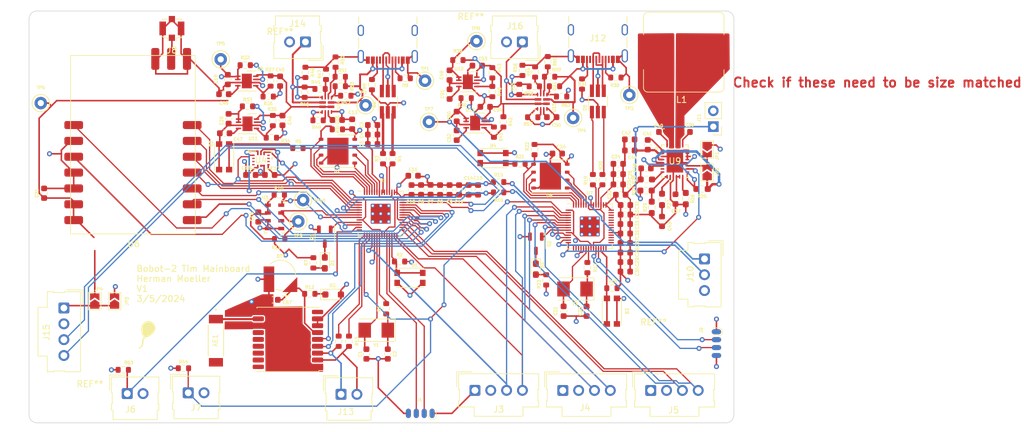
<source format=kicad_pcb>
(kicad_pcb (version 20240108) (generator "pcbnew") (generator_version "8.0")
  (layers (0 "F.Cu" signal) (1 "In1.Cu" signal) (2 "In2.Cu" signal) (31 "B.Cu" signal) (34 "B.Paste" user) (35 "F.Paste" user) (36 "B.SilkS" user "B.Silkscreen") (37 "F.SilkS" user "F.Silkscreen") (38 "B.Mask" user) (39 "F.Mask" user) (44 "Edge.Cuts" user))
  (net 0 "")
  (net 1 "GND")
  (net 2 "Net-(U1-RUN)")
  (net 3 "Net-(B2-Pad2)")
  (net 4 "Net-(U7-RUN)")
  (net 5 "Net-(B4-Pad2)")
  (net 6 "+3V3")
  (net 7 "Net-(U1-XIN)")
  (net 8 "Net-(C2-Pad2)")
  (net 9 "+5V")
  (net 10 "Net-(U7-XIN)")
  (net 11 "Net-(C23-Pad2)")
  (net 12 "Net-(U9-MPCC)")
  (net 13 "Net-(U9-ISN)")
  (net 14 "Net-(U9-BST1)")
  (net 15 "Net-(C39-Pad2)")
  (net 16 "Net-(U9-BST2)")
  (net 17 "Net-(C40-Pad2)")
  (net 18 "Net-(U9-BST3)")
  (net 19 "Net-(J11-Pin_1)")
  (net 20 "Net-(C43-Pad1)")
  (net 21 "Net-(U11-SS)")
  (net 22 "Net-(U5-SS)")
  (net 23 "Net-(U12-SS)")
  (net 24 "Net-(U13-SS)")
  (net 25 "+BATT")
  (net 26 "Net-(D1-K)")
  (net 27 "Net-(D1-A)")
  (net 28 "/USB_D+")
  (net 29 "/USB_D-")
  (net 30 "/D-")
  (net 31 "VBUS")
  (net 32 "/D+")
  (net 33 "Net-(D3-K)")
  (net 34 "Net-(D4-K)")
  (net 35 "Net-(D4-A)")
  (net 36 "/R_USB_D+")
  (net 37 "/R_USB_D-")
  (net 38 "Net-(D5-L2-Pad4)")
  (net 39 "VCC")
  (net 40 "Net-(D5-L1-Pad6)")
  (net 41 "/SWD")
  (net 42 "/SWCLK")
  (net 47 "Net-(J2-CC1)")
  (net 49 "Net-(J2-CC2)")
  (net 51 "/Ch.1A")
  (net 52 "/Ch.1B")
  (net 53 "/Ch.2A")
  (net 54 "/Ch.2B")
  (net 55 "/Ch.3A")
  (net 56 "/Ch.3B")
  (net 57 "/SCL")
  (net 58 "/SDA")
  (net 59 "/LS1")
  (net 60 "Net-(J8-In)")
  (net 65 "/PWM_EMRG_REL")
  (net 66 "Net-(J12-CC1)")
  (net 68 "Net-(J12-CC2)")
  (net 70 "Net-(J13-Pin_1)")
  (net 71 "Net-(J13-Pin_2)")
  (net 72 "Net-(JP1-B)")
  (net 73 "/D1")
  (net 74 "/D1_R")
  (net 75 "Net-(U1-XOUT)")
  (net 76 "Net-(U1-USB_DP)")
  (net 77 "Net-(U1-USB_DM)")
  (net 78 "/QSPI_SS")
  (net 79 "/GPS_TX")
  (net 80 "/GPS_RX")
  (net 81 "Net-(U1-GPIO4)")
  (net 82 "/CROSS_PRIMTX_REDRX")
  (net 83 "Net-(U1-GPIO5)")
  (net 84 "/CROSS_PRIMRX_REDTX")
  (net 85 "Net-(U7-XOUT)")
  (net 86 "Net-(U7-USB_DP)")
  (net 87 "Net-(U7-USB_DM)")
  (net 88 "/R_QSPI_SS")
  (net 89 "Net-(U9-PROG)")
  (net 90 "Net-(U9-RT)")
  (net 91 "Net-(U9-VC)")
  (net 92 "Net-(U9-FB)")
  (net 93 "Net-(U5-PG)")
  (net 94 "Net-(U11-PG)")
  (net 95 "Net-(U11-EN{slash}UVLO)")
  (net 96 "Net-(U5-EN{slash}UVLO)")
  (net 97 "Net-(U12-PG)")
  (net 98 "Net-(U13-PG)")
  (net 99 "Net-(U12-EN{slash}UVLO)")
  (net 100 "Net-(U13-EN{slash}UVLO)")
  (net 101 "/SPI0_POCI")
  (net 102 "/SPI0_CS_RAD")
  (net 103 "/SPI0_SCK")
  (net 104 "/SPI0_PICO")
  (net 105 "/SPIO_CS_IMU")
  (net 106 "/LS2")
  (net 107 "/PWM_MC")
  (net 108 "/TXEN")
  (net 109 "/SW")
  (net 110 "/DIO1")
  (net 111 "/~{RST}")
  (net 112 "/BUSY")
  (net 113 "/EXTINT")
  (net 114 "/TIMEPULSE")
  (net 115 "Net-(J15-Pin_1)")
  (net 116 "/QSPI_SD3")
  (net 117 "/QSPI_SCLK")
  (net 118 "/QSPI_SD0")
  (net 119 "/QSPI_SD2")
  (net 120 "/QSPI_SD1")
  (net 122 "/SWD_R")
  (net 129 "/SWCLK_R")
  (net 130 "Net-(U1-VREG_VOUT)")
  (net 131 "/CUT")
  (net 150 "/R_QSPI_SD3")
  (net 151 "/R_QSPI_SCLK")
  (net 152 "/R_QSPI_SD0")
  (net 153 "/R_QSPI_SD2")
  (net 154 "/R_QSPI_SD1")
  (net 157 "Net-(AE1-A)")
  (net 164 "Net-(J14-Pin_1)")
  (net 165 "Net-(J16-Pin_1)")
  (net 166 "Net-(U11-VIN)")
  (net 167 "Net-(U12-VIN)")
  (net 168 "Net-(U14-SS)")
  (net 169 "Net-(U15-SS)")
  (net 170 "Net-(U14-OV1)")
  (net 171 "Net-(U14-PR1)")
  (net 172 "Net-(U14-ILM)")
  (net 173 "Net-(U14-OV2)")
  (net 174 "Net-(U14-CP2)")
  (net 175 "Net-(U15-OV1)")
  (net 176 "Net-(U15-PR1)")
  (net 177 "Net-(U15-ILM)")
  (net 178 "Net-(U15-OV2)")
  (net 179 "Net-(U15-CP2)")
  (net 180 "/V_BCKP")
  (net 181 "Net-(U7-VREG_VOUT)")
  (net 182 "/STEP")
  (net 183 "/DIR")
  (footprint "Package_CSP:LFCSP-8-1EP_3x3mm_P0.5mm_EP1.6x2.34mm" (layer "F.Cu") (at 128.685 71.304999)
    (property "Reference" "U13")
    (property "Value" "ADP7105ACPZ-5.0-R7")
  )
  (footprint "Resistor_SMD:R_0603_1608Metric" (layer "F.Cu") (at 146.685 94.488 90)
    (property "Reference" "R17")
    (property "Value" "1k")
  )
  (footprint "RF_GPS:ublox_MAX" (layer "F.Cu") (at 98.666 106.005538 180)
    (property "Reference" "U10" (hide yes))
    (property "Value" "MAX-M10S")
  )
  (footprint "Package_CSP:LFCSP-8-1EP_3x3mm_P0.5mm_EP1.6x2.34mm" (layer "F.Cu") (at 127.517 64.694999)
    (property "Reference" "U12")
    (property "Value" "ADP7105ACPZ-3.3-R7")
  )
  (footprint "Capacitor_SMD:C_0603_1608Metric" (layer "F.Cu") (at 97.79 70.888 -90)
    (property "Reference" "C46")
    (property "Value" "1uF")
  )
  (footprint "BPPlib:RP2040-QFN-56" (layer "F.Cu") (at 147.0685 87.8815)
    (property "Reference" "U7")
    (property "Value" "RP2040")
  )
  (footprint "TestPoint:TestPoint_Keystone_5000-5004_Miniature" (layer "F.Cu") (at 87.884 61.087)
    (property "Reference" "TP5")
    (property "Value" "TestPoint")
  )
  (footprint "Resistor_SMD:R_0603_1608Metric" (layer "F.Cu") (at 97.282 82.804)
    (property "Reference" "R10")
    (property "Value" "10k")
  )
  (footprint "Capacitor_SMD:C_0603_1608Metric" (layer "F.Cu") (at 156.09 78.5795 180)
    (property "Reference" "C38")
    (property "Value" "10uF")
  )
  (footprint "Capacitor_SMD:C_0603_1608Metric" (layer "F.Cu") (at 124.587 63.627 -90)
    (property "Reference" "C49")
    (property "Value" "1uF")
  )
  (footprint "BPPlib:LQFN28_Rev0_ADI" (layer "F.Cu") (at 160.720499 77.4165)
    (property "Reference" "U9")
    (property "Value" "LT3120JV-PBF")
  )
  (footprint "Capacitor_SMD:C_0603_1608Metric" (layer "F.Cu") (at 88.519 72.948 180)
    (property "Reference" "C47")
    (property "Value" "1nF")
  )
  (footprint "Capacitor_SMD:C_0603_1608Metric" (layer "F.Cu") (at 124.596 66.675 90)
    (property "Reference" "C51")
    (property "Value" "1nF")
  )
  (footprint "Package_CSP:LFCSP-8-1EP_3x3mm_P0.5mm_EP1.6x2.34mm" (layer "F.Cu") (at 92.075 64.566)
    (property "Reference" "U5")
    (property "Value" "ADP7105ACPZ-3.3-R7")
  )
  (footprint "Jumper:SolderJumper-2_P1.3mm_Open_TrianglePad1.0x1.5mm" (layer "F.Cu") (at 67.691 99.859 90)
    (property "Reference" "JP4")
    (property "Value" "SolderJumper_2_Open")
  )
  (footprint "Capacitor_SMD:C_0603_1608Metric" (layer "F.Cu") (at 152.768 90.551)
    (property "Reference" "C27")
    (property "Value" "1uF")
  )
  (footprint "MountingHole:MountingHole_3.2mm_M3" (layer "F.Cu") (at 123.698 56.896)
    (property "Reference" "REF**")
    (property "Value" "MountingHole_3.2mm_M3")
  )
  (footprint "Resistor_SMD:R_0603_1608Metric" (layer "F.Cu") (at 140.633 63.881)
    (property "Reference" "R59")
    (property "Value" "23.7k")
  )
  (footprint "Capacitor_SMD:C_0603_1608Metric" (layer "F.Cu") (at 152.796 84.455)
    (property "Reference" "C31")
    (property "Value" "100nF")
  )
  (footprint "BPPlib:BMI270_BOS-L" (layer "F.Cu") (at 94.3415 77.228)
    (property "Reference" "U4")
    (property "Value" "BMI270")
  )
  (footprint "Resistor_SMD:R_0603_1608Metric" (layer "F.Cu") (at 108.458 106.299 -90)
    (property "Reference" "R13")
    (property "Value" "0")
  )
  (footprint "Capacitor_SMD:C_0603_1608Metric" (layer "F.Cu") (at 112.255 74.676)
    (property "Reference" "C5")
    (property "Value" "1uF")
  )
  (footprint "Resistor_SMD:R_0603_1608Metric" (layer "F.Cu") (at 107.95 66.929 180)
    (property "Reference" "R52")
    (property "Value" "5k")
  )
  (footprint "Capacitor_SMD:C_0603_1608Metric" (layer "F.Cu") (at 151.638 77.851)
    (property "Reference" "C24")
    (property "Value" "100nF")
  )
  (footprint "Resistor_SMD:R_0603_1608Metric" (layer "F.Cu") (at 135.763 65.913 90)
    (property "Reference" "R55")
    (property "Value" "18.2k")
  )
  (footprint "Connector_Molex:Molex_SL_171971-0002_1x02_P2.54mm_Vertical" (layer "F.Cu") (at 136.2595 58.293 180)
    (property "Reference" "J16")
    (property "Value" "Conn_01x02_Pin")
  )
  (footprint "Resistor_SMD:R_0603_1608Metric" (layer "F.Cu") (at 117.473 64.135)
    (property "Reference" "R8")
    (property "Value" "5.1k")
  )
  (footprint "Capacitor_SMD:C_0603_1608Metric" (layer "F.Cu") (at 121.539 82.001 90)
    (property "Reference" "C7")
    (property "Value" "100nF")
  )
  (footprint "Package_LGA:LGA-8_3x5mm_P1.25mm" (layer "F.Cu") (at 96.52 86.35)
    (property "Reference" "U3")
    (property "Value" "MS5607-02BA")
  )
  (footprint "Capacitor_SMD:C_0603_1608Metric" (layer "F.Cu") (at 153.476 73.9335 180)
    (property "Reference" "C42")
    (property "Value" "22uF")
  )
  (footprint "Capacitor_SMD:C_0603_1608Metric" (layer "F.Cu") (at 89.027 64.34 -90)
    (property "Reference" "C19")
    (property "Value" "1uF")
  )
  (footprint "Connector_Molex:Molex_SL_171971-0004_1x04_P2.54mm_Vertical" (layer "F.Cu") (at 156.845 114.185)
    (property "Reference" "J5")
    (property "Value" "Conn_01x04_Socket")
  )
  (footprint "MountingHole:MountingHole_3.2mm_M3" (layer "F.Cu") (at 91.821 56.896)
    (property "Reference" "REF**")
    (property "Value" "MountingHole_3.2mm_M3")
  )
  (footprint "BPPlib:RP2040-QFN-56" (layer "F.Cu") (at 113.543 85.847)
    (property "Reference" "U1")
    (property "Value" "RP2040")
  )
  (footprint "Resistor_SMD:R_0603_1608Metric" (layer "F.Cu") (at 107.061 65.405)
    (property "Reference" "R53")
    (property "Value" "10.2k")
  )
  (footprint "Resistor_SMD:R_0603_1608Metric" (layer "F.Cu") (at 95.885 64.566 90)
    (property "Reference" "R37")
    (property "Value" "100k")
  )
  (footprint "Capacitor_SMD:C_0603_1608Metric" (layer "F.Cu") (at 106.5784 70.8152 180)
    (property "Reference" "C55")
    (property "Value" "1uF")
  )
  (footprint "BPPlib:SOIC_clipProgSmall" (layer "F.Cu") (at 119.888 118.618)
    (property "Reference" "J1")
    (property "Value" "SOICbite")
  )
  (footprint "Resistor_SMD:R_0603_1608Metric" (layer "F.Cu") (at 136.271 62.865 -90)
    (property "Reference" "R56")
    (property "Value" "5k")
  )
  (footprint "Capacitor_SMD:C_0603_1608Metric" (layer "F.Cu") (at 93.921 86.368 -90)
    (property "Reference" "C16")
    (property "Value" "100nF")
  )
  (footprint "Connector_USB:USB_C_Receptacle_GCT_USB4105-xx-A_16P_TopMnt_Horizontal" (layer "F.Cu") (at 148.368 57.423999 180)
    (property "Reference" "J12")
    (property "Value" "USB_C_Receptacle_USB2.0")
  )
  (footprint "Capacitor_SMD:C_0603_1608Metric" (layer "F.Cu") (at 156.3705 74.796 -90)
    (property "Reference" "C41")
    (property "Value" "22nF")
  )
  (footprint "Resistor_SMD:R_0603_1608Metric_Pad0.98x0.95mm_HandSolder" (layer "F.Cu") (at 158.6565 83.556 -90)
    (property "Reference" "R27")
    (property "Value" "56.2k")
  )
  (footprint "Jumper:SolderJumper-2_P1.3mm_Open_TrianglePad1.0x1.5mm" (layer "F.Cu") (at 70.866 99.859 90)
    (property "Reference" "JP3")
    (property "Value" "SolderJumper_2_Open")
  )
  (footprint "Capacitor_SMD:C_0603_1608Metric" (layer "F.Cu") (at 152.768 93.599)
    (property "Reference" "C29")
    (property "Value" "100nF")
  )
  (footprint "Capacitor_SMD:C_0603_1608Metric" (layer "F.Cu") (at 88.392 66.675 180)
    (property "Reference" "C48")
    (property "Value" "1nF")
  )
  (footprint "Package_TO_SOT_SMD:TSOT-23-6_HandSoldering" (layer "F.Cu") (at 148.368 67.837999 90)
    (property "Reference" "D5")
    (property "Value" "USBLC6-2SC6")
  )
  (footprint "Capacitor_SMD:C_0603_1608Metric" (layer "F.Cu") (at 158.937 72.7375)
    (property "Reference" "C40")
    (property "Value" "220nF")
  )
  (footprint "Resistor_SMD:R_0603_1608Metric" (layer "F.Cu") (at 112.141 65.151 -90)
    (property "Reference" "R9")
    (property "Value" "5.1k")
  )
  (footprint "Connector_PinHeader_2.54mm:PinHeader_1x02_P2.54mm_Vertical" (layer "F.Cu") (at 166.878 71.887 180)
    (property "Reference" "J11")
    (property "Value" "Nichrome")
  )
  (footprint "Resistor_SMD:R_0603_1608Metric" (layer "F.Cu") (at 132.461 80.772)
    (property "Reference" "R15")
    (property "Value" "0")
  )
  (footprint "Capacitor_SMD:C_0603_1608Metric" (layer "F.Cu") (at 125.73 73.279 90)
    (property "Reference" "C52")
    (property "Value" "1nF")
  )
  (footprint "Package_TO_SOT_SMD:SOT-23-3" (layer "F.Cu") (at 104.582 89.5295 -90)
    (property "Reference" "Q1")
    (property "Value" "IRLML0060TRPBF")
  )
  (footprint "Capacitor_SMD:C_0603_1608Metric" (layer "F.Cu") (at 118.745 79.756)
    (property "Reference" "C11")
    (property "Value" "10uF")
  )
  (footprint "TestPoint:TestPoint_Keystone_5000-5004_Miniature" (layer "F.Cu") (at 111.125 68.453)
    (property "Reference" "TP2")
    (property "Value" "TestPoint")
  )
  (footprint "Resistor_SMD:R_0603_1608Metric" (layer "F.Cu") (at 102.743 93.726 -90)
    (property "Reference" "R7")
    (property "Value" "590")
  )
  (footprint "Resistor_SMD:R_0603_1608Metric" (layer "F.Cu") (at 138.2125 75.565 -90)
    (property "Reference" "R22")
    (property "Value" "10k")
  )
  (footprint "Capacitor_SMD:C_0603_1608Metric" (layer "F.Cu") (at 96.266 99.655538 180)
    (property "Reference" "C57")
    (property "Value" "10uF")
  )
  (footprint "Connector_Molex:Molex_SL_171971-0002_1x02_P2.54mm_Vertical" (layer "F.Cu") (at 72.898 114.693)
    (property "Reference" "J6")
    (property "Value" "Conn_01x02_Socket")
  )
  (footprint "TestPoint:TestPoint_Keystone_5000-5004_Miniature" (layer "F.Cu") (at 128.905 58.166)
    (property "Reference" "TP8")
    (property "Value" "TestPoint")
  )
  (footprint "BPPlib:DRF1262TL" (layer "F.Cu") (at 73.812 74.773)
    (property "Reference" "U6")
    (property "Value" "DRF1262TL")
  )
  (footprint "Resistor_SMD:R_0603_1608Metric" (layer "F.Cu") (at 131.445 66.259999 90)
    (property "Reference" "R40")
    (property "Value" "100k")
  )
  (footprint "Resistor_SMD:R_0603_1608Metric_Pad0.98x0.95mm_HandSolder" (layer "F.Cu") (at 156.093 82.1355)
    (property "Reference" "R28")
    (property "Value" "154k")
  )
  (footprint "Crystal:Crystal_SMD_5032-2Pin_5.0x3.2mm" (layer "F.Cu") (at 144.708 97.917 180)
    (property "Reference" "Y3")
    (property "Value" "445I23D12M00000")
  )
  (footprint "Diode_SMD:D_0603_1608Metric_Pad1.05x0.95mm_HandSolder" (layer "F.Cu") (at 104.582 93.7345 -90)
    (property "Reference" "D1")
    (property "Value" "LED")
  )
  (footprint "Resistor_SMD:R_0603_1608Metric" (layer "F.Cu") (at 138.303 63.119 -90)
    (property "Reference" "R54")
    (property "Value" "5k")
  )
  (footprint "Capacitor_SMD:C_0603_1608Metric" (layer "F.Cu") (at 112.255 71.628)
    (property "Reference" "C3")
    (property "Value" "100nF")
  )
  (footprint "Resistor_SMD:R_0603_1608Metric" (layer "F.Cu") (at 106.592 72.322 180)
    (property "Reference" "R6")
    (property "Value" "10k")
  )
  (footprint "Resistor_SMD:R_0603_1608Metric" (layer "F.Cu") (at 92.183 68.63)
    (property "Reference" "R33")
    (property "Value" "100k")
  )
  (footprint "Capacitor_SMD:C_0603_1608Metric" (layer "F.Cu") (at 108.966 71.488 90)
    (property "Reference" "C13")
    (property "Value" "100nF")
  )
  (footprint "Resistor_SMD:R_0603_1608Metric_Pad0.98x0.95mm_HandSolder" (layer "F.Cu") (at 157.0055 84.826 -90)
    (property "Reference" "R29")
    (property "Value" "154k")
  )
  (footprint "Capacitor_SMD:C_0603_1608Metric" (layer "F.Cu") (at 142.875 101.486 90)
    (property "Reference" "C22")
    (property "Value" "22pF")
  )
  (footprint "Resistor_SMD:R_0603_1608Metric" (layer "F.Cu") (at 103.505 70.866 180)
    (property "Reference" "R49")
    (property "Value" "21.5k")
  )
  (footprint "Capacitor_SMD:C_0603_1608Metric" (layer "F.Cu") (at 124.587 82.029 90)
    (property "Reference" "C9")
    (property "Value" "100nF")
  )
  (footprint "Resistor_SMD:R_0603_1608Metric" (layer "F.Cu") (at 114.427 101.092 90)
    (property "Reference" "R1")
    (property "Value" "1k")
  )
  (footprint "TestPoint:TestPoint_Keystone_5000-5004_Miniature" (layer "F.Cu") (at 121.285 71.12)
    (property "Reference" "TP7")
    (property "Value" "TestPoint")
  )
  (footprint "Resistor_SMD:R_0603_1608Metric" (layer "F.Cu") (at 140.335 61.468 -90)
    (property "Reference" "R60")
    (property "Value" "5k")
  )
  (footprint "Capacitor_SMD:C_0603_1608Metric" (layer "F.Cu") (at 152.032 82.804)
    (property "Reference" "C32")
    (property "Value" "10uF")
  )
  (footprint "Button_Switch_SMD:SW_Push_1P1T_NO_CK_KMR2" (layer "F.Cu") (at 150.622 101.473 -90)
    (property "Reference" "B3")
    (property "Value" "KMR2")
  )
  (footprint "Capacitor_SMD:C_0603_1608Metric" (layer "F.Cu") (at 158.6565 87.0855 -90)
    (property "Reference" "C43")
    (property "Value" "680p")
  )
  (footprint "Capacitor_SMD:C_0603_1608Metric" (layer "F.Cu") (at 97.409 64.594 -90)
    (property "Reference" "C45")
    (property "Value" "1uF")
  )
  (footprint "Capacitor_SMD:C_0603_1608Metric" (layer "F.Cu") (at 152.768 95.123)
    (property "Reference" "C30")
    (property "Value" "100nF")
  )
  (footprint "Resistor_SMD:R_0603_1608Metric" (layer "F.Cu") (at 125.92 61.214)
    (property "Reference" "R38")
    (property "Value" "100k")
  )
  (footprint "Resistor_SMD:R_0603_1608Metric" (layer "F.Cu") (at 137.922 70.374999 180)
    (property "Reference" "R57")
    (property "Value" "21.5k")
  )
  (footprint "TestPoint:TestPoint_Keystone_5000-5004_Miniature" (layer "F.Cu") (at 120.65 64.516)
    (property "Reference" "TP1")
    (property "Value" "TestPoint")
  )
  (footprint "Resistor_SMD:R_0603_1608Metric" (layer "F.Cu") (at 113.919 77.026 90)
    (property "Reference" "R3")
    (property "Value" "27")
  )
  (footprint "MountingHole:MountingHole_3.2mm_M3" (layer "F.Cu") (at 157.3276 107.442)
    (property "Reference" "REF**")
    (property "Value" "MountingHole_3.2mm_M3")
  )
  (footprint "TestPoint:TestPoint_Keystone_5000-5004_Miniature" (layer "F.Cu") (at 59.0355 68.1075)
    (property "Reference" "TP6")
    (property "Value" "TestPoint")
  )
  (footprint "Connector_Molex:Molex_SL_171971-0002_1x02_P2.54mm_Vertical" (layer "F.Cu") (at 101.473 58.293 180)
    (property "Reference" "J14")
    (property "Value" "Conn_01x02_Pin")
  )
  (footprint "Connector_Coaxial:U.FL_Molex_MCRF_73412-0110_Vertical" (layer "F.Cu") (at 80.059 56.134)
    (property "Reference" "J8")
    (property "Value" "U.FL")
  )
  (footprint "TestPoint:TestPoint_Keystone_5000-5004_Miniature" (layer "F.Cu") (at 144.399 70.485)
    (property "Reference" "TP4")
    (property "Value" "TestPoint")
  )
  (footprint "Capacitor_SMD:C_0603_1608Metric" (layer "F.Cu") (at 127.635 82.029 90)
    (property "Reference" "C14")
    (property "Value" "100nF")
  )
  (footprint "Jumper:SolderJumper-2_P1.3mm_Open_TrianglePad1.0x1.5mm" (layer "F.Cu") (at 165.8955 75.5615 -90)
    (property "Reference" "JP1")
    (property "Value" "SolderJumper_2_Open")
  )
  (footprint "Capacitor_SMD:C_0603_1608Metric" (layer "F.Cu") (at 130.302 68.707 180)
    (property "Reference" "C54")
    (property "Value" "1uF")
  )
  (footprint "Resistor_SMD:R_0603_1608Metric" (layer "F.Cu") (at 81.913 110.629)
    (property "Reference" "R44")
    (property "Value" "10k")
  )
  (footprint "BPPlib:SOIC_clipProgSmall" (layer "F.Cu") (at 168.136 106.68 90)
    (property "Reference" "J9")
    (property "Value" "SOICbite")
  )
  (footprint "Capacitor_SMD:C_0603_1608Metric" (layer "F.Cu") (at 59.5685 82.5635 90)
    (property "Reference" "C21")
    (property "Value" "10uF")
  )
  (footprint "MountingHole:MountingHole_3.2mm_M3" (layer "F.Cu") (at 61.976 115.4684)
    (property "Reference" "REF**")
    (property "Value" "MountingHole_3.2mm_M3")
  )
  (footprint "Resistor_SMD:R_0603_1608Metric" (layer "F.Cu") (at 145.828 65.045999 -90)
    (property "Reference" "R31")
    (property "Value" "5.1k")
  )
  (footprint "Resistor_SMD:R_0603_1608Metric" (layer "F.Cu") (at 72.265 110.883)
    (property "Reference" "R63")
    (property "Value" "10k")
  )
  (footprint "Resistor_SMD:R_0603_1608Metric" (layer "F.Cu") (at 138.176 65.421999 180)
    (property "Reference" "R58")
    (property "Value" "63.4k")
  )
  (footprint "TestPoint:TestPoint_Keystone_5000-5004_Miniature" (layer "F.Cu") (at 100.33 87.082)
    (property "Reference" "TP9")
    (property "Value" "TestPoint")
  )
  (footprint "Connector_USB:USB_C_Receptacle_GCT_USB4105-xx-A_16P_TopMnt_Horizontal" (layer "F.Cu") (at 114.681 57.531 180)
    (property "Reference" "J2" (hide yes))
    (property "Value" "USB_C_Receptacle_USB2.0")
  )
  (footprint "Resistor_SMD:R_0603_1608Metric" (layer "F.Cu") (at 104.775 63.5 -90)
    (property "Reference" "R47")
    (property "Value" "5k")
  )
  (footprint "Capacitor_SMD:C_0603_1608Metric" (layer "F.Cu") (at 118.491 82.03 90)
    (property "Reference" "C10")
    (property "Value" "100nF")
  )
  (footprint "Package_SON:WSON-8-1EP_6x5mm_P1.27mm_EP3.4x4.3mm" (layer "F.Cu") (at 140.7525 79.8215)
    (property "Reference" "U8")
    (property "Value" "W25Q64JVZP")
  )
  (footprint "Resistor_SMD:R_0603_1608Metric" (layer "F.Cu") (at 106.299 61.532 -90)
    (property "Reference" "R50")
    (property "Value" "5k")
  )
  (footprint "Capacitor_SMD:C_0603_1608Metric" (layer "F.Cu") (at 162.366 72.7375 180)
    (property "Reference" "C39")
    (property "Value" "220nF")
  )
  (footprint "BPPlib:L_Bourns_SRP1265A" (layer "F.Cu") (at 162.141 59.944 180)
    (property "Reference" "L1")
    (property "Value" "3.3uH")
  )
  (footprint "Capacitor_SMD:C_0603_1608Metric" (layer "F.Cu") (at 95.758 79.629)
    (property "Reference" "C17")
    (property "Value" "100nF")
  )
  (footprint "Resistor_SMD:R_0603_1608Metric_Pad0.98x0.95mm_HandSolder" (layer "F.Cu") (at 156.14 80.3575 180)
    (property "Reference" "R24")
    (property "Value" "81.1k")
  )
  (footprint "Resistor_SMD:R_0603_1608Metric" (layer "F.Cu") (at 131.445 63.246 90)
    (property "Reference" "R43")
    (property "Value" "100k")
  )
  (footprint "Capacitor_SMD:C_0603_1608Metric" (layer "F.Cu") (at 152.768 87.503)
    (property "Reference" "C35")
    (property "Value" "100nF")
  )
  (footprint "Button_Switch_SMD:SW_Push_1P1T_NO_CK_KMR2" (layer "F.Cu") (at 88.43 76.726 90)
    (property "Reference" "B2")
    (property "Value" "KMR2")
  )
  (footprint "Resistor_SMD:R_0603_1608Metric" (layer "F.Cu") (at 147.574 80.3865 90)
    (property "Reference" "R19")
    (property "Value" "27")
  )
  (footprint "Capacitor_SMD:C_0603_1608Metric" (layer "F.Cu") (at 152.768 89.027)
    (property "Reference" "C36")
    (property "Value" "100nF")
  )
  (footprint "Capacitor_SMD:C_0603_1608Metric" (layer "F.Cu") (at 160.8155 83.506 -90)
    (property "Reference" "C37")
    (property "Value" "4.7uF")
  )
  (footprint "BPPlib:TPS2121" (layer "F.Cu") (at 104.902 68.382002 -90)
    (property "Reference" "U14")
    (property "Value" "TPS2121RUXR")
  )
  (footprint "Resistor_SMD:R_0603_1608Metric" (layer "F.Cu") (at 95.504 67.056 180)
    (property "Reference" "R36")
    (property "Value" "100k")
  )
  (footprint "Connector_Molex:Molex_SL_171971-0003_1x03_P2.54mm_Vertical" (layer "F.Cu") (at 165.469 93.091 -90)
    (property "Reference" "J10")
    (property "Value" "Conn_01x03_Socket")
  )
  (footprint "Resistor_SMD:R_0603_1608Metric" (layer "F.Cu") (at 116.57 93.51 180)
    (property "Reference" "R2")
    (property "Value" "10k")
  )
  (footprint "TestPoint:TestPoint_Keystone_5000-5004_Miniature" (layer "F.Cu") (at 101.092 83.653)
    (property "Reference" "TP10")
    (property "Value" "TestPoint")
  )
  (footprint "Resistor_SMD:R_0603_1608Metric" (layer "F.Cu") (at 101.346 66.358 90)
    (property "Reference" "R46")
    (property "Value" "18.2k")
  )
  (footprint "Resistor_SMD:R_0603_1608Metric" (layer "F.Cu") (at 101.473 63.182 -90)
    (property "Reference" "R48")
    (property "Value" "5k")
  )
  (footprint "Resistor_SMD:R_0603_1608Metric" (layer "F.Cu") (at 107.061 63.881)
    (property "Reference" "R51")
    (property "Value" "23.7k")
  )
  (footprint "Resistor_SMD:R_0603_1608Metric" (layer "F.Cu") (at 133.223 71.12 90)
    (property "Reference" "R42")
    (property "Value" "100k")
  )
  (footprint "Capacitor_SMD:C_0603_1608Metric" (layer "F.Cu") (at 146.558 101.486 90)
    (property "Reference" "C23")
    (property "Value" "22pF")
  )
  (footprint "Package_CSP:LFCSP-8-1EP_3x3mm_P0.5mm_EP1.6x2.34mm" (layer "F.Cu") (at 92.183 71.424)
    (property "Reference" "U11")
    (property "Value" "ADP7105ACPZ-5.0-R7")
  )
  (footprint "Connector_Molex:Molex_SL_171971-0004_1x04_P2.54mm_Vertical" (layer "F.Cu") (at 62.738 100.965 -90)
    (property "Reference" "J15")
    (property "Value" "Conn_01x04_Socket")
  )
  (footprint "Connector_Molex:Molex_SL_171971-0002_1x02_P2.54mm_Vertical" (layer "F.Cu") (at 82.677 114.566)
    (property "Reference" "J7")
    (property "Value" "Conn_01x02_Socket")
  )
  (footprint "Button_Switch_SMD:SW_Push_1P1T_NO_CK_KMR2" (layer "F.Cu") (at 131.5515 76.9215)
    (property "Reference" "B4")
    (property "Value" "KMR2")
  )
  (footprint "Diode_SMD:D_SOD-323_HandSoldering" (layer "F.Cu") (at 105.918 98.806)
    (property "Reference" "D3")
    (property "Value" "NSR0530HT1G")
  )
  (footprint "Package_SON:WSON-8-1EP_6x5mm_P1.27mm_EP3.4x4.3mm" (layer "F.Cu") (at 106.68 75.819)
    (property "Reference" "U2")
    (property "Value" "W25Q64JVZP")
  )
  (footprint "Resistor_SMD:R_0603_1608Metric" (layer "F.Cu") (at 135.8855 77.8485)
    (property "Reference" "R21")
    (property "Value" "1k")
  )
  (footprint "Resistor_SMD:R_0603_1608Metric" (layer "F.Cu") (at 100.267 75.329)
    (property "Reference" "R5")
    (property "Value" "1k")
  )
  (footprint "Package_TO_SOT_SMD:TSOT-23-6_HandSoldering" (layer "F.Cu") (at 114.681 67.886 90)
    (property "Reference" "D2")
    (property "Value" "USBLC6-2SC6")
  )
  (footprint "Capacitor_SMD:C_0603_1608Metric" (layer "F.Cu") (at 126.111 82.029 90)
    (property "Reference" "C12")
    (property "Value" "100nF")
  )
  (footprint "Resistor_SMD:R_0603_1608Metric" (layer "F.Cu") (at 132.461 82.423)
    (property "Reference" "R16")
    (property "Value" "0")
  )
  (footprint "Capacitor_SMD:C_0603_1608Metric" (layer "F.Cu") (at 112.255 73.152)
    (property "Reference" "C4")
    (property "Value" "100nF")
  )
  (footprint "Connector_Molex:Molex_SL_171971-0002_1x02_P2.54mm_Vertical" (layer "F.Cu") (at 107.188 114.808)
    (property "Reference" "J13")
    (property "Value" "Conn_01x02_Socket")
  )
  (footprint "Diode_SMD:D_0603_1608Metric_Pad1.05x0.95mm_HandSolder" (layer "F.Cu") (at 138.4275 94.7345 -90)
    (property "Reference" "D4")
    (property "Value" "LED")
  )
  (footprint "Resistor_SMD:R_0603_1608Metric" (layer "F.Cu") (at 97.352 89.896)
    (property "Reference" "R11")
    (property "Value" "10k")
  )
  (footprint "Package_TO_SOT_SMD:SOT-23-3" (layer "F.Cu") (at 138.4275 90.662 -90)
    (property "Reference" "Q2")
    (property "Value" "IRLML0060TRPBF")
  )
  (footprint "Resistor_SMD:R_0603_1608Metric_Pad0.98x0.95mm_HandSolder" (layer "F.Cu") (at 165.082001 81.8815 180)
    (property "Reference" "R25")
    (property "Value" "5m")
  )
  (footprint "BPPlib:BalloonArt" (layer "F.Cu") (at 76.073 105.283)
    (property "Reference" "REF**" (hide yes))
    (property "Value" "BalloonArt")
  )
  (footprint "BPPlib:SEIKO_ML414H_IV01E" (layer "F.Cu") (at 97.468 95.703538 -90)
    (property "Reference" "BT1")
    (property "Value" "ML414H IV01E")
  )
  (footprint "Connector_Molex:Molex_SL_171971-0004_1x04_P2.54mm_Vertical" (layer "F.Cu") (at 142.748 114.185)
    (property "Reference" "J4")
    (property "Value" "Conn_01x04_Socket")
  )
  (footprint "Resistor_SMD:R_0603_1608Metric" (layer "F.Cu") (at 91.819 62.026)
    (property "Reference" "R32")
    (property "Value" "100k")
  )
  (footprint "Jumper:SolderJumper-2_P1.3mm_Open_TrianglePad1.0x1.5mm" (layer "F.Cu") (at 165.8955 79.2445 90)
    (property "Reference" "JP2")
    (property "Value" "SolderJumper_2_Open")
  )
  (footprint "Resistor_SMD:R_0603_1608Metric" (layer "F.Cu") (at 131.699 72.771 -90)
    (property "Reference" "R41")
    (property "Value" "100k")
  )
  (footprint "Resistor_SMD:R_0603_1608Metric" (layer "F.Cu") (at 150.622 97.79 180)
    (property "Reference" "R18")
    (property "Value" "10k")
  )
  (footprint "Capacitor_SMD:C_0603_1608Metric" (layer "F.Cu") (at 114.681 108.344 90)
    (property "Reference" "C2")
    (property "Value" "22pF")
  )
  (footprint "Capacitor_SMD:C_0603_1608Metric" (layer "F.Cu") (at 123.063 82.029 90)
    (property "Reference" "C8")
    (property "Value" "100nF")
  )
  (footprint "Capacitor_SMD:C_0603_1608Metric" (layer "F.Cu") (at 151.638 81.153)
    (property "Reference" "C25")
    (property "Value" "100nF")
  )
  (footprint "Capacitor_SMD:C_0603_1608Metric" (layer "F.Cu") (at 153.476 75.7115 180)
    (property "Reference" "C44")
    (property "Value" "22uF")
  )
  (footprint "Resistor_SMD:R_0603_1608Metric" (layer "F.Cu") (at 141.414 65.405)
    (property "Reference" "R61")
    (property "Value" "10.2k")
  )
  (footprint "BPPlib:TPS2121" (layer "F.Cu") (at 139.45 67.891001 -90)
    (property "Reference" "U15")
    (property "Value" "TPS2121RUXR")
  )
  (footprint "Resistor_SMD:R_0603_1608Metric" (layer "F.Cu") (at 106.807 106.299 -90)
    (property "Reference" "R14" (hide yes))
    (property "Value" "0")
  )
  (footprint "Resistor_SMD:R_0603_1608Metric_Pad0.98x0.95mm_HandSolder" (layer "F.Cu") (at 162.4665 83.429 -90)
    (property "Reference" "R26")
    (property "Value" "75k")
  )
  (footprint "Capacitor_SMD:C_0603_1608Metric" (layer "F.Cu") (at 141.8675 76.2 180)
    (property "Reference" "C34")
    (property "Value" "100nF")
  )
  (footprint "Capacitor_SMD:C_0603_1608Metric" (layer "F.Cu") (at 152.768 92.075)
    (property "Reference" "C28")
    (property "Value" "100nF")
  )
  (footprint "Resistor_SMD:R_0603_1608Metric" (layer "F.Cu") (at 103.822 65.842002 180)
    (property "Reference" "R45")
    (property "Value" "63.4k")
  )
  (footprint "BPPlib:ANT_1575AT_JOT-M" (layer "F.Cu") (at 87.122 106.208138 -90)
    (property "Reference" "AE1")
    (property "Value" "Antenna")
  )
  (footprint "Capacitor_SMD:C_0603_1608Metric" (layer "F.Cu") (at 129.159 82.029 90)
    (property "Reference" "C15")
    (property "Value" "100nF")
  )
  (footprint "Resistor_SMD:R_0603_1608Metric" (layer "F.Cu") (at 127.254 67.31)
    (property "Reference" "R39")
    (property "Value" "100k")
  )
  (footprint "Button_Switch_SMD:SW_Push_1P1T_NO_CK_KMR2" (layer "F.Cu") (at 118.237 96.139 180)
    (property "Reference" "B1")
    (property "Value" "KMR2")
  )
  (footprint "Capacitor_SMD:C_0603_1608Metric" (layer "F.Cu") (at 92.71 79.629)
    (property "Reference" "C18")
    (property "Value" "100nF")
  )
  (footprint "Connector_Molex:Molex_SL_171971-0004_1x04_P2.54mm_Vertical" (layer "F.Cu") (at 128.651 114.173)
    (property "Reference" "J3")
    (property "Value" "Conn_01x04_Socket")
  )
  (footprint "Capacitor_SMD:C_0603_1608Metric" (layer "F.Cu") (at 111.252 108.344 90)
    (property "Reference" "C1")
    (property "Value" "22pF")
  )
  (footprint "Capacitor_SMD:C_0603_1608Metric" (layer "F.Cu") (at 120.015 82.016 90)
    (property "Reference" "C6")
    (property "Value" "1uF")
  )
  (footprint "TestPoint:TestPoint_Keystone_5000-5004_Miniature" (layer "F.Cu") (at 153.416 66.802)
    (property "Reference" "TP3")
    (property "Value" "TestPoint")
  )
  (footprint "Resistor_SMD:R_0603_1608Metric" (layer "F.Cu") (at 96.012 73.66 180)
    (property "Reference" "R34")
    (property "Value" "100k")
  )
  (footprint "Resistor_SMD:R_0603_1608Metric" (layer "F.Cu") (at 140.081 96.457 90)
    (property "Reference" "R23")
    (property "Value" "590")
  )
  (footprint "Capacitor_SMD:C_0603_1608Metric" (layer "F.Cu") (at 129.032 62.103 180)
    (property "Reference" "C53")
    (property "Value" "1uF")
  )
  (footprint "Capacitor_SMD:C_0603_1608Metric" (layer "F.Cu") (at 151.638 79.502)
    (property "Reference" "C26")
    (property "Value" "1uF")
  )
  (footprint "Resistor_SMD:R_0603_1608Metric" (layer "F.Cu") (at 142.557 67.056 180)
    (property "Reference" "R62")
    (property "Value" "5k")
  )
  (footprint "Resistor_SMD:R_0603_1608Metric" (layer "F.Cu") (at 149.098 80.3865 90)
    (property "Reference" "R20")
    (property "Value" "27")
  )
  (footprint "Capacitor_SMD:C_0603_1608Metric" (layer "F.Cu") (at 152.796 85.979)
    (property "Reference" "C33")
    (property "Value" "100nF")
  )
  (footprint "Resistor_SMD:R_0603_1608Metric" (layer "F.Cu") (at 151.257 64.008)
    (property "Reference" "R30")
    (property "Value" "5.1k")
  )
  (footprint "Resistor_SMD:R_0603_1608Metric" (layer "F.Cu") (at 115.443 77.026 90)
    (property "Reference" "R4")
    (property "Value" "27")
  )
  (footprint "Resistor_SMD:R_0603_1608Metric" (layer "F.Cu") (at 96.247 70.914 90)
    (property "Reference" "R35")
    (property "Value" "100k")
  )
  (footprint "Crystal:Crystal_SMD_5032-2Pin_5.0x3.2mm" (layer "F.Cu") (at 112.831 104.521 180)
    (property "Reference" "Y1")
    (property "Value" "445I23D12M00000")
  )
  (footprint "Capacitor_SMD:C_0603_1608Metric" (layer "F.Cu") (at 89.154 70.612 -90)
    (property "Reference" "C20")
    (property "Value" "1uF")
  )
  (footprint "Capacitor_SMD:C_0603_1608Metric" (layer "F.Cu") (at 125.73 70.244 -90)
    (property "Reference" "C50")
    (property "Value" "1uF")
  )
  (footprint "Resistor_SMD:R_0603_1608Metric" (layer "F.Cu") (at 102.171 98.692538 180)
    (property "Reference" "R12")
    (property "Value" "1k")
  )
  (footprint "Capacitor_SMD:C_0603_1608Metric" (layer "F.Cu") (at 140.97 70.358 180)
    (property "Reference" "C56")
    (property "Value" "1uF")
  )
  (gr_line (start 58.42 53.34) (end 168.91 53.34) (stroke (width 0.1)) (layer "Edge.Cuts"))
  (gr_arc (start 168.91 53.34) (mid 169.808026 53.711974) (end 170.18 54.61) (stroke (width 0.1)) (layer "Edge.Cuts"))
  (gr_line (start 57.15 118.11) (end 57.15 54.61) (stroke (width 0.1)) (layer "Edge.Cuts"))
  (gr_arc (start 57.15 54.61) (mid 57.521974 53.711974) (end 58.42 53.34) (stroke (width 0.1)) (layer "Edge.Cuts"))
  (gr_arc (start 170.18 118.11) (mid 169.808026 119.008026) (end 168.91 119.38) (stroke (width 0.1)) (layer "Edge.Cuts"))
  (gr_line (start 170.18 54.61) (end 170.18 118.11) (stroke (width 0.1)) (layer "Edge.Cuts"))
  (gr_arc (start 58.42 119.38) (mid 57.521974 119.008026) (end 57.15 118.11) (stroke (width 0.1)) (layer "Edge.Cuts"))
  (gr_line (start 168.91 119.38) (end 58.42 119.38) (stroke (width 0.1)) (layer "Edge.Cuts"))
  (gr_text "Check if these need to be size matched" (at 169.8244 65.6844 0) (layer "F.Cu") (effects (font (size 1.5 1.5) (thickness 0.3) (bold yes)) (justify left bottom)))
  (gr_text "Bobot-2 Tim Mainboard\nHerman Moeller\nV1\n3/5/2024" (at 74.295 100.076 0) (layer "F.SilkS") (effects (font (size 1 1)) (justify left bottom)))
  (segment (start 82.4625 60.5455) (end 87.617 65.7) (width 0.25) (layer "F.Cu") (net 1))
  (segment (start 117.881 63.271) (end 119.405 63.271) (width 0.25) (layer "F.Cu") (net 1))
  (segment (start 142.875 102.261) (end 144.8995 102.261) (width 0.25) (layer "F.Cu") (net 1))
  (segment (start 112.522 71.12) (end 113.03 71.628) (width 0.25) (layer "F.Cu") (net 1))
  (segment (start 114.681 68.461) (end 115.07 68.072) (width 0.25) (layer "F.Cu") (net 1))
  (segment (start 64.312 79.253) (end 64.312 81.296) (width 0.25) (layer "F.Cu") (net 1))
  (segment (start 156.765 85.979) (end 157.0055 85.7385) (width 0.25) (layer "F.Cu") (net 1))
  (segment (start 141.0925 76.2) (end 141.0925 76.6875) (width 0.25) (layer "F.Cu") (net 1))
  (segment (start 130.175 66.929) (end 130.175 68.059) (width 0.25) (layer "F.Cu") (net 1))
  (segment (start 113.157 113.769) (end 113.157 110.109) (width 0.25) (layer "F.Cu") (net 1))
  (segment (start 131.307999 71.554999) (end 131.699 71.946) (width 0.25) (layer "F.Cu") (net 1))
  (segment (start 112.522 70.612) (end 112.522 71.12) (width 0.25) (layer "F.Cu") (net 1))
  (segment (start 93.485 79.629) (end 94.983 79.629) (width 0.25) (layer "F.Cu") (net 1))
  (segment (start 87.744 74.562) (end 87.63 74.676) (width 0.25) (layer "F.Cu") (net 1))
  (segment (start 91.825 64.816) (end 92.075 64.566) (width 0.25) (layer "F.Cu") (net 1))
  (segment (start 91.933 71.674) (end 92.183 71.424) (width 0.25) (layer "F.Cu") (net 1))
  (segment (start 94.8415 79.4875) (end 94.983 79.629) (width 0.25) (layer "F.Cu") (net 1))
  (segment (start 145.828 65.555999) (end 145.828 67.568999) (width 0.25) (layer "F.Cu") (net 1))
  (segment (start 123.035 81.226) (end 123.063 81.254) (width 0.25) (layer "F.Cu") (net 1))
  (segment (start 140.200001 69.040999) (end 140.427999 69.040999) (width 0.25) (layer "F.Cu") (net 1))
  (segment (start 153.543 89.027) (end 153.543 87.503) (width 0.25) (layer "F.Cu") (net 1))
  (segment (start 117.256 117.868) (end 113.157 113.769) (width 0.25) (layer "F.Cu") (net 1))
  (segment (start 160.470499 80.466499) (end 160.470499 79.9165) (width 0.25) (layer "F.Cu") (net 1))
  (segment (start 117.983 63.373) (end 117.983 64.135) (width 0.25) (layer "F.Cu") (net 1))
  (segment (start 153.543 92.075) (end 153.543 90.551) (width 0.25) (layer "F.Cu") (net 1))
  (segment (start 160.720499 77.101502) (end 160.720499 77.4165) (width 0.25) (layer "F.Cu") (net 1))
  (segment (start 62.3375 76.2355) (end 62.3375 77.2785) (width 0.25) (layer "F.Cu") (net 1))
  (segment (start 127.767 64.944999) (end 128.9545 64.944999) (width 0.25) (layer "F.Cu") (net 1))
  (segment (start 140.585001 71.517999) (end 141.745 70.358) (width 0.25) (layer "F.Cu") (net 1))
  (segment (start 109.867 66.675) (end 109.029 66.675) (width 0.25) (layer "F.Cu") (net 1))
  (segment (start 106.68 75.819) (end 106.68 78.294) (width 0.25) (layer "F.Cu") (net 1))
  (segment (start 155.2275 80.3575) (end 155.2275 78.5795) (width 0.25) (layer "F.Cu") (net 1))
  (segment (start 153.543 95.123) (end 153.543 93.599) (width 0.25) (layer "F.Cu") (net 1))
  (segment (start 130.1225 71.554999) (end 128.935 71.554999) (width 0.25) (layer "F.Cu") (net 1))
  (segment (start 94.85991 79.629) (end 94.272527 79.041617) (width 0.25) (layer "F.Cu") (net 1))
  (segment (start 145.828 67.568999) (end 145.84 67.580999) (width 0.25) (layer "F.Cu") (net 1))
  (segment (start 152.4335 73.7535) (end 152.6135 73.9335) (width 0.4) (layer "F.Cu") (net 1))
  (segment (start 139.954 60.643) (end 138.303 62.294) (width 0.25) (layer "F.Cu") (net 1))
  (segment (start 116.187 96.939) (end 116.243 96.939) (width 0.25) (layer "F.Cu") (net 1))
  (segment (start 153.416 63.881) (end 152.908 63.373) (width 0.25) (layer "F.Cu") (net 1))
  (segment (start 107.4556 70.713) (end 107.3534 70.8152) (width 0.25) (layer "F.Cu") (net 1))
  (segment (start 97.79 71.663) (end 97.79 72.517) (width 0.25) (layer "F.Cu") (net 1))
  (segment (start 128.935 71.554999) (end 128.685 71.304999) (width 0.25) (layer "F.Cu") (net 1))
  (segment (start 153.571 83.568) (end 152.807 82.804) (width 0.2) (layer "F.Cu") (net 1))
  (segment (start 152.413 79.502) (end 152.413 81.153) (width 0.25) (layer "F.Cu") (net 1))
  (segment (start 120.015 81.241) (end 121.524 81.241) (width 0.25) (layer "F.Cu") (net 1))
  (segment (start 159.970498 76.666499) (end 160.720499 77.4165) (width 0.25) (layer "F.Cu") (net 1))
  (segment (start 124.587 64.944999) (end 126.0795 64.944999) (width 0.25) (layer "F.Cu") (net 1))
  (segment (start 124.596 65.9) (end 124.596 64.411) (width 0.25) (layer "F.Cu") (net 1))
  (segment (start 64.2925 73.6955) (end 62.3375 75.6505) (width 0.25) (layer "F.Cu") (net 1))
  (segment (start 81.534 56.261) (end 81.534 60.176) (width 0.25) (layer "F.Cu") (net 1))
  (segment (start 130.1225 71.554999) (end 131.307999 71.554999) (width 0.25) (layer "F.Cu") (net 1))
  (segment (start 143.382 66.295) (end 143.637 66.04) (width 0.25) (layer "F.Cu") (net 1))
  (segment (start 95.618 96.353538) (end 93.853 96.353538) (width 0.25) (layer "F.Cu") (net 1))
  (segment (start 87.63 66.09) (end 88.321 66.09) (width 0.25) (layer "F.Cu") (net 1))
  (segment (start 89.154 71.538) (end 87.744 72.948) (width 0.25) (layer "F.Cu") (net 1))
  (segment (start 162.7205 75.666501) (end 162.1555 75.666501) (width 0.25) (layer "F.Cu") (net 1))
  (segment (start 152.413 82.41) (end 152.807 82.804) (width 0.25) (layer "F.Cu") (net 1))
  (segment (start 152.908 63.373) (end 152.908 62.443999) (width 0.25) (layer "F.Cu") (net 1))
  (segment (start 113.157 109.119) (end 111.252 109.119) (width 0.25) (layer "F.Cu") (net 1))
  (segment (start 94.093695 64.816) (end 93.5125 64.816) (width 0.25) (layer "F.Cu") (net 1))
  (segment (start 97.79 72.517) (end 98.171 72.898) (width 0.25) (layer "F.Cu") (net 1))
  (segment (start 152.413 81.153) (end 152.413 82.41) (width 0.25) (layer "F.Cu") (net 1))
  (segment (start 125.73 72.504) (end 125.73 71.019) (width 0.25) (layer "F.Cu") (net 1))
  (segment (start 152.527 99.441) (end 151.44 99.441) (width 0.25) (layer "F.Cu") (net 1))
  (segment (start 153.571 85.979) (end 156.765 85.979) (width 0.25) (layer "F.Cu") (net 1))
  (segment (start 107.315 69.469) (end 105.715001 69.469) (width 0.25) (layer "F.Cu") (net 1))
  (segment (start 78.584 56.261) (end 78.584 60.139) (width 0.25) (layer "F.Cu") (net 1))
  (segment (start 119.405 63.271) (end 120.65 64.516) (width 0.25) (layer "F.Cu") (net 1))
  (segment (start 62.3375 77.2785) (end 64.312 79.253) (width 0.25) (layer "F.Cu") (net 1))
  (segment (start 158.6565 87.948) (end 160.8155 85.789) (width 0.25) (layer "F.Cu") (net 1))
  (segment (start 153.416 66.802) (end 153.416 63.881) (width 0.25) (layer "F.Cu") (net 1))
  (segment (start 107.315 69.469) (end 107.315 70.7768) (width 0.25) (layer "F.Cu") (net 1))
  (segment (start 134.9425 76.1215) (end 134.9985 76.0655) (width 0.25) (layer "F.Cu") (net 1))
  (segment (start 152.082 64.008) (end 152.273 64.008) (width 0.25) (layer "F.Cu") (net 1))
  (segment (start 94.697198 72.169503) (end 94.723 72.169503) (width 0.25) (layer "F.Cu") (net 1))
  (segment (start 162.1555 75.666501) (end 160.720499 77.101502) (width 0.25) (layer "F.Cu") (net 1))
  (segment (start 63.8195 81.7885) (end 59.5685 81.7885) (width 0.25) (layer "F.Cu") (net 1))
  (segment (start 160.8155 84.3685) (end 162.4395 84.3685) (width 0.25) (layer "F.Cu") (net 1))
  (segment (start 160.0155 83.5685) (end 160.0155 80.921498) (width 0.25) (layer "F.Cu") (net 1))
  (segment (start 93.921 86.848) (end 95.318 86.848) (width 0.25) (layer "F.Cu") (net 1))
  (segment (start 62.3375 76.2355) (end 60.4325 76.2355) (width 0.25) (layer "F.Cu") (net 1))
  (segment (start 94.3415 78.1405) (end 94.8415 78.1405) (width 0.25) (layer "F.Cu") (net 1))
  (segment (start 112.145011 93.599) (end 112.543 93.201011) (width 0.2) (layer "F.Cu") (net 1))
  (segment (start 145.86486 92.0565) (end 146.0685 91.85286) (width 0.2) (layer "F.Cu") (net 1))
  (segment (start 118.491 81.255) (end 120.001 81.255) (width 0.25) (layer "F.Cu") (net 1))
  (segment (start 152.273 64.008) (end 152.908 63.373) (width 0.25) (layer "F.Cu") (net 1))
  (segment (start 95.445 86.975) (end 95.445 88.225) (width 0.25) (layer "F.Cu") (net 1))
  (segment (start 94.201695 71.674) (end 94.697198 72.169503) (width 0.25) (layer "F.Cu") (net 1))
  (segment (start 140.0785 76.3195) (end 140.973 76.3195) (width 0.25) (layer "F.Cu") (net 1))
  (segment (start 152.6135 75.7115) (end 152.6135 73.9335) (width 0.35) (layer "F.Cu") (net 1))
  (segment (start 117.983 117.868) (end 117.256 117.868) (width 0.25) (layer "F.Cu") (net 1))
  (segment (start 103.98 77.724) (end 105.885 75.819) (width 0.25) (layer "F.Cu") (net 1))
  (segment (start 144.8995 102.261) (end 146.558 102.261) (width 0.25) (layer "F.Cu") (net 1))
  (segment (start 90.7455 71.674) (end 89.441 71.674) (width 0.25) (layer "F.Cu") (net 1))
  (segment (start 89.154 71.387) (end 89.154 71.538) (width 0.25) (layer "F.Cu") (net 1))
  (segment (start 138.431 69.040999) (end 137.097 70.374999) (width 0.25) (layer "F.Cu") (net 1))
  (segment (start 110.936 61.211) (end 110.361 60.636) (width 0.25) (layer "F.Cu") (net 1))
  (segment (start 129.5015 76.1215) (end 133.6015 76.1215) (width 0.25) (layer "F.Cu") (net 1))
  (segment (start 120.287 96.939) (end 120.231 96.939) (width 0.25) (layer "F.Cu") (net 1))
  (segment (start 64.312 81.296) (end 63.8195 81.7885) (width 0.25) (layer "F.Cu") (net 1))
  (segment (start 152.701 75.7115) (end 152.701 77.563) (width 0.25) (layer "F.Cu") (net 1))
  (segment (start 114.681 69.711) (end 114.681 68.461) (width 0.25) (layer "F.Cu") (net 1))
  (segment (start 113.157 109.119) (end 113.157 109.093) (width 0.25) (layer "F.Cu") (net 1))
  (segment (start 136.271 62.04) (end 138.049 62.04) (width 0.25) (layer "F.Cu") (net 1))
  (segment (start 144.048 60.528999) (end 144.593 60.528999) (width 0.25) (layer "F.Cu") (net 1))
  (segment (start 157.0055 86.297) (end 158.6565 87.948) (width 0.25) (layer "F.Cu") (net 1))
  (segment (start 77.475 61.248) (end 78.584 60.139) (width 0.25) (layer "F.Cu") (net 1))
  (segment (start 167.386 108.585) (end 167.386 110.363) (width 0.25) (layer "F.Cu") (net 1))
  (segment (start 130.330999 67.084999) (end 131.445 67.084999) (width 0.25) (layer "F.Cu") (net 1))
  (segment (start 153.543 86.007) (end 153.571 85.979) (width 0.25) (layer "F.Cu") (net 1))
  (segment (start 104.087999 69.596) (end 104.151999 69.532) (width 0.25) (layer "F.Cu") (net 1))
  (segment (start 87.744 72.948) (end 87.744 74.562) (width 0.25) (layer "F.Cu") (net 1))
  (segment (start 97.409 65.369) (end 97.409 66.548) (width 0.25) (layer "F.Cu") (net 1))
  (segment (start 124.596 64.411) (end 124.587 64.402) (width 0.25) (layer "F.Cu") (net 1))
  (segment (start 104.775 62.675) (end 104.775 62.231) (width 0.25) (layer "F.Cu") (net 1))
  (segment (start 113.03 74.676) (end 113.03 73.152) (width 0.25) (layer "F.Cu") (net 1))
  (segment (start 152.413 77.851) (end 152.413 79.502) (width 0.25) (layer "F.Cu") (net 1))
  (segment (start 93.6205 71.674) (end 94.201695 71.674) (width 0.25) (layer "F.Cu") (net 1))
  (segment (start 139.49 71.517999) (end 140.585001 71.517999) (width 0.25) (layer "F.Cu") (net 1))
  (segment (start 138.24 71.517999) (end 137.097 70.374999) (width 0.25) (layer "F.Cu") (net 1))
  (segment (start 158.720498 76.666499) (end 159.970498 76.666499) (width 0.25) (layer "F.Cu") (net 1))
  (segment (start 90.6375 64.816) (end 91.825 64.816) (width 0.25) (layer "F.Cu") (net 1))
  (segment (start 127.517 65.064999) (end 127.517 64.694999) (width 0.25) (layer "F.Cu") (net 1))
  (segment (start 127.517 64.694999) (end 127.767 64.944999) (width 0.25) (layer "F.Cu") (net 1))
  (segment (start 135.8905 89.5245) (end 135.8875 89.5275) (width 0.25) (layer "F.Cu") (net 1))
  (segment (start 152.701 77.563) (end 152.413 77.851) (width 0.25) (layer "F.Cu") (net 1))
  (segment (start 145.034 92.5755) (end 145.553 92.0565) (width 0.2) (layer "F.Cu") (net 1))
  (segment (start 152.807 82.804) (end 152.807 82.778) (width 0.25) (layer "F.Cu") (net 1))
  (segment (start 120.231 96.939) (end 118.237 98.933) (width 0.25) (layer "F.Cu") (net 1))
  (segment (start 138.0525 81.7265) (end 138.8475 81.7265) (width 0.25) (layer "F.Cu") (net 1))
  (segment (start 95.618 99.903538) (end 95.618 96.353538) (width 0.25) (layer "F.Cu") (net 1))
  (segment (start 152.688 60.528999) (end 152.143 60.528999) (width 0.25) (layer "F.Cu") (net 1))
  (segment (start 162.4395 84.3685) (end 162.4665 84.3415) (width 0.25) (layer "F.Cu") (net 1))
  (segment (start 157.0055 85.7385) (end 157.0055 86.297) (width 0.25) (layer "F.Cu") (net 1))
  (segment (start 143.382 67.056) (end 143.382 66.295) (width 0.25) (layer "F.Cu") (net 1))
  (segment (start 94.589198 65.311503) (end 94.615 65.311503) (width 0.25) (layer "F.Cu") (net 1))
  (segment (start 97.409 73.66) (end 98.171 72.898) (width 0.25) (layer "F.Cu") (net 1))
  (segment (start 117.881 61.211) (end 117.881 63.271) (width 0.25) (layer "F.Cu") (net 1))
  (segment (start 117.881 63.271) (end 117.983 63.373) (width 0.25) (layer "F.Cu") (net 1))
  (segment (start 119.406 79.883) (end 121.031 79.883) (width 0.25) (layer "F.Cu") (net 1))
  (segment (start 129.381001 66.929) (end 127.517 65.064999) (width 0.25) (layer "F.Cu") (net 1))
  (segment (start 113.157 109.093) (end 113.157 110.109) (width 0.25) (layer "F.Cu") (net 1))
  (segment (start 94.282 88.225) (end 94.175 88.118) (width 0.25) (layer "F.Cu") (net 1))
  (segment (start 138.8475 81.7265) (end 140.7525 79.8215) (width 0.25) (layer "F.Cu") (net 1))
  (segment (start 102.743 70.859002) (end 102.68 70.922002) (width 0.25) (layer "F.Cu") (net 1))
  (segment (start 123.063 81.254) (end 124.587 81.254) (width 0.25) (layer "F.Cu") (net 1))
  (segment (start 155.2275 78.3255) (end 155.2275 78.5795) (width 0.35) (layer "F.Cu") (net 1))
  (segment (start 107.315 70.7768) (end 107.3534 70.8152) (width 0.25) (layer "F.Cu") (net 1))
  (segment (start 127.517 62.843) (end 127.517 64.694999) (width 0.25) (layer "F.Cu") (net 1))
  (segment (start 141.0925 76.6875) (end 140.7525 77.0275) (width 0.25) (layer "F.Cu") (net 1))
  (segment (start 127.267 64.944999) (end 127.517 64.694999) (width 0.25) (layer "F.Cu") (net 1))
  (segment (start 112.141 66.676) (end 112.141 65.976) (width 0.25) (layer "F.Cu") (net 1))
  (segment (start 109.029 66.675) (end 108.775 66.929) (width 0.25) (layer "F.Cu") (net 1))
  (segment (start 160.970499 77.6665) (end 160.720499 77.4165) (width 0.25) (layer "F.Cu") (net 1))
  (segment (start 140.973 76.3195) (end 141.0925 76.2) (width 0.25) (layer "F.Cu") (net 1))
  (segment (start 151.422 99.423) (end 151.422 103.523) (width 0.25) (layer "F.Cu") (net 1))
  (segment (start 104.775 62.231) (end 106.299 60.707) (width 0.25) (layer "F.Cu") (net 1))
  (segment (start 87.617 66.103) (end 87.63 66.09) (width 0.25) (layer "F.Cu") (net 1))
  (segment (start 78.584 56.236) (end 80.059 54.761) (width 0.25) (layer "F.Cu") (net 1))
  (segment (start 152.143 60.528999) (end 151.568 61.103999) (width 0.25) (layer "F.Cu") (net 1))
  (segment (start 95.318 86.848) (end 95.445 86.975) (width 0.25) (layer "F.Cu") (net 1))
  (segment (start 160.470499 77.6665) (end 160.720499 77.4165) (width 0.25) (layer "F.Cu") (net 1))
  (segment (start 127.2475 71.554999) (end 128.435 71.554999) (width 0.25) (layer "F.Cu") (net 1))
  (segment (start 92.325 64.816) (end 93.5125 64.816) (width 0.25) (layer "F.Cu") (net 1))
  (segment (start 153.543 93.599) (end 153.543 92.075) (width 0.25) (layer "F.Cu") (net 1))
  (segment (start 121.539 81.226) (end 123.035 81.226) (width 0.25) (layer "F.Cu") (net 1))
  (segment (start 137.4775 89.5245) (end 135.8905 89.5245) (width 0.25) (layer "F.Cu") (net 1))
  (segment (start 126.0795 64.944999) (end 127.267 64.944999) (width 0.25) (layer "F.Cu") (net 1))
  (segment (start 118.456 60.636) (end 117.881 61.211) (width 0.25) (layer "F.Cu") (net 1))
  (segment (start 143.933999 60.643) (end 144.048 60.528999) (width 0.25) (layer "F.Cu") (net 1))
  (segment (start 77.475 61.248) (end 77.475 63.4252) (width 0.25) (layer "F.Cu") (net 1))
  (segment (start 140.7525 77.0275) (end 140.7525 79.8215) (width 0.25) (layer "F.Cu") (net 1))
  (segment (start 92.075 64.566) (end 92.325 64.816) (width 0.25) (layer "F.Cu") (net 1))
  (segment (start 101.473 62.357) (end 104.457 62.357) (width 0.25) (layer "F.Cu") (net 1))
  (segment (start 115.07 68.072) (end 117.221 68.072) (width 0.25) (layer "F.Cu") (net 1))
  (segment (start 125.73 71.019) (end 126.265999 71.554999) (width 0.25) (layer "F.Cu") (net 1))
  (segment (start 152.807 82.778) (end 155.2275 80.3575) (width 0.25) (layer "F.Cu") (net 1))
  (segment (start 160.8155 84.3685) (end 160.0155 83.5685) (width 0.25) (layer "F.Cu") (net 1))
  (segment (start 140.335 60.643) (end 139.954 60.643) (width 0.25) (layer "F.Cu") (net 1))
  (segment (start 119.001 60.636) (end 118.456 60.636) (width 0.25) (layer "F.Cu") (net 1))
  (segment (start 146.0685 91.85286) (end 146.0685 91.319) (width 0.2) (layer "F.Cu") (net 1))
  (segment (start 93.6205 71.674) (end 92.433 71.674) (width 0.25) (layer "F.Cu") (net 1))
  (segment (start 113.03 73.152) (end 113.03 71.628) (width 0.25) (layer "F.Cu") (net 1))
  (segment (start 106.68 78.294) (end 106.553 78.421) (width 0.25) (layer "F.Cu") (net 1))
  (segment (start 80.059 54.786) (end 81.534 56.261) (width 0.25) (layer "F.Cu") (net 1))
  (segment (start 96.837 73.66) (end 97.409 73.66) (width 0.25) (layer "F.Cu") (net 1))
  (segment (start 120.001 81.255) (end 120.015 81.241) (width 0.25) (layer "F.Cu") (net 1))
  (segment (start 102.743 69.596) (end 102.743 70.859002) (width 0.25) (layer "F.Cu") (net 1))
  (segment (start 96.329 67.056) (end 96.901 67.056) (width 0.25) (layer "F.Cu") (net 1))
  (segment (start 82.555 61.248) (end 82.555 61.197) (width 0.25) (layer "F.Cu") (net 1))
  (segment (start 114.296 68.076) (end 113.541 68.076) (width 0.25) (layer "F.Cu") (net 1))
  (segment (start 130.175 66.929) (end 129.381001 66.929) (width 0.25) (layer "F.Cu") (net 1))
  (segment (start 106.299 60.707) (end 110.29 60.707) (width 0.25) (layer "F.Cu") (net 1))
  (segment (start 90.7455 71.674) (end 91.933 71.674) (width 0.25) (layer "F.Cu") (net 1))
  (segment (start 147.651 67.580999) (end 148.368 68.297999) (width 0.25) (layer "F.Cu") (net 1))
  (segment (start 96.901 67.056) (end 97.409 66.548) (width 0.25) (layer "F.Cu") (net 1))
  (segment (start 128.435 71.554999) (end 128.685 71.304999) (width 0.25) (layer "F.Cu") (net 1))
  (segment (start 145.553 92.0565) (end 145.86486 92.0565) (width 0.2) (layer "F.Cu") (net 1))
  (segment (start 140.335 60.643) (end 143.933999 60.643) (width 0.25) (layer "F.Cu") (net 1))
  (segment (start 110.29 60.707) (end 110.361 60.636) (width 0.25) (layer "F.Cu") (net 1))
  (segment (start 152.908 62.443999) (end 151.568 61.103999) (width 0.25) (layer "F.Cu") (net 1))
  (segment (start 121.031 80.718) (end 121.539 81.226) (width 0.25) (layer "F.Cu") (net 1))
  (segment (start 140.427999 69.040999) (end 141.745 70.358) (width 0.25) (layer "F.Cu") (net 1))
  (segment (start 90.6375 64.816) (end 89.031 64.816) (width 0.25) (layer "F.Cu") (net 1))
  (segment (start 89.441 71.674) (end 89.154 71.387) (width 0.25) (layer "F.Cu") (net 1))
  (segment (start 124.587 81.254) (end 126.111 81.254) (width 0.25) (layer "F.Cu") (net 1))
  (segment (start 153.571 85.979) (end 153.571 84.455) (width 0.25) (layer "F.Cu") (net 1))
  (segment (start 104.457 62.357) (end 104.775 62.675) (width 0.25) (layer "F.Cu") (net 1))
  (segment (start 77.475 63.4252) (end 82.555 63.4252) (width 0.25) (layer "F.Cu") (net 1))
  (segment (start 153.571 84.455) (end 153.571 83.568) (width 0.2) (layer "F.Cu") (net 1))
  (segment (start 105.715001 69.469) (end 105.652001 69.532) (width 0.25) (layer "F.Cu") (net 1))
  (segment (start 87.617 66.675) (end 87.617 66.103) (width 0.25) (layer "F.Cu") (net 1))
  (segment (start 139.49 71.517999) (end 138.24 71.517999) (width 0.25) (layer "F.Cu") (net 1))
  (segment (start 151.44 99.441) (end 151.422 99.423) (width 0.25) (layer "F.Cu") (net 1))
  (segment (start 114.681 68.461) (end 114.296 68.076) (width 0.25) (layer "F.Cu") (net 1))
  (segment (start 87.617 65.7) (end 87.617 66.675) (width 0.25) (layer "F.Cu") (net 1))
  (segment (start 114.681 109.119) (end 113.157 109.119) (width 0.25) (layer "F.Cu") (net 1))
  (segment (start 121.031 79.883) (end 121.031 80.858) (width 0.25) (layer "F.Cu") (net 1))
  (segment (start 128.257 62.103) (end 127.517 62.843) (width 0.25) (layer "F.Cu") (net 1))
  (segment (start 108.966 70.713) (end 107.4556 70.713) (width 0.25) (layer "F.Cu") (net 1))
  (segment (start 124.587 64.402) (end 124.587 64.944999) (width 0.25) (layer "F.Cu") (net 1))
  (segment (start 82.555 63.4252) (end 82.555 61.248) (width 0.25) (layer "F.Cu") (net 1))
  (segment (start 95.445 88.225) (end 94.282 88.225) (width 0.25) (layer "F.Cu") (net 1))
  (segment (start 128.685 69.549) (end 128.685 71.304999) (width 0.25) (layer "F.Cu") (net 1))
  (segment (start 94.8415 78.1405) (end 94.8415 79.4875) (width 0.25) (layer "F.Cu") (net 1))
  (segment (start 95.445 88.225) (end 97.595 88.225) (width 0.25) (layer "F.Cu") (net 1))
  (segment (start 89.031 64.816) (end 89.027 64.82) (width 0.25) (layer "F.Cu") (net 1))
  (segment (start 88.321 66.09) (end 88.321 65.526) (width 0.25) (layer "F.Cu") (net 1))
  (segment (start 162.4665 84.3415) (end 162.4665 85.9455) (width 0.25) (layer "F.Cu") (net 1))
  (segment (start 87.63 78.776) (end 87.63 74.676) (width 0.25) (layer "F.Cu") (net 1))
  (segment (start 62.3375 75.6505) (end 62.3375 76.2355) (width 0.25) (layer "F.Cu") (net 1))
  (segment (start 153.543 90.551) (end 153.543 89.027) (width 0.25) (layer "F.Cu") (net 1))
  (segment (start 93.916 101.605538) (end 94.458462 101.605538) (width 0.25) (layer "F.Cu") (net 1))
  (segment (start 94.093695 64.816) (end 94.589198 65.311503) (width 0.25) (layer "F.Cu") (net 1))
  (segment (start 138.049 62.04) (end 138.303 62.294) (width 0.25) (layer "F.Cu") (net 1))
  (segment (start 160.8155 85.789) (end 160.8155 84.3685) (width 0.25) (layer "F.Cu") (net 1))
  (segment (start 88.321 65.526) (end 89.027 64.82) (width 0.25) (layer "F.Cu") (net 1))
  (segment (start 130.175 68.059) (end 129.527 68.707) (width 0.25) (layer "F.Cu") (net 1))
  (segment (start 160.0155 80.921498) (end 160.470499 80.466499) (width 0.25) (layer "F.Cu") (net 1))
  (segment (start 78.584 56.261) (end 78.584 56.236) (width 0.25) (layer "F.Cu") (net 1))
  (segment (start 153.543 87.503) (end 153.543 86.007) (width 0.25) (layer "F.Cu") (net 1))
  (segment (start 102.362 87.947) (end 102.807 88.392) (width 0.25) (layer "F.Cu") (net 1))
  (segment (start 116.243 96.939) (end 118.237 98.933) (width 0.25) (layer "F.Cu") (net 1))
  (segment (start 130.175 66.929) (end 130.330999 67.084999) (width 0.25) (layer "F.Cu") (net 1))
  (segment (start 145.84 67.580999) (end 147.651 67.580999) (width 0.25) (layer "F.Cu") (net 1))
  (segment (start 133.6015 76.1215) (end 134.9425 76.1215) (width 0.25) (layer "F.Cu") (net 1))
  (segment (start 82.555 61.197) (end 81.534 60.176) (width 0.25) (layer "F.Cu") (net 1))
  (segment (start 111.481 61.211) (end 110.936 61.211) (width 0.25) (layer "F.Cu") (net 1))
  (segment (start 144.593 60.528999) (end 145.168 61.103999) (width 0.25) (layer "F.Cu") (net 1))
  (segment (start 138.699999 69.040999) (end 138.431 69.040999) (width 0.25) (layer "F.Cu") (net 1))
  (segment (start 102.743 69.596) (end 104.087999 69.596) (width 0.25) (layer "F.Cu") (net 1))
  (segment (start 126.111 81.254) (end 127.635 81.254) (width 0.25) (layer "F.Cu") (net 1))
  (segment (start 162.7205 77.6665) (end 160.970499 77.6665) (width 0.25) (layer "F.Cu") (net 1))
  (segment (start 126.265999 71.554999) (end 127.2475 71.554999) (width 0.25) (layer "F.Cu") (net 1))
  (segment (start 102.807 88.392) (end 103.632 88.392) (width 0.25) (layer "F.Cu") (net 1))
  (segment (start 92.433 71.674) (end 92.183 71.424) (width 0.25) (layer "F.Cu") (net 1))
  (segment (start 94.983 79.629) (end 94.85991 79.629) (width 0.25) (layer "F.Cu") (net 1))
  (segment (start 113.541 68.076) (end 112.141 66.676) (width 0.25) (layer "F.Cu") (net 1))
  (segment (start 129.527 68.707) (end 128.685 69.549) (width 0.25) (layer "F.Cu") (net 1))
  (segment (start 144.8995 102.261) (end 144.8995 103.1215) (width 0.25) (layer "F.Cu") (net 1))
  (segment (start 148.368 68.297999) (end 148.368 69.547999) (width 0.25) (layer "F.Cu") (net 1))
  (segment (start 127.635 81.254) (end 129.159 81.254) (width 0.25) (layer "F.Cu") (net 1))
  (segment (start 121.524 81.241) (end 121.539 81.226) (width 0.25) (layer "F.Cu") (net 1))
  (segment (start 80.059 54.761) (end 80.059 54.786) (width 0.25) (layer "F.Cu") (net 1))
  (segment (start 112.543 93.201011) (end 112.543 89.2845) (width 0.2) (layer "F.Cu") (net 1))
  (segment (start 160.470499 79.9165) (end 160.470499 77.6665) (width 0.25) (layer "F.Cu") (net 1))
  (via (at 139.49 71.517999) (size 0.8) (drill 0.4) (layers "F.Cu" "B.Cu") (net 1))
  (via (at 145.034 92.5755) (size 0.8) (drill 0.4) (layers "F.Cu" "B.Cu") (net 1))
  (via (at 97.409 66.548) (size 0.8) (drill 0.4) (layers "F.Cu" "B.Cu") (net 1))
  (via (at 112.145011 93.599) (size 0.8) (drill 0.4) (layers "F.Cu" "B.Cu") (net 1))
  (via (at 162.4665 85.9455) (size 0.8) (drill 0.4) (layers "F.Cu" "B.Cu") (net 1))
  (via (at 167.386 110.363) (size 0.8) (drill 0.4) (layers "F.Cu" "B.Cu") (net 1))
  (via (at 102.362 87.947) (size 0.8) (drill 0.4) (layers "F.Cu" "B.Cu") (net 1))
  (via (at 106.553 78.421) (size 0.8) (drill 0.4) (layers "F.Cu" "B.Cu") (net 1))
  (via (at 134.9985 76.0655) (size 0.8) (drill 0.4) (layers "F.Cu" "B.Cu") (net 1))
  (via (at 140.0785 76.3195) (size 0.8) (drill 0.4) (layers "F.Cu" "B.Cu") (net 1))
  (via (at 152.527 99.441) (size 0.8) (drill 0.4) (layers "F.Cu" "B.Cu") (net 1))
  (via (at 94.723 72.169503) (size 0.8) (drill 0.4) (layers "F.Cu" "B.Cu") (net 1))
  (via (at 118.237 98.933) (size 0.8) (drill 0.4) (layers "F.Cu" "B.Cu") (net 1))
  (via (at 135.8875 89.5275) (size 0.8) (drill 0.4) (layers "F.Cu" "B.Cu") (net 1))
  (via (at 60.4325 76.2355) (size 0.8) (drill 0.4) (layers "F.Cu" "B.Cu") (net 1))
  (via (at 94.615 65.311503) (size 0.8) (drill 0.4) (layers "F.Cu" "B.Cu") (net 1))
  (via (at 112.522 70.612) (size 0.8) (drill 0.4) (layers "F.Cu" "B.Cu") (net 1))
  (via (at 98.171 72.898) (size 0.8) (drill 0.4) (layers "F.Cu" "B.Cu") (net 1))
  (via (at 93.853 96.353538) (size 0.8) (drill 0.4) (layers "F.Cu" "B.Cu") (net 1))
  (via (at 109.867 66.675) (size 0.8) (drill 0.4) (layers "F.Cu" "B.Cu") (net 1))
  (via (at 102.743 69.596) (size 0.8) (drill 0.4) (layers "F.Cu" "B.Cu") (net 1))
  (via (at 94.272527 79.041617) (size 0.8) (drill 0.4) (layers "F.Cu" "B.Cu") (net 1))
  (via (at 145.84 67.580999) (size 0.8) (drill 0.4) (layers "F.Cu" "B.Cu") (net 1))
  (via (at 92.837 99.949) (size 0.8) (drill 0.4) (layers "F.Cu" "B.Cu") (net 1))
  (via (at 107.315 69.469) (size 0.8) (drill 0.4) (layers "F.Cu" "B.Cu") (net 1))
  (via (at 121.031 79.883) (size 0.8) (drill 0.4) (layers "F.Cu" "B.Cu") (net 1))
  (via (at 117.221 68.072) (size 0.8) (drill 0.4) (layers "F.Cu" "B.Cu") (net 1))
  (via (at 113.157 109.093) (size 0.8) (drill 0.4) (layers "F.Cu" "B.Cu") (net 1))
  (via (at 130.175 66.929) (size 0.8) (drill 0.4) (layers "F.Cu" "B.Cu") (net 1))
  (via (at 94.175 88.118) (size 0.8) (drill 0.4) (layers "F.Cu" "B.Cu") (net 1))
  (via (at 143.637 66.04) (size 0.8) (drill 0.4) (layers "F.Cu" "B.Cu") (net 1))
  (via (at 144.8995 103.1215) (size 0.8) (drill 0.4) (layers "F.Cu" "B.Cu") (net 1))
  (segment (start 116.06 93.51) (end 116.06 95.212) (width 0.25) (layer "F.Cu") (net 2))
  (segment (start 115.343 89.2845) (end 115.343 92.793) (width 0.2) (layer "F.Cu") (net 2))
  (segment (start 116.06 95.212) (end 116.187 95.339) (width 0.25) (layer "F.Cu") (net 2))
  (segment (start 115.343 92.793) (end 116.06 93.51) (width 0.2) (layer "F.Cu") (net 2))
  (segment (start 120.287 95.339) (end 116.187 95.339) (width 0.25) (layer "F.Cu") (net 2))
  (segment (start 89.23 74.676) (end 98.789 74.676) (width 0.25) (layer "F.Cu") (net 3))
  (segment (start 98.789 74.676) (end 99.442 75.329) (width 0.25) (layer "F.Cu") (net 3))
  (segment (start 89.23 74.676) (end 89.23 78.776) (width 0.25) (layer "F.Cu") (net 3))
  (segment (start 148.8685 91.851475) (end 148.8685 91.319) (width 0.2) (layer "F.Cu") (net 4))
  (segment (start 149.78 92.79833) (end 149.78 99.381) (width 0.25) (layer "F.Cu") (net 4))
  (segment (start 149.822 99.423) (end 149.822 103.523) (width 0.25) (layer "F.Cu") (net 4))
  (segment (start 148.8935 91.91183) (end 149.78 92.79833) (width 0.25) (layer "F.Cu") (net 4))
  (segment (start 149.78 99.381) (end 149.822 99.423) (width 0.25) (layer "F.Cu") (net 4))
  (segment (start 133.7285 77.8485) (end 133.6015 77.7215) (width 0.25) (layer "F.Cu") (net 5))
  (segment (start 135.3755 77.8485) (end 133.7285 77.8485) (width 0.25) (layer "F.Cu") (net 5))
  (segment (start 133.6015 77.7215) (end 129.5015 77.7215) (width 0.25) (layer "F.Cu") (net 5))
  (segment (start 113.382975 88.392) (end 112.182975 88.392) (width 0.2) (layer "F.Cu") (net 6))
  (segment (start 103.416 103.805538) (end 103.416 102.705538) (width 0.25) (layer "F.Cu") (net 6))
  (segment (start 128.651 114.173) (end 124.956 117.868) (width 0.25) (layer "F.Cu") (net 6))
  (segment (start 100.188 92.901) (end 99.274 91.987) (width 0.25) (layer "F.Cu") (net 6))
  (segment (start 151.993 90.551) (end 151.993 89.027) (width 0.25) (layer "F.Cu") (net 6))
  (segment (start 92.71 87.796) (end 92.71 86.32) (width 0.25) (layer "F.Cu") (net 6))
  (segment (start 121.567 82.804) (end 121.539 82.776) (width 0.25) (layer "F.Cu") (net 6))
  (segment (start 126.111 82.804) (end 124.587 82.804) (width 0.25) (layer "F.Cu") (net 6))
  (segment (start 107.168 98.806) (end 107.168 99.465494) (width 0.25) (layer "F.Cu") (net 6))
  (segment (start 142.3475 76.384891) (end 142.3475 76.3925) (width 0.25) (layer "F.Cu") (net 6))
  (segment (start 144.475988 89.194012) (end 144.163475 88.8815) (width 0.2) (layer "F.Cu") (net 6))
  (segment (start 151.993 95.123) (end 151.993 93.599) (width 0.25) (layer "F.Cu") (net 6))
  (segment (start 144.9045 90.1625) (end 144.7775 90.1625) (width 0.2) (layer "F.Cu") (net 6))
  (segment (start 124.956 117.868) (end 121.793 117.868) (width 0.25) (layer "F.Cu") (net 6))
  (segment (start 129.159 82.804) (end 127.635 82.804) (width 0.25) (layer "F.Cu") (net 6))
  (segment (start 167.386 104.775) (end 167.386 102.743) (width 0.25) (layer "F.Cu") (net 6))
  (segment (start 96.457 82.804) (end 96.457 83.038) (width 0.25) (layer "F.Cu") (net 6))
  (segment (start 115.743 82.4095) (end 116.143 82.4095) (width 0.2) (layer "F.Cu") (net 6))
  (segment (start 150.506 88.8815) (end 151.8475 88.8815) (width 0.2) (layer "F.Cu") (net 6))
  (segment (start 145.5395 90.257525) (end 145.174488 89.892512) (width 0.2) (layer "F.Cu") (net 6))
  (segment (start 151.257 83.691) (end 152.021 84.455) (width 0.25) (layer "F.Cu") (net 6))
  (segment (start 138.2125 74.74) (end 141.1825 74.74) (width 0.25) (layer "F.Cu") (net 6))
  (segment (start 94.81 89.896) (end 92.71 87.796) (width 0.25) (layer "F.Cu") (net 6))
  (segment (start 145.174488 89.892512) (end 144.9045 90.1625) (width 0.2) (layer "F.Cu") (net 6))
  (segment (start 147.2685 84.444) (end 147.2685 83.3875) (width 0.2) (layer "F.Cu") (net 6))
  (segment (start 121.539 82.776) (end 120.03 82.776) (width 0.25) (layer "F.Cu") (net 6))
  (segment (start 102.743 92.901) (end 100.188 92.901) (width 0.25) (layer "F.Cu") (net 6))
  (segment (start 116.143 82.4095) (end 116.9805 83.247) (width 0.2) (layer "F.Cu") (net 6))
  (segment (start 118.491 82.805) (end 117.3975 82.805) (width 0.25) (layer "F.Cu") (net 6))
  (segment (start 128.905 58.166) (end 128.905 58.293) (width 0.25) (layer "F.Cu") (net 6))
  (segment (start 149.6685 84.444) (end 151.257 82.8555) (width 0.25) (layer "F.Cu") (net 6))
  (segment (start 113.919 82.4095) (end 113.919 80.01) (width 0.2) (layer "F.Cu") (net 6))
  (segment (start 146.771475 90.2895) (end 145.5395 90.2895) (width 0.2) (layer "F.Cu") (net 6))
  (segment (start 142.3475 76.3925) (end 142.3475 76.8115) (width 0.25) (layer "F.Cu") (net 6))
  (segment (start 151.257 82.8555) (end 151.257 82.804) (width 0.25) (layer "F.Cu") (net 6))
  (segment (start 151.993 86.007) (end 152.021 85.979) (width 0.25) (layer "F.Cu") (net 6))
  (segment (start 113.743 88.752025) (end 113.382975 88.392) (width 0.2) (layer "F.Cu") (net 6))
  (segment (start 93.816499 78.478) (end 93.376948 78.478) (width 0.25) (layer "F.Cu") (net 6))
  (segment (start 116.224 86.622975) (end 116.448025 86.847) (width 0.2) (layer "F.Cu") (net 6))
  (segment (start 93.8415 78.1405) (end 93.8415 78.452999) (width 0.25) (layer "F.Cu") (net 6))
  (segment (start 118.402 93.51) (end 117.08 93.51) (width 0.2) (layer "F.Cu") (net 6))
  (segment (start 96.533 79.629) (end 98.044 79.629) (width 0.25) (layer "F.Cu") (net 6))
  (segment (start 144.475988 85.488988) (end 144.475988 89.194012) (width 0.2) (layer "F.Cu") (net 6))
  (segment (start 96.457 83.038) (end 95.445 84.05) (width 0.25) (layer "F.Cu") (net 6))
  (segment (start 91.694 77.47) (end 91.935 77.711) (width 0.25) (layer "F.Cu") (net 6))
  (segment (start 89.027 63.86) (end 90.5935 63.86) (width 0.25) (layer "F.Cu") (net 6))
  (segment (start 140.081 97.282) (end 140.081 98.7) (width 0.2) (layer "F.Cu") (net 6))
  (segment (start 98.83 91.543) (end 99.274 91.987) (width 0.25) (layer "F.Cu") (net 6))
  (segment (start 143.4525 77.266) (end 143.4525 77.9165) (width 0.25) (layer "F.Cu") (net 6))
  (segment (start 108.966 72.39) (end 109.6175 73.0415) (width 0.25) (layer "F.Cu") (net 6))
  (segment (start 116.448025 83.247) (end 116.224 83.471025) (width 0.2) (layer "F.Cu") (net 6))
  (segment (start 116.143 81.596) (end 116.459 81.28) (width 0.2) (layer "F.Cu") (net 6))
  (segment (start 107.168 98.806) (end 107.168 98.064) (width 0.25) (layer "F.Cu") (net 6))
  (segment (start 96.527 89.896) (end 96.527 90.685) (width 0.25) (layer "F.Cu") (net 6))
  (segment (start 95.504 78.6) (end 96.533 79.629) (width 0.25) (layer "F.Cu") (net 6))
  (segment (start 118.505 82.791) (end 118.491 82.805) (width 0.25) (layer "F.Cu") (net 6))
  (segment (start 126.0795 63.944999) (end 126.0795 64.444999) (width 0.25) (layer "F.Cu") (net 6))
  (segment (start 147.2685 90.786525) (end 146.771475 90.2895) (width 0.2) (layer "F.Cu") (net 6))
  (segment (start 151.257 82.804) (end 151.257 83.691) (width 0.25) (layer "F.Cu") (net 6))
  (segment (start 88.032 63.86) (end 88.011 63.881) (width 0.25) (layer "F.Cu") (net 6))
  (segment (start 71.44 110.883) (end 70.358 110.883) (width 0.25) (layer "F.Cu") (net 6))
  (segment (start 144.145 76.5735) (end 143.4525 77.266) (width 0.25) (layer "F.Cu") (net 6))
  (segment (start 124.587 62.852) (end 124.986501 62.852) (width 0.25) (layer "F.Cu") (net 6))
  (segment (start 107.417 72.322) (end 108.907 72.322) (width 0.25) (layer "F.Cu") (net 6))
  (segment (start 110.637975 83.247) (end 111.125 83.734025) (width 0.2) (layer "F.Cu") (net 6))
  (segment (start 107.168 99.465494) (end 103.927956 102.705538) (width 0.25) (layer "F.Cu") (net 6))
  (segment (start 141.1825 74.74) (end 142.6425 76.2) (width 0.25) (layer "F.Cu") (net 6))
  (segment (start 116.143 82.4095) (end 116.143 81.596) (width 0.2) (layer "F.Cu") (net 6))
  (segment (start 95.504 77.978) (end 95.504 78.6) (width 0.25) (layer "F.Cu") (net 6))
  (segment (start 144.163475 88.8815) (end 143.631 88.8815) (width 0.2) (layer "F.Cu") (net 6))
  (segment (start 90.5935 63.86) (end 90.6375 63.816) (width 0.25) (layer "F.Cu") (net 6))
  (segment (start 149.2685 84.444) (end 149.6685 84.444) (width 0.2) (layer "F.Cu") (net 6))
  (segment (start 151.8475 88.8815) (end 151.993 89.027) (width 0.25) (layer "F.Cu") (net 6))
  (segment (start 92.71 86.32) (end 93.142 85.888) (width 0.25) (layer "F.Cu") (net 6))
  (segment (start 109.6175 73.0415) (end 109.38 73.279) (width 0.25) (layer "F.Cu") (net 6))
  (segment (start 124.587 82.804) (end 123.063 82.804) (width 0.25) (layer "F.Cu") (net 6))
  (segment (start 95.445 84.475) (end 95.445 84.05) (width 0.25) (layer "F.Cu") (net 6))
  (segment (start 111.125 86.359975) (end 110.637975 86.847) (width 0.2) (layer "F.Cu") (net 6))
  (segment (start 70.866 99.134) (end 70.866 97.663) (width 0.25) (layer "F.Cu") (net 6))
  (segment (start 124.986501 62.852) (end 126.0795 63.944999) (width 0.25) (layer "F.Cu") (net 6))
  (segment (start 147.2685 91.319) (end 147.2685 90.786525) (width 0.2) (layer "F.Cu") (net 6))
  (segment (start 96.527 89.896) (end 94.81 89.896) (width 0.25) (layer "F.Cu") (net 6))
  (segment (start 125.095 61.214) (end 128.143 58.166) (width 0.25) (layer "F.Cu") (net 6))
  (segment (start 149.6685 84.444) (end 150.506 85.2815) (width 0.2) (layer "F.Cu") (net 6))
  (segment (start 87.884 62.422) (end 89.027 63.565) (width 0.25) (layer "F.Cu") (net 6))
  (segment (start 90.6375 64.316) (end 90.6375 63.816) (width 0.25) (layer "F.Cu") (net 6))
  (segment (start 113.919 80.01) (end 113.665 79.756) (width 0.2) (layer "F.Cu") (net 6))
  (segment (start 93.8415 78.452999) (end 93.816499 78.478) (width 0.25) (layer "F.Cu") (net 6))
  (segment (start 110.1055 83.247) (end 110.637975 83.247) (width 0.2) (layer "F.Cu") (net 6))
  (segment (start 107.168 98.064) (end 108.077 97.155) (width 0.25) (layer "F.Cu") (net 6))
  (segment (start 123.063 82.804) (end 121.567 82.804) (width 0.25) (layer "F.Cu") (net 6))
  (segment (start 151.993 89.027) (end 151.993 87.503) (width 0.25) (layer "F.Cu") (net 6))
  (segment (start 147.6685 84.444) (end 147.2685 84.444) (width 0.2) (layer "F.Cu") (net 6))
  (segment (start 70.866 97.663) (end 70.993 97.536) (width 0.25) (layer "F.Cu") (net 6))
  (segment (start 108.907 72.322) (end 108.966 72.263) (width 0.25) (layer "F.Cu") (net 6))
  (segment (start 118.491 93.599) (end 118.402 93.51) (width 0.2) (layer "F.Cu") (net 6))
  (segment (start 95.445 84.475) (end 95.445 85.725) (width 0.25) (layer "F.Cu") (net 6))
  (segment (start 167.336498 74.8365) (end 167.991498 75.4915) (width 0.25) (layer "F.Cu") (net 6))
  (segment (start 145.5395 90.2895) (end 145.5395 90.257525) (width 0.2) (layer "F.Cu") (net 6))
  (segment (start 113.919 82.4095) (end 113.743 82.4095) (width 0.2) (layer "F.Cu") (net 6))
  (segment (start 113.743 89.2845) (end 113.743 88.752025) (width 0.2) (layer "F.Cu") (net 6))
  (segment (start 125.095 62.344) (end 124.587 62.852) (width 0.25) (layer "F.Cu") (net 6))
  (segment (start 91.935 79.629) (end 92.225948 79.629) (width 0.25) (layer "F.Cu") (net 6))
  (segment (start 93.142 85.888) (end 95.282 85.888) (width 0.25) (layer "F.Cu") (net 6))
  (segment (start 92.225948 79.629) (end 93.376948 78.478) (width 0.25) (layer "F.Cu") (net 6))
  (segment (start 128.143 58.166) (end 128.905 58.166) (width 0.25) (layer "F.Cu") (net 6))
  (segment (start 91.309 62.026) (end 90.6375 62.6975) (width 0.25) (layer "F.Cu") (net 6))
  (segment (start 81.088 110.629) (end 79.895 110.629) (width 0.25) (layer "F.Cu") (net 6))
  (segment (start 152.021 85.979) (end 152.021 84.455) (width 0.25) (layer "F.Cu") (net 6))
  (segment (start 116.224 83.471025) (end 116.224 86.622975) (width 0.2) (layer "F.Cu") (net 6))
  (segment (start 151.993 92.075) (end 151.993 93.599) (width 0.25) (layer "F.Cu") (net 6))
  (segment (start 109.663 83.247) (end 108.839 82.423) (width 0.2) (layer "F.Cu") (net 6))
  (segment (start 125.095 61.214) (end 125.095 62.344) (width 0.25) (layer "F.Cu") (net 6))
  (segment (start 151.993 95.123) (end 151.993 95.351) (width 0.25) (layer "F.Cu") (net 6))
  (segment (start 142.3475 76.8115) (end 143.4525 77.9165) (width 0.25) (layer "F.Cu") (net 6))
  (segment (start 98.044 79.629) (end 99.822 77.851) (width 0.25) (layer "F.Cu") (net 6))
  (segment (start 151.993 95.351) (end 153.162 96.52) (width 0.25) (layer "F.Cu") (net 6))
  (segment (start 89.027 63.86) (end 88.032 63.86) (width 0.25) (layer "F.Cu") (net 6))
  (segment (start 109.38 73.279) (end 109.38 73.914) (width 0.25) (layer "F.Cu") (net 6))
  (segment (start 120.015 82.791) (end 118.505 82.791) (width 0.25) (layer "F.Cu") (net 6))
  (segment (start 116.459 81.28) (end 117.856 79.883) (width 0.25) (layer "F.Cu") (net 6))
  (segment (start 114.143 82.4095) (end 113.919 82.4095) (width 0.2) (layer "F.Cu") (net 6))
  (segment (start 165.8955 74.8365) (end 167.336498 74.8365) (width 0.25) (layer "F.Cu") (net 6))
  (segment (start 151.993 95.123) (end 151.993 97.244) (width 0.25) (layer "F.Cu") (net 6))
  (segment (start 127.635 82.804) (end 126.111 82.804) (width 0.25) (layer "F.Cu") (net 6))
  (segment (start 140.081 98.7) (end 140.0885 98.7075) (width 0.2) (layer "F.Cu") (net 6))
  (segment (start 116.448025 86.847) (end 116.9805 86.847) (width 0.2) (layer "F.Cu") (net 6))
  (segment (start 103.927956 102.705538) (end 103.416 102.705538) (width 0.25) (layer "F.Cu") (net 6))
  (segment (start 145.174488 89.892512) (end 144.475988 89.194012) (width 0.2) (layer "F.Cu") (net 6))
  (segment (start 87.884 61.087) (end 87.884 62.422) (width 0.25) (layer "F.Cu") (net 6))
  (segment (start 151.993 87.503) (end 151.993 86.007) (width 0.25) (layer "F.Cu") (net 6))
  (segment (start 98.298 92.075) (end 98.298 92.456) (width 0.25) (layer "F.Cu") (net 6))
  (segment (start 110.189 72.47) (end 109.6175 73.0415) (width 0.25) (layer "F.Cu") (net 6))
  (segment (start 98.83 91.543) (end 98.298 92.075) (width 0.25) (layer "F.Cu") (net 6))
  (segment (start 108.966 72.263) (end 108.966 72.39) (width 0.25) (layer "F.Cu") (net 6))
  (segment (start 95.282 85.888) (end 95.445 85.725) (width 0.25) (layer "F.Cu") (net 6))
  (segment (start 147.2685 83.3875) (end 147.193 83.312) (width 0.2) (layer "F.Cu") (net 6))
  (segment (start 110.1055 83.247) (end 109.663 83.247) (width 0.2) (layer "F.Cu") (net 6))
  (segment (start 144.2685 85.2815) (end 144.475988 85.488988) (width 0.2) (layer "F.Cu") (net 6))
  (segment (start 111.125 83.734025) (end 111.125 86.359975) (width 0.2) (layer "F.Cu") (net 6))
  (segment (start 110.637975 86.847) (end 110.1055 86.847) (width 0.2) (layer "F.Cu") (net 6))
  (segment (start 151.993 92.075) (end 151.993 90.551) (width 0.25) (layer "F.Cu") (net 6))
  (segment (start 112.182975 88.392) (end 110.637975 86.847) (width 0.2) (layer "F.Cu") (net 6))
  (segment (start 116.9805 83.247) (end 116.448025 83.247) (width 0.2) (layer "F.Cu") (net 6))
  (segment (start 151.993 97.244) (end 151.447 97.79) (width 0.25) (layer "F.Cu") (net 6))
  (segment (start 79.895 110.629) (end 79.883 110.617) (width 0.25) (layer "F.Cu") (net 6))
  (segment (start 120.03 82.776) (end 120.015 82.791) (width 0.25) (layer "F.Cu") (net 6))
  (segment (start 91.935 77.711) (end 91.935 79.629) (width 0.25) (layer "F.Cu") (net 6))
  (segment (start 96.527 90.685) (end 98.298 92.456) (width 0.25) (layer "F.Cu") (net 6))
  (segment (start 117.3975 82.805) (end 116.9805 83.222) (width 0.25) (layer "F.Cu") (net 6))
  (segment (start 143.631 85.2815) (end 144.2685 85.2815) (width 0.2) (layer "F.Cu") (net 6))
  (segment (start 90.6375 62.6975) (end 90.6375 63.816) (width 0.25) (layer "F.Cu") (net 6))
  (via (at 70.358 110.883) (size 0.8) (drill 0.4) (layers "F.Cu" "B.Cu") (net 6))
  (via (at 144.7775 90.1625) (size 0.8) (drill 0.4) (layers "F.Cu" "B.Cu") (net 6))
  (via (at 108.839 82.423) (size 0.8) (drill 0.4) (layers "F.Cu" "B.Cu") (net 6))
  (via (at 108.077 97.155) (size 0.8) (drill 0.4) (layers "F.Cu" "B.Cu") (net 6))
  (via (at 98.298 92.456) (size 0.8) (drill 0.4) (layers "F.Cu" "B.Cu") (net 6))
  (via (at 79.883 110.617) (size 0.8) (drill 0.4) (layers "F.Cu" "B.Cu") (net 6))
  (via (at 113.665 79.756) (size 0.8) (drill 0.4) (layers "F.Cu" "B.Cu") (net 6))
  (via (at 167.386 102.743) (size 0.8) (drill 0.4) (layers "F.Cu" "B.Cu") (net 6))
  (via (at 91.694 77.47) (size 0.8) (drill 0.4) (layers "F.Cu" "B.Cu") (net 6))
  (via (at 88.011 63.881) (size 0.8) (drill 0.4) (layers "F.Cu" "B.Cu") (net 6))
  (via (at 70.993 97.536) (size 0.8) (drill 0.4) (layers "F.Cu" "B.Cu") (net 6))
  (via (at 147.193 83.312) (size 0.8) (drill 0.4) (layers "F.Cu" "B.Cu") (net 6))
  (via (at 110.189 72.47) (size 0.8) (drill 0.4) (layers "F.Cu" "B.Cu") (net 6))
  (via (at 118.491 93.599) (size 0.8) (drill 0.4) (layers "F.Cu" "B.Cu") (net 6))
  (via (at 144.145 76.5735) (size 0.8) (drill 0.4) (layers "F.Cu" "B.Cu") (net 6))
  (via (at 153.162 96.52) (size 0.8) (drill 0.4) (layers "F.Cu" "B.Cu") (net 6))
  (via (at 99.822 77.851) (size 0.8) (drill 0.4) (layers "F.Cu" "B.Cu") (net 6))
  (via (at 167.991498 75.4915) (size 0.8) (drill 0.4) (layers "F.Cu" "B.Cu") (net 6))
  (via (at 140.0885 98.7075) (size 0.8) (drill 0.4) (layers "F.Cu" "B.Cu") (net 6))
  (via (at 116.459 81.28) (size 0.8) (drill 0.4) (layers "F.Cu" "B.Cu") (net 6))
  (segment (start 110.981 107.298) (end 111.252 107.569) (width 0.25) (layer "F.Cu") (net 7))
  (segment (start 110.981 104.521) (end 110.981 107.298) (width 0.25) (layer "F.Cu") (net 7))
  (segment (start 112.943 89.2845) (end 112.943 102.559) (width 0.2) (layer "F.Cu") (net 7))
  (segment (start 112.943 102.559) (end 110.981 104.521) (width 0.2) (layer "F.Cu") (net 7))
  (segment (start 114.681 104.521) (end 114.681 107.569) (width 0.25) (layer "F.Cu") (net 8))
  (segment (start 114.681 101.854) (end 114.681 104.521) (width 0.2) (layer "F.Cu") (net 8))
  (segment (start 114.554 101.727) (end 114.681 101.854) (width 0.2) (layer "F.Cu") (net 8))
  (segment (start 91.358 68.63) (end 91.358 68.945) (width 0.25) (layer "F.Cu") (net 9))
  (segment (start 125.73 69.469) (end 126.161501 69.469) (width 0.25) (layer "F.Cu") (net 9))
  (segment (start 64.2925 83.8555) (end 64.2925 86.3955) (width 0.25) (layer "F.Cu") (net 9))
  (segment (start 126.161501 69.469) (end 127.2475 70.554999) (width 0.25) (layer "F.Cu") (net 9))
  (segment (start 58.7685 82.5385) (end 59.5685 83.3385) (width 0.25) (layer "F.Cu") (net 9))
  (segment (start 126.429 68.77) (end 125.73 69.469) (width 0.25) (layer "F.Cu") (net 9))
  (segment (start 58.7685 70.5335) (end 58.7685 82.5385) (width 0.25) (layer "F.Cu") (net 9))
  (segment (start 90.7455 70.674) (end 90.7455 69.85) (width 0.25) (layer "F.Cu") (net 9))
  (segment (start 60.7355 68.5665) (end 58.7685 70.5335) (width 0.25) (layer "F.Cu") (net 9))
  (segment (start 89.154 69.837) (end 90.7325 69.837) (width 0.25) (layer "F.Cu") (net 9))
  (segment (start 127.2475 71.054999) (end 127.2475 70.554999) (width 0.25) (layer "F.Cu") (net 9))
  (segment (start 67.691 99.134) (end 67.691 91.771) (width 0.25) (layer "F.Cu") (net 9))
  (segment (start 60.2765 68.1075) (end 60.7355 68.5665) (width 0.25) (layer "F.Cu") (net 9))
  (segment (start 124.587 71.12) (end 124.587 70.612) (width 0.25) (layer "F.Cu") (net 9))
  (segment (start 126.429 67.31) (end 126.429 68.77) (width 0.25) (layer "F.Cu") (net 9))
  (segment (start 90.7455 71.174) (end 90.7455 70.674) (width 0.25) (layer "F.Cu") (net 9))
  (segment (start 89.0075 67.7135) (end 61.5885 67.7135) (width 0.25) (layer "F.Cu") (net 9))
  (segment (start 124.587 70.612) (end 125.73 69.469) (width 0.25) (layer "F.Cu") (net 9))
  (segment (start 67.5445 89.6475) (end 64.2925 86.3955) (width 0.25) (layer "F.Cu") (net 9))
  (segment (start 90.7455 69.85) (end 90.7455 69.5575) (width 0.25) (layer "F.Cu") (net 9))
  (segment (start 59.5685 83.3385) (end 63.7755 83.3385) (width 0.25) (layer "F.Cu") (net 9))
  (segment (start 59.0355 68.1075) (end 60.2765 68.1075) (width 0.25) (layer "F.Cu") (net 9))
  (segment (start 90.7295 70.69) (end 90.7455 70.674) (width 0.25) (layer "F.Cu") (net 9))
  (segment (start 90.7325 69.837) (end 90.7455 69.85) (width 0.25) (layer "F.Cu") (net 9))
  (segment (start 91.358 68.945) (end 90.7455 69.5575) (width 0.25) (layer "F.Cu") (net 9))
  (segment (start 121.285 71.12) (end 124.587 71.12) (width 0.25) (layer "F.Cu") (net 9))
  (segment (start 63.7755 83.3385) (end 64.2925 83.8555) (width 0.25) (layer "F.Cu") (net 9))
  (segment (start 61.5885 67.7135) (end 60.7355 68.5665) (width 0.25) (layer "F.Cu") (net 9))
  (via (at 124.587 71.12) (size 0.8) (drill 0.4) (layers "F.Cu" "B.Cu") (net 9))
  (segment (start 148.9685 86.347616) (end 148.9685 86.8655) (width 0.25) (layer "B.Cu") (net 9))
  (segment (start 160.911896 90.4375) (end 163.565396 93.091) (width 0.25) (layer "B.Cu") (net 9))
  (segment (start 124.714 71.12) (end 131.064 77.47) (width 0.25) (layer "B.Cu") (net 9))
  (segment (start 152.5405 90.4375) (end 160.911896 90.4375) (width 0.25) (layer "B.Cu") (net 9))
  (segment (start 140.090884 77.47) (end 148.9685 86.347616) (width 0.25) (layer "B.Cu") (net 9))
  (segment (start 124.587 71.12) (end 124.714 71.12) (width 0.25) (layer "B.Cu") (net 9))
  (segment (start 148.9685 86.8655) (end 152.5405 90.4375) (width 0.25) (layer "B.Cu") (net 9))
  (segment (start 131.064 77.47) (end 140.090884 77.47) (width 0.25) (layer "B.Cu") (net 9))
  (segment (start 163.565396 93.091) (end 165.469 93.091) (width 0.25) (layer "B.Cu") (net 9))
  (segment (start 146.4685 91.319) (end 146.4685 92.1645) (width 0.2) (layer "F.Cu") (net 10))
  (segment (start 142.858 97.917) (end 142.858 100.694) (width 0.25) (layer "F.Cu") (net 10))
  (segment (start 146.4685 92.1645) (end 144.295 94.338) (width 0.2) (layer "F.Cu") (net 10))
  (segment (start 144.295 94.338) (end 144.295 96.48) (width 0.2) (layer "F.Cu") (net 10))
  (segment (start 144.295 96.48) (end 142.858 97.917) (width 0.2) (layer "F.Cu") (net 10))
  (segment (start 146.558 97.917) (end 146.558 100.711) (width 0.25) (layer "F.Cu") (net 11))
  (segment (start 146.685 95.313) (end 146.685 97.79) (width 0.25) (layer "F.Cu") (net 11))
  (segment (start 146.685 97.79) (end 146.558 97.917) (width 0.25) (layer "F.Cu") (net 11))
  (segment (start 160.970499 82.488501) (end 160.970499 79.9165) (width 0.25) (layer "F.Cu") (net 12))
  (segment (start 160.970499 79.9165) (end 161.4705 79.9165) (width 0.25) (layer "F.Cu") (net 12))
  (segment (start 160.8155 82.6435) (end 160.970499 82.488501) (width 0.25) (layer "F.Cu") (net 12))
  (segment (start 162.7205 76.666499) (end 162.7205 76.1665) (width 0.25) (layer "F.Cu") (net 13))
  (segment (start 156.9525 78.3995) (end 155.7355 77.1825) (width 0.25) (layer "F.Cu") (net 13))
  (segment (start 164.169501 81.8815) (end 162.7205 80.432499) (width 0.25) (layer "F.Cu") (net 13))
  (segment (start 162.7205 77.1665) (end 162.7205 76.666499) (width 0.25) (layer "F.Cu") (net 13))
  (segment (start 162.7205 76.666499) (end 163.855499 76.666499) (width 0.25) (layer "F.Cu") (net 13))
  (segment (start 163.8635 81.575499) (end 164.169501 81.8815) (width 0.25) (layer "F.Cu") (net 13))
  (segment (start 163.8635 80.3575) (end 163.8635 81.575499) (width 0.25) (layer "F.Cu") (net 13))
  (segment (start 163.855499 76.666499) (end 163.8635 76.6745) (width 0.25) (layer "F.Cu") (net 13))
  (segment (start 156.865 78.5795) (end 157.253 78.1915) (width 0.25) (layer "F.Cu") (net 13))
  (segment (start 162.7205 80.432499) (end 162.7205 79.166499) (width 0.25) (layer "F.Cu") (net 13))
  (segment (start 157.253 78.1915) (end 158.695499 78.1915) (width 0.25) (layer "F.Cu") (net 13))
  (via (at 163.8635 76.6745) (size 0.8) (drill 0.4) (layers "F.Cu" "B.Cu") (net 13))
  (via (at 155.7355 77.1825) (size 0.8) (drill 0.4) (layers "F.Cu" "B.Cu") (net 13))
  (via (at 163.8635 80.3575) (size 0.8) (drill 0.4) (layers "F.Cu" "B.Cu") (net 13))
  (segment (start 156.478312 77.925312) (end 161.431312 77.925312) (width 0.25) (layer "B.Cu") (net 13))
  (segment (start 161.431312 77.925312) (end 163.8635 80.3575) (width 0.25) (layer "B.Cu") (net 13))
  (segment (start 162.612688 77.925312) (end 161.431312 77.925312) (width 0.25) (layer "B.Cu") (net 13))
  (segment (start 155.7355 77.1825) (end 156.478312 77.925312) (width 0.25) (layer "B.Cu") (net 13))
  (segment (start 163.8635 76.6745) (end 162.612688 77.925312) (width 0.25) (layer "B.Cu") (net 13))
  (segment (start 161.970499 74.9165) (end 161.970499 73.995501) (width 0.25) (layer "F.Cu") (net 14))
  (segment (start 161.970499 73.995501) (end 163.2285 72.7375) (width 0.25) (layer "F.Cu") (net 14))
  (segment (start 159.470499 74.9165) (end 159.470499 74.133499) (width 0.25) (layer "F.Cu") (net 16))
  (segment (start 159.470499 74.133499) (end 158.0745 72.7375) (width 0.25) (layer "F.Cu") (net 16))
  (segment (start 159.970498 72.908498) (end 159.7995 72.7375) (width 0.25) (layer "F.Cu") (net 17))
  (segment (start 156.3705 73.9335) (end 156.987497 73.9335) (width 0.25) (layer "F.Cu") (net 18))
  (segment (start 156.987497 73.9335) (end 158.720498 75.666501) (width 0.25) (layer "F.Cu") (net 18))
  (segment (start 158.1485 76.1665) (end 158.720498 76.1665) (width 0.35) (layer "F.Cu") (net 19))
  (segment (start 154.432 73.84) (end 154.3385 73.9335) (width 0.25) (layer "F.Cu") (net 19))
  (segment (start 154.3385 75.7115) (end 154.3385 73.9335) (width 0.35) (layer "F.Cu") (net 19))
  (segment (start 158.095499 77.106499) (end 158.095499 76.219501) (width 0.25) (layer "F.Cu") (net 19))
  (segment (start 158.095499 76.219501) (end 158.1485 76.1665) (width 0.25) (layer "F.Cu") (net 19))
  (segment (start 155.1805 83.4255) (end 155.194 83.439) (width 0.25) (layer "F.Cu") (net 19))
  (segment (start 156.3175 75.7115) (end 156.3705 75.6585) (width 0.25) (layer "F.Cu") (net 19))
  (segment (start 157.534498 75.6585) (end 158.095499 76.219501) (width 0.35) (layer "F.Cu") (net 19))
  (segment (start 155.1805 82.1355) (end 155.1805 83.4255) (width 0.25) (layer "F.Cu") (net 19))
  (segment (start 156.3705 75.6585) (end 157.534498 75.6585) (width 0.35) (layer "F.Cu") (net 19))
  (segment (start 158.720498 77.1665) (end 158.1555 77.1665) (width 0.3) (layer "F.Cu") (net 19))
  (segment (start 154.432 72.39) (end 154.432 73.84) (width 0.25) (layer "F.Cu") (net 19))
  (segment (start 154.3385 75.7115) (end 156.3175 75.7115) (width 0.35) (layer "F.Cu") (net 19))
  (via (at 155.194 83.439) (size 0.8) (drill 0.4) (layers "F.Cu" "B.Cu") (net 19))
  (via (at 154.432 72.39) (size 0.8) (drill 0.4) (layers "F.Cu" "B.Cu") (net 19))
  (segment (start 154.935 71.887) (end 154.432 72.39) (width 0.25) (layer "B.Cu") (net 19))
  (segment (start 155.194 83.439) (end 154.432 82.677) (width 0.25) (layer "B.Cu") (net 19))
  (segment (start 166.878 71.887) (end 154.935 71.887) (width 0.25) (layer "B.Cu") (net 19))
  (segment (start 154.432 82.677) (end 154.432 72.39) (width 0.25) (layer "B.Cu") (net 19))
  (segment (start 158.6565 86.223) (end 158.6565 84.4685) (width 0.25) (layer "F.Cu") (net 20))
  (segment (start 89.294 72.948) (end 89.9715 72.948) (width 0.25) (layer "F.Cu") (net 21))
  (segment (start 89.9715 72.948) (end 90.7455 72.174) (width 0.25) (layer "F.Cu") (net 21))
  (segment (start 89.712 66.675) (end 90.6375 65.7495) (width 0.25) (layer "F.Cu") (net 22))
  (segment (start 90.6375 65.7495) (end 90.6375 65.316) (width 0.25) (layer "F.Cu") (net 22))
  (segment (start 89.167 66.675) (end 89.712 66.675) (width 0.25) (layer "F.Cu") (net 22))
  (segment (start 124.596 67.45) (end 126.0795 65.9665) (width 0.25) (layer "F.Cu") (net 23))
  (segment (start 126.0795 65.9665) (end 126.0795 65.444999) (width 0.25) (layer "F.Cu") (net 23))
  (segment (start 127.2475 72.5365) (end 127.2475 72.054999) (width 0.25) (layer "F.Cu") (net 24))
  (segment (start 125.73 74.054) (end 127.2475 72.5365) (width 0.25) (layer "F.Cu") (net 24))
  (segment (start 165.8955 81.782499) (end 165.994501 81.8815) (width 0.25) (layer "F.Cu") (net 25))
  (segment (start 167.8005 81.1195) (end 166.756501 81.1195) (width 0.4) (layer "F.Cu") (net 25))
  (segment (start 166.756501 81.1195) (end 165.994501 81.8815) (width 0.4) (layer "F.Cu") (net 25))
  (segment (start 165.8955 79.9695) (end 165.8955 81.782499) (width 0.35) (layer "F.Cu") (net 25))
  (segment (start 157.843286 77.6665) (end 157.377098 77.200312) (width 0.3) (layer "F.Cu") (net 25))
  (segment (start 158.720498 77.6665) (end 157.843286 77.6665) (width 0.3) (layer "F.Cu") (net 25))
  (via (at 167.8005 81.1195) (size 0.8) (drill 0.4) (layers "F.Cu" "B.Cu") (net 25))
  (via (at 157.377098 77.200312) (size 0.8) (drill 0.4) (layers "F.Cu" "B.Cu") (net 25))
  (segment (start 158.70291 75.8745) (end 164.194871 75.8745) (width 0.4) (layer "B.Cu") (net 25))
  (segment (start 164.194871 75.8745) (end 167.8005 79.480129) (width 0.4) (layer "B.Cu") (net 25))
  (segment (start 167.8005 79.480129) (end 167.8005 81.1195) (width 0.4) (layer "B.Cu") (net 25))
  (segment (start 157.377098 77.200312) (end 158.70291 75.8745) (width 0.4) (layer "B.Cu") (net 25))
  (segment (start 104.582 90.667) (end 104.582 92.8595) (width 0.25) (layer "F.Cu") (net 26))
  (segment (start 102.743 94.551) (end 104.5235 94.551) (width 0.25) (layer "F.Cu") (net 27))
  (segment (start 104.5235 94.551) (end 104.582 94.6095) (width 0.25) (layer "F.Cu") (net 27))
  (segment (start 113.919 76.201) (end 113.919 69.899) (width 0.4) (layer "F.Cu") (net 28))
  (segment (start 113.919 69.899) (end 113.731 69.711) (width 0.4) (layer "F.Cu") (net 28))
  (segment (start 115.443 69.899) (end 115.631 69.711) (width 0.4) (layer "F.Cu") (net 29))
  (segment (start 115.443 76.201) (end 115.443 69.899) (width 0.4) (layer "F.Cu") (net 29))
  (segment (start 115.631 66.291) (end 115.431 66.091) (width 0.2) (layer "F.Cu") (net 30))
  (segment (start 115.431 62.611) (end 115.431 61.211) (width 0.25) (layer "F.Cu") (net 30))
  (segment (start 115.431 66.091) (end 115.431 62.611) (width 0.25) (layer "F.Cu") (net 30))
  (segment (start 114.431 62.036) (end 115.006 62.611) (width 0.2) (layer "F.Cu") (net 30))
  (segment (start 115.006 62.611) (end 115.431 62.611) (width 0.2) (layer "F.Cu") (net 30))
  (segment (start 114.431 61.211) (end 114.431 62.036) (width 0.2) (layer "F.Cu") (net 30))
  (segment (start 110.617 66.167) (end 110.236 65.786) (width 0.3) (layer "F.Cu") (net 31))
  (segment (start 107.886 63.881) (end 107.886 65.405) (width 0.3) (layer "F.Cu") (net 31))
  (segment (start 112.264 62.608) (end 112.264 61.228) (width 0.3) (layer "F.Cu") (net 31))
  (segment (start 116.963 61.329) (end 117.081 61.211) (width 0.25) (layer "F.Cu") (net 31))
  (segment (start 111.372 63.5) (end 112.264 62.608) (width 0.3) (layer "F.Cu") (net 31))
  (segment (start 110.236 63.5) (end 111.372 63.5) (width 0.3) (layer "F.Cu") (net 31))
  (segment (start 112.264 61.228) (end 112.281 61.211) (width 0.25) (layer "F.Cu") (net 31))
  (segment (start 110.617 67.183) (end 110.617 66.167) (width 0.3) (layer "F.Cu") (net 31))
  (segment (start 110.236 67.564) (end 110.617 67.183) (width 0.3) (layer "F.Cu") (net 31))
  (segment (start 114.681 63.881) (end 114.681 66.291) (width 0.3) (layer "F.Cu") (net 31))
  (segment (start 111.125 68.453) (end 110.236 67.564) (width 0.25) (layer "F.Cu") (net 31))
  (segment (start 109.792999 68.007001) (end 110.236 67.564) (width 0.3) (layer "F.Cu") (net 31))
  (segment (start 110.236 65.786) (end 110.236 65.405) (width 0.3) (layer "F.Cu") (net 31))
  (segment (start 107.886 65.405) (end 110.236 65.405) (width 0.3) (layer "F.Cu") (net 31))
  (segment (start 116.963 62.608) (end 116.963 61.329) (width 0.3) (layer "F.Cu") (net 31))
  (segment (start 105.577 68.007001) (end 109.792999 68.007001) (width 0.3) (layer "F.Cu") (net 31))
  (segment (start 110.236 65.405) (end 110.236 63.5) (width 0.3) (layer "F.Cu") (net 31))
  (via (at 116.963 62.608) (size 0.8) (drill 0.4) (layers "F.Cu" "B.Cu") (net 31))
  (via (at 112.264 62.608) (size 0.8) (drill 0.4) (layers "F.Cu" "B.Cu") (net 31))
  (via (at 114.681 63.881) (size 0.8) (drill 0.4) (layers "F.Cu" "B.Cu") (net 31))
  (segment (start 114.681 62.608) (end 114.681 63.881) (width 0.3) (layer "B.Cu") (net 31))
  (segment (start 114.681 62.608) (end 116.963 62.608) (width 0.3) (layer "B.Cu") (net 31))
  (segment (start 112.264 62.608) (end 114.681 62.608) (width 0.3) (layer "B.Cu") (net 31))
  (segment (start 113.931 66.091) (end 113.931 61.211) (width 0.25) (layer "F.Cu") (net 32))
  (segment (start 113.731 66.291) (end 113.931 66.091) (width 0.2) (layer "F.Cu") (net 32))
  (segment (start 113.931 60.386) (end 114.246 60.071) (width 0.25) (layer "F.Cu") (net 32))
  (segment (start 114.681 60.071) (end 114.931 60.321) (width 0.25) (layer "F.Cu") (net 32))
  (segment (start 114.246 60.071) (end 114.681 60.071) (width 0.25) (layer "F.Cu") (net 32))
  (segment (start 113.931 61.211) (end 113.931 60.386) (width 0.25) (layer "F.Cu") (net 32))
  (segment (start 114.931 60.321) (end 114.931 61.211) (width 0.25) (layer "F.Cu") (net 32))
  (segment (start 102.996 98.692538) (end 104.554538 98.692538) (width 0.25) (layer "F.Cu") (net 33))
  (segment (start 104.554538 98.692538) (end 104.668 98.806) (width 0.25) (layer "F.Cu") (net 33))
  (segment (start 138.4275 91.7995) (end 138.4275 93.8595) (width 0.2) (layer "F.Cu") (net 34))
  (segment (start 138.4275 95.6095) (end 140.0585 95.6095) (width 0.25) (layer "F.Cu") (net 35))
  (segment (start 140.0585 95.6095) (end 140.081 95.632) (width 0.25) (layer "F.Cu") (net 35))
  (segment (start 140.0885 95.6245) (end 140.081 95.632) (width 0.2) (layer "F.Cu") (net 35))
  (segment (start 147.418 70.837) (end 147.574 70.993) (width 0.2) (layer "F.Cu") (net 36))
  (segment (start 147.418 69.547999) (end 147.418 70.837) (width 0.2) (layer "F.Cu") (net 36))
  (segment (start 147.574 70.993) (end 147.574 79.5615) (width 0.2) (layer "F.Cu") (net 36))
  (segment (start 149.318 79.3415) (end 149.098 79.5615) (width 0.2) (layer "F.Cu") (net 37))
  (segment (start 149.318 69.547999) (end 149.318 79.3415) (width 0.2) (layer "F.Cu") (net 37))
  (segment (start 149.318 65.851999) (end 149.118 65.651999) (width 0.25) (layer "F.Cu") (net 38))
  (segment (start 149.118 65.651999) (end 149.118 62.881999) (width 0.25) (layer "F.Cu") (net 38))
  (segment (start 149.318 66.127999) (end 149.318 65.851999) (width 0.25) (layer "F.Cu") (net 38))
  (segment (start 148.118 61.103999) (end 148.118 61.978999) (width 0.25) (layer "F.Cu") (net 38))
  (segment (start 149.118 62.881999) (end 149.118 61.865999) (width 0.25) (layer "F.Cu") (net 38))
  (segment (start 148.118 61.978999) (end 148.143 62.003999) (width 0.25) (layer "F.Cu") (net 38))
  (segment (start 148.98 62.003999) (end 149.118 61.865999) (width 0.25) (layer "F.Cu") (net 38))
  (segment (start 148.143 62.003999) (end 148.98 62.003999) (width 0.25) (layer "F.Cu") (net 38))
  (segment (start 149.118 61.865999) (end 149.118 61.103999) (width 0.25) (layer "F.Cu") (net 38))
  (segment (start 142.239 65.405) (end 142.24 65.405) (width 0.25) (layer "F.Cu") (net 39))
  (segment (start 141.329 67.945) (end 144.653 67.945) (width 0.3) (layer "F.Cu") (net 39))
  (segment (start 144.399 68.199) (end 144.653 67.945) (width 0.25) (layer "F.Cu") (net 39))
  (segment (start 144.653 67.945) (end 144.653 64.516) (width 0.3) (layer "F.Cu") (net 39))
  (segment (start 145.017001 62.627999) (end 145.967 62.627999) (width 0.25) (layer "F.Cu") (net 39))
  (segment (start 141.458 63.881) (end 143.764 63.881) (width 0.25) (layer "F.Cu") (net 39))
  (segment (start 150.793 62.627999) (end 150.793 61.128999) (width 0.3) (layer "F.Cu") (net 39))
  (segment (start 144.399 70.485) (end 144.399 68.199) (width 0.25) (layer "F.Cu") (net 39))
  (segment (start 144.653 64.516) (end 143.891 63.754) (width 0.3) (layer "F.Cu") (net 39))
  (segment (start 145.968 61.103999) (end 145.968 62.626999) (width 0.3) (layer "F.Cu") (net 39))
  (segment (start 148.368 63.782999) (end 148.38 63.770999) (width 0.25) (layer "F.Cu") (net 39))
  (segment (start 140.9 67.516) (end 141.329 67.945) (width 0.3) (layer "F.Cu") (net 39))
  (segment (start 143.891 63.754) (end 145.017001 62.627999) (width 0.25) (layer "F.Cu") (net 39))
  (segment (start 142.24 65.405) (end 143.891 63.754) (width 0.25) (layer "F.Cu") (net 39))
  (segment (start 140.125 67.516) (end 140.9 67.516) (width 0.3) (layer "F.Cu") (net 39))
  (segment (start 148.368 66.127999) (end 148.368 63.782999) (width 0.3) (layer "F.Cu") (net 39))
  (segment (start 150.793 61.128999) (end 150.768 61.103999) (width 0.25) (layer "F.Cu") (net 39))
  (segment (start 143.764 63.881) (end 143.891 63.754) (width 0.25) (layer "F.Cu") (net 39))
  (via (at 148.38 63.770999) (size 0.8) (drill 0.4) (layers "F.Cu" "B.Cu") (net 39))
  (via (at 150.793 62.627999) (size 0.8) (drill 0.4) (layers "F.Cu" "B.Cu") (net 39))
  (via (at 145.967 62.627999) (size 0.8) (drill 0.4) (layers "F.Cu" "B.Cu") (net 39))
  (segment (start 148.38 62.754999) (end 148.507 62.627999) (width 0.25) (layer "B.Cu") (net 39))
  (segment (start 148.38 63.770999) (end 148.38 62.754999) (width 0.3) (layer "B.Cu") (net 39))
  (segment (start 148.507 62.627999) (end 150.793 62.627999) (width 0.3) (layer "B.Cu") (net 39))
  (segment (start 145.967 62.627999) (end 148.507 62.627999) (width 0.3) (layer "B.Cu") (net 39))
  (segment (start 147.618 60.228999) (end 147.759 60.087999) (width 0.25) (layer "F.Cu") (net 40))
  (segment (start 147.618 61.103999) (end 147.618 60.228999) (width 0.25) (layer "F.Cu") (net 40))
  (segment (start 147.418 66.127999) (end 147.618 65.927999) (width 0.25) (layer "F.Cu") (net 40))
  (segment (start 147.618 65.927999) (end 147.618 61.103999) (width 0.25) (layer "F.Cu") (net 40))
  (segment (start 148.618 60.228999) (end 148.618 61.103999) (width 0.25) (layer "F.Cu") (net 40))
  (segment (start 147.759 60.087999) (end 148.477 60.087999) (width 0.25) (layer "F.Cu") (net 40))
  (segment (start 148.477 60.087999) (end 148.618 60.228999) (width 0.25) (layer "F.Cu") (net 40))
  (segment (start 114.943 98.306) (end 120.523 103.886) (width 0.2) (layer "F.Cu") (net 41))
  (segment (start 114.943 89.2845) (end 114.943 98.306) (width 0.2) (layer "F.Cu") (net 41))
  (segment (start 120.523 103.886) (end 120.523 117.868) (width 0.2) (layer "F.Cu") (net 41))
  (segment (start 119.253 103.373151) (end 119.253 117.868) (width 0.2) (layer "F.Cu") (net 42))
  (segment (start 114.543 89.2845) (end 114.543 98.663151) (width 0.2) (layer "F.Cu") (net 42))
  (segment (start 114.543 98.663151) (end 119.253 103.373151) (width 0.2) (layer "F.Cu") (net 42))
  (segment (start 116.648 63.819) (end 115.931 63.102) (width 0.25) (layer "F.Cu") (net 47))
  (segment (start 115.931 61.211) (end 115.931 63.102) (width 0.25) (layer "F.Cu") (net 47))
  (segment (start 115.931 63.102) (end 115.934 63.102) (width 0.25) (layer "F.Cu") (net 47))
  (segment (start 116.648 64.135) (end 116.648 63.819) (width 0.25) (layer "F.Cu") (net 47))
  (segment (start 112.141 64.13) (end 112.989 63.282) (width 0.25) (layer "F.Cu") (net 49))
  (segment (start 112.931 62.249695) (end 112.931 61.211) (width 0.25) (layer "F.Cu") (net 49))
  (segment (start 112.989 63.282) (end 112.989 62.307695) (width 0.25) (layer "F.Cu") (net 49))
  (segment (start 112.141 64.641) (end 112.141 64.13) (width 0.25) (layer "F.Cu") (net 49))
  (segment (start 112.989 62.307695) (end 112.931 62.249695) (width 0.25) (layer "F.Cu") (net 49))
  (segment (start 135.052795 84.7635) (end 134.992661 84.823634) (width 0.2) (layer "F.Cu") (net 51))
  (segment (start 141.095565 84.7635) (end 135.052795 84.7635) (width 0.2) (layer "F.Cu") (net 51))
  (segment (start 112.143 89.2845) (end 112.143 91.2115) (width 0.2) (layer "F.Cu") (net 51))
  (segment (start 143.631 86.0815) (end 142.413565 86.0815) (width 0.2) (layer "F.Cu") (net 51))
  (segment (start 112.143 91.2115) (end 111.6085 91.746) (width 0.2) (layer "F.Cu") (net 51))
  (segment (start 142.413565 86.0815) (end 141.095565 84.7635) (width 0.2) (layer "F.Cu") (net 51))
  (via (at 134.992661 84.823634) (size 0.8) (drill 0.4) (layers "F.Cu" "B.Cu") (net 51))
  (via (at 111.6085 91.746) (size 0.8) (drill 0.4) (layers "F.Cu" "B.Cu") (net 51))
  (segment (start 112.327012 91.746) (end 111.6085 91.746) (width 0.25) (layer "B.Cu") (net 51))
  (segment (start 133.731 86.085295) (end 133.731 114.173) (width 0.2) (layer "B.Cu") (net 51))
  (segment (start 133.731 113.149988) (end 112.327012 91.746) (width 0.25) (layer "B.Cu") (net 51))
  (segment (start 133.731 114.173) (end 133.731 113.149988) (width 0.25) (layer "B.Cu") (net 51))
  (segment (start 134.992661 84.823634) (end 133.731 86.085295) (width 0.2) (layer "B.Cu") (net 51))
  (segment (start 120.465025 94.539) (end 122.225 94.539) (width 0.2) (layer "F.Cu") (net 52))
  (segment (start 143.631 86.4815) (end 142.247879 86.4815) (width 0.2) (layer "F.Cu") (net 52))
  (segment (start 142.247879 86.4815) (end 141.229879 85.4635) (width 0.2) (layer "F.Cu") (net 52))
  (segment (start 115.743 89.816975) (end 120.465025 94.539) (width 0.2) (layer "F.Cu") (net 52))
  (segment (start 122.225 94.539) (end 136.271 108.585) (width 0.2) (layer "F.Cu") (net 52))
  (segment (start 141.229879 85.4635) (end 135.7605 85.4635) (width 0.2) (layer "F.Cu") (net 52))
  (segment (start 115.743 89.2845) (end 115.743 89.816975) (width 0.2) (layer "F.Cu") (net 52))
  (segment (start 136.271 108.585) (end 136.271 114.173) (width 0.2) (layer "F.Cu") (net 52))
  (via (at 135.7605 85.4635) (size 0.8) (drill 0.4) (layers "F.Cu" "B.Cu") (net 52))
  (segment (start 135.7605 85.4635) (end 135.1875 86.0365) (width 0.2) (layer "B.Cu") (net 52))
  (segment (start 135.1875 86.0365) (end 135.1875 95.0555) (width 0.2) (layer "B.Cu") (net 52))
  (segment (start 135.1875 95.0555) (end 136.271 96.139) (width 0.2) (layer "B.Cu") (net 52))
  (segment (start 136.271 96.139) (end 136.271 114.173) (width 0.2) (layer "B.Cu") (net 52))
  (segment (start 142.082193 86.8815) (end 141.361193 86.1605) (width 0.2) (layer "F.Cu") (net 53))
  (segment (start 136.703795 86.1605) (end 136.643661 86.220634) (width 0.2) (layer "F.Cu") (net 53))
  (segment (start 141.361193 86.1605) (end 136.703795 86.1605) (width 0.2) (layer "F.Cu") (net 53))
  (segment (start 126.734 93.091) (end 147.828 114.185) (width 0.2) (layer "F.Cu") (net 53))
  (segment (start 116.143 89.651289) (end 119.582711 93.091) (width 0.2) (layer "F.Cu") (net 53))
  (segment (start 119.582711 93.091) (end 126.734 93.091) (width 0.2) (layer "F.Cu") (net 53))
  (segment (start 116.143 89.2845) (end 116.143 89.651289) (width 0.2) (layer "F.Cu") (net 53))
  (segment (start 143.631 86.8815) (end 142.082193 86.8815) (width 0.2) (layer "F.Cu") (net 53))
  (via (at 136.643661 86.220634) (size 0.8) (drill 0.4) (layers "F.Cu" "B.Cu") (net 53))
  (segment (start 136.671 103.028) (end 147.828 114.185) (width 0.2) (layer "B.Cu") (net 53))
  (segment (start 136.671 86.247973) (end 136.671 103.028) (width 0.2) (layer "B.Cu") (net 53))
  (segment (start 136.643661 86.220634) (end 136.671 86.247973) (width 0.2) (layer "B.Cu") (net 53))
  (segment (start 141.916507 87.2815) (end 141.495507 86.8605) (width 0.2) (layer "F.Cu") (net 54))
  (segment (start 121.2245 92.691) (end 128.874 92.691) (width 0.2) (layer "F.Cu") (net 54))
  (segment (start 128.874 92.691) (end 150.368 114.185) (width 0.2) (layer "F.Cu") (net 54))
  (segment (start 116.9805 88.447) (end 121.2245 92.691) (width 0.2) (layer "F.Cu") (net 54))
  (segment (start 143.631 87.2815) (end 141.916507 87.2815) (width 0.2) (layer "F.Cu") (net 54))
  (segment (start 141.495507 86.8605) (end 137.4115 86.8605) (width 0.2) (layer "F.Cu") (net 54))
  (via (at 137.4115 86.8605) (size 0.8) (drill 0.4) (layers "F.Cu" "B.Cu") (net 54))
  (segment (start 137.4115 101.2285) (end 150.368 114.185) (width 0.2) (layer "B.Cu") (net 54))
  (segment (start 137.4115 86.8605) (end 137.4115 101.2285) (width 0.2) (layer "B.Cu") (net 54))
  (segment (start 141.750821 87.6815) (end 141.351699 87.282378) (width 0.2) (layer "F.Cu") (net 55))
  (segment (start 117.512975 88.047) (end 117.718 88.252025) (width 0.2) (layer "F.Cu") (net 55))
  (segment (start 117.718 88.252025) (end 117.718 88.254) (width 0.2) (layer "F.Cu") (net 55))
  (segment (start 117.718 88.254) (end 121.755 92.291) (width 0.2) (layer "F.Cu") (net 55))
  (segment (start 158.865 111.125) (end 161.925 114.185) (width 0.2) (layer "F.Cu") (net 55))
  (segment (start 116.9805 88.047) (end 117.512975 88.047) (width 0.2) (layer "F.Cu") (net 55))
  (segment (start 141.351699 87.282378) (end 138.640622 87.282378) (width 0.2) (layer "F.Cu") (net 55))
  (segment (start 121.755 92.291) (end 130.391 92.291) (width 0.2) (layer "F.Cu") (net 55))
  (segment (start 138.640622 87.282378) (end 138.3005 87.6225) (width 0.2) (layer "F.Cu") (net 55))
  (segment (start 149.225 111.125) (end 158.865 111.125) (width 0.2) (layer "F.Cu") (net 55))
  (segment (start 130.391 92.291) (end 149.225 111.125) (width 0.2) (layer "F.Cu") (net 55))
  (segment (start 143.631 87.6815) (end 141.750821 87.6815) (width 0.2) (layer "F.Cu") (net 55))
  (via (at 138.3005 87.6225) (size 0.8) (drill 0.4) (layers "F.Cu" "B.Cu") (net 55))
  (segment (start 138.3005 87.6225) (end 138.3005 93.7235) (width 0.2) (layer "B.Cu") (net 55))
  (segment (start 138.3005 93.7235) (end 157.592 113.015) (width 0.2) (layer "B.Cu") (net 55))
  (segment (start 160.755 113.015) (end 161.925 114.185) (width 0.2) (layer "B.Cu") (net 55))
  (segment (start 157.592 113.015) (end 160.755 113.015) (width 0.2) (layer "B.Cu") (net 55))
  (segment (start 117.873 87.647) (end 116.9805 87.647) (width 0.2) (layer "F.Cu") (net 56))
  (segment (start 122.117 91.891) (end 117.873 87.647) (width 0.2) (layer "F.Cu") (net 56))
  (segment (start 164.465 114.185) (end 161.005 110.725) (width 0.2) (layer "F.Cu") (net 56))
  (segment (start 161.005 110.725) (end 149.390686 110.725) (width 0.2) (layer "F.Cu") (net 56))
  (segment (start 141.585135 88.0815) (end 143.631 88.0815) (width 0.2) (layer "F.Cu") (net 56))
  (segment (start 149.390686 110.725) (end 130.556686 91.891) (width 0.2) (layer "F.Cu") (net 56))
  (segment (start 140.353937 87.982378) (end 140.418059 88.0465) (width 0.2) (layer "F.Cu") (net 56))
  (segment (start 130.556686 91.891) (end 122.117 91.891) (width 0.2) (layer "F.Cu") (net 56))
  (segment (start 140.418059 88.0465) (end 141.550135 88.0465) (width 0.2) (layer "F.Cu") (net 56))
  (segment (start 139.930378 87.982378) (end 140.353937 87.982378) (width 0.2) (layer "F.Cu") (net 56))
  (segment (start 141.550135 88.0465) (end 141.585135 88.0815) (width 0.2) (layer "F.Cu") (net 56))
  (via (at 139.930378 87.982378) (size 0.8) (drill 0.4) (layers "F.Cu" "B.Cu") (net 56))
  (segment (start 158.208 112.615) (end 160.920686 112.615) (width 0.2) (layer "B.Cu") (net 56))
  (segment (start 139.930378 87.982378) (end 139.930378 94.337378) (width 0.2) (layer "B.Cu") (net 56))
  (segment (start 139.930378 87.982378) (end 139.9515 88.0035) (width 0.2) (layer "B.Cu") (net 56))
  (segment (start 163.295 113.015) (end 164.465 114.185) (width 0.2) (layer "B.Cu") (net 56))
  (segment (start 139.930378 94.337378) (end 158.208 112.615) (width 0.2) (layer "B.Cu") (net 56))
  (segment (start 160.920686 112.615) (end 161.320686 113.015) (width 0.2) (layer "B.Cu") (net 56))
  (segment (start 161.320686 113.015) (end 163.295 113.015) (width 0.2) (layer "B.Cu") (net 56))
  (segment (start 99.06 83.78) (end 99.187 83.653) (width 0.2) (layer "F.Cu") (net 57))
  (segment (start 99.06 83.78) (end 97.731 83.78) (width 0.2) (layer "F.Cu") (net 57))
  (segment (start 110.1055 86.447) (end 103.973 86.447) (width 0.2) (layer "F.Cu") (net 57))
  (segment (start 98.107 83.404) (end 97.731 83.78) (width 0.25) (layer "F.Cu") (net 57))
  (segment (start 99.187 83.653) (end 101.092 83.653) (width 0.2) (layer "F.Cu") (net 57))
  (segment (start 103.973 86.447) (end 103.886 86.36) (width 0.2) (layer "F.Cu") (net 57))
  (segment (start 97.731 83.78) (end 97.731 84.339) (width 0.25) (layer "F.Cu") (net 57))
  (segment (start 97.731 84.339) (end 97.595 84.475) (width 0.25) (layer "F.Cu") (net 57))
  (segment (start 98.107 82.804) (end 98.107 83.404) (width 0.25) (layer "F.Cu") (net 57))
  (via (at 99.06 83.78) (size 0.8) (drill 0.4) (layers "F.Cu" "B.Cu") (net 57))
  (via (at 103.886 86.36) (size 0.8) (drill 0.4) (layers "F.Cu" "B.Cu") (net 57))
  (segment (start 103.799 86.36) (end 103.886 86.36) (width 0.2) (layer "B.Cu") (net 57))
  (segment (start 101.092 83.653) (end 103.799 86.36) (width 0.2) (layer "B.Cu") (net 57))
  (segment (start 98.903 87.082) (end 98.395 86.574) (width 0.25) (layer "F.Cu") (net 58))
  (segment (start 98.177 89.235) (end 100.33 87.082) (width 0.25) (layer "F.Cu") (net 58))
  (segment (start 98.258 86.388) (end 97.595 85.725) (width 0.2) (layer "F.Cu") (net 58))
  (segment (start 110.1055 86.047) (end 104.843 86.047) (width 0.2) (layer "F.Cu") (net 58))
  (segment (start 98.177 89.896) (end 98.177 89.235) (width 0.25) (layer "F.Cu") (net 58))
  (segment (start 98.395 86.525) (end 97.595 85.725) (width 0.25) (layer "F.Cu") (net 58))
  (segment (start 100.33 87.082) (end 98.903 87.082) (width 0.25) (layer "F.Cu") (net 58))
  (segment (start 98.395 86.574) (end 98.395 86.525) (width 0.25) (layer "F.Cu") (net 58))
  (segment (start 104.18 85.384) (end 97.595 85.384) (width 0.2) (layer "F.Cu") (net 58))
  (segment (start 104.843 86.047) (end 104.18 85.384) (width 0.2) (layer "F.Cu") (net 58))
  (segment (start 111.743 89.982661) (end 110.909 90.816661) (width 0.2) (layer "F.Cu") (net 59))
  (segment (start 143.631 85.6815) (end 142.579251 85.6815) (width 0.2) (layer "F.Cu") (net 59))
  (segment (start 82.677 110.69) (end 82.738 110.629) (width 0.2) (layer "F.Cu") (net 59))
  (segment (start 140.83725 83.9395) (end 133.8555 83.9395) (width 0.2) (layer "F.Cu") (net 59))
  (segment (start 121.539 102.616) (end 123.698 100.457) (width 0.2) (layer "F.Cu") (net 59))
  (segment (start 82.423 114.312) (end 82.677 114.566) (width 0.2) (layer "F.Cu") (net 59))
  (segment (start 110.909 90.816661) (end 110.909 98.006) (width 0.2) (layer "F.Cu") (net 59))
  (segment (start 82.677 114.566) (end 82.677 110.69) (width 0.2) (layer "F.Cu") (net 59))
  (segment (start 121.539 102.743) (end 121.539 102.616) (width 0.2) (layer "F.Cu") (net 59))
  (segment (start 110.909 98.006) (end 110.909 98.506) (width 0.2) (layer "F.Cu") (net 59))
  (segment (start 111.743 89.2845) (end 111.743 89.982661) (width 0.2) (layer "F.Cu") (net 59))
  (segment (start 110.909 98.506) (end 111.209 98.806) (width 0.2) (layer "F.Cu") (net 59))
  (segment (start 142.579251 85.6815) (end 140.83725 83.9395) (width 0.2) (layer "F.Cu") (net 59))
  (via (at 121.539 102.743) (size 0.8) (drill 0.4) (layers "F.Cu" "B.Cu") (net 59))
  (via (at 123.698 100.457) (size 0.8) (drill 0.4) (layers "F.Cu" "B.Cu") (net 59))
  (via (at 111.209 98.806) (size 0.8) (drill 0.4) (layers "F.Cu" "B.Cu") (net 59))
  (via (at 133.8555 83.9395) (size 0.8) (drill 0.4) (layers "F.Cu" "B.Cu") (net 59))
  (segment (start 111.209 98.806) (end 115.146 102.743) (width 0.2) (layer "B.Cu") (net 59))
  (segment (start 84.824 116.713) (end 82.677 114.566) (width 0.2) (layer "B.Cu") (net 59))
  (segment (start 115.146 102.743) (end 121.539 102.743) (width 0.2) (layer "B.Cu") (net 59))
  (segment (start 121.539 108.077) (end 112.903 116.713) (width 0.2) (layer "B.Cu") (net 59))
  (segment (start 123.698 94.097) (end 133.8555 83.9395) (width 0.2) (layer "B.Cu") (net 59))
  (segment (start 121.539 102.743) (end 121.539 108.077) (width 0.2) (layer "B.Cu") (net 59))
  (segment (start 112.903 116.713) (end 84.824 116.713) (width 0.2) (layer "B.Cu") (net 59))
  (segment (start 123.698 100.457) (end 123.698 94.097) (width 0.2) (layer "B.Cu") (net 59))
  (segment (start 80.015 61.248) (end 79.981 61.214) (width 0.25) (layer "F.Cu") (net 60))
  (segment (start 80.059 61.204) (end 80.015 61.248) (width 0.25) (layer "F.Cu") (net 60))
  (segment (start 80.059 57.761) (end 80.059 61.204) (width 0.25) (layer "F.Cu") (net 60))
  (segment (start 143.631 90.0815) (end 142.8265 90.0815) (width 0.2) (layer "F.Cu") (net 65))
  (segment (start 142.8265 90.0815) (end 142.1105 90.7975) (width 0.2) (layer "F.Cu") (net 65))
  (via (at 142.1105 90.7975) (size 0.8) (drill 0.4) (layers "F.Cu" "B.Cu") (net 65))
  (segment (start 165.469 95.631) (end 160.7255 90.8875) (width 0.25) (layer "B.Cu") (net 65))
  (segment (start 142.1105 90.7975) (end 142.1755 90.8625) (width 0.2) (layer "B.Cu") (net 65))
  (segment (start 142.2005 90.8875) (end 142.1105 90.7975) (width 0.25) (layer "B.Cu") (net 65))
  (segment (start 160.7255 90.8875) (end 142.2005 90.8875) (width 0.25) (layer "B.Cu") (net 65))
  (segment (start 149.618 63.247999) (end 149.618 61.103999) (width 0.25) (layer "F.Cu") (net 66))
  (segment (start 150.652 64.281999) (end 149.618 63.247999) (width 0.25) (layer "F.Cu") (net 66))
  (segment (start 146.692 62.327694) (end 146.618 62.253694) (width 0.25) (layer "F.Cu") (net 68))
  (segment (start 146.692 63.671999) (end 146.692 62.327694) (width 0.25) (layer "F.Cu") (net 68))
  (segment (start 146.618 62.253694) (end 146.618 61.103999) (width 0.25) (layer "F.Cu") (net 68))
  (segment (start 145.828 64.535999) (end 146.692 63.671999) (width 0.25) (layer "F.Cu") (net 68))
  (segment (start 103.416 108.205538) (end 105.535462 108.205538) (width 0.25) (layer "F.Cu") (net 70))
  (segment (start 106.617 107.124) (end 105.537 108.204) (width 0.25) (layer "F.Cu") (net 70))
  (segment (start 105.535462 108.205538) (end 105.537 108.204) (width 0.25) (layer "F.Cu") (net 70))
  (segment (start 106.807 107.124) (end 106.617 107.124) (width 0.25) (layer "F.Cu") (net 70))
  (via (at 105.537 108.204) (size 0.8) (drill 0.4) (layers "F.Cu" "B.Cu") (net 70))
  (segment (start 107.188 109.855) (end 107.188 114.808) (width 0.25) (layer "B.Cu") (net 70))
  (segment (start 105.537 108.204) (end 107.188 109.855) (width 0.25) (layer "B.Cu") (net 70))
  (segment (start 106.276462 109.305538) (end 107.41 108.172) (width 0.25) (layer "F.Cu") (net 71))
  (segment (start 103.416 109.305538) (end 106.276462 109.305538) (width 0.25) (layer "F.Cu") (net 71))
  (segment (start 109.728 110.49) (end 107.41 108.172) (width 0.25) (layer "F.Cu") (net 71))
  (segment (start 107.41 108.172) (end 108.458 107.124) (width 0.25) (layer "F.Cu") (net 71))
  (segment (start 109.728 114.808) (end 109.728 110.49) (width 0.25) (layer "F.Cu") (net 71))
  (segment (start 165.542501 78.166501) (end 162.7205 78.166501) (width 0.25) (layer "F.Cu") (net 72))
  (segment (start 165.8955 78.5195) (end 165.542501 78.166501) (width 0.25) (layer "F.Cu") (net 72))
  (segment (start 165.8955 76.2865) (end 165.8955 78.5195) (width 0.25) (layer "F.Cu") (net 72))
  (segment (start 106.677 87.247) (end 110.1055 87.247) (width 0.2) (layer "F.Cu") (net 73))
  (segment (start 105.532 88.392) (end 106.677 87.247) (width 0.2) (layer "F.Cu") (net 73))
  (segment (start 140.80455 88.4465) (end 141.38445 88.4465) (width 0.2) (layer "F.Cu") (net 74))
  (segment (start 139.72655 89.5245) (end 140.80455 88.4465) (width 0.2) (layer "F.Cu") (net 74))
  (segment (start 141.38445 88.4465) (end 141.41945 88.4815) (width 0.2) (layer "F.Cu") (net 74))
  (segment (start 139.3775 89.5245) (end 139.72655 89.5245) (width 0.2) (layer "F.Cu") (net 74))
  (segment (start 141.41945 88.4815) (end 143.631 88.4815) (width 0.2) (layer "F.Cu") (net 74))
  (segment (start 114.427 99.869988) (end 113.343 98.785988) (width 0.2) (layer "F.Cu") (net 75))
  (segment (start 114.427 100.267) (end 114.427 99.869988) (width 0.2) (layer "F.Cu") (net 75))
  (segment (start 113.343 98.785988) (end 113.343 89.2845) (width 0.2) (layer "F.Cu") (net 75))
  (segment (start 114.543 82.4095) (end 114.543 78.475) (width 0.2) (layer "F.Cu") (net 76))
  (segment (start 114.543 78.475) (end 113.919 77.851) (width 0.2) (layer "F.Cu") (net 76))
  (segment (start 114.943 78.351) (end 115.443 77.851) (width 0.2) (layer "F.Cu") (net 77))
  (segment (start 114.943 82.4095) (end 114.943 78.351) (width 0.2) (layer "F.Cu") (net 77))
  (segment (start 105.577 71.817) (end 104.73905 71.817) (width 0.25) (layer "F.Cu") (net 78))
  (segment (start 102.159 75.329) (end 102.362 75.532) (width 0.25) (layer "F.Cu") (net 78))
  (segment (start 104.73905 71.817) (end 103.98 72.57605) (width 0.25) (layer "F.Cu") (net 78))
  (segment (start 103.1075 74.7865) (end 103.98 73.914) (width 0.2) (layer "F.Cu") (net 78))
  (segment (start 109.131 79.921) (end 104.069588 79.921) (width 0.2) (layer "F.Cu") (net 78))
  (segment (start 110.943 81.733) (end 109.131 79.921) (width 0.2) (layer "F.Cu") (net 78))
  (segment (start 106.082 72.322) (end 105.577 71.817) (width 0.25) (layer "F.Cu") (net 78))
  (segment (start 110.943 82.4095) (end 110.943 81.733) (width 0.2) (layer "F.Cu") (net 78))
  (segment (start 102.362 78.213413) (end 102.362 75.532) (width 0.2) (layer "F.Cu") (net 78))
  (segment (start 101.092 75.329) (end 102.159 75.329) (width 0.25) (layer "F.Cu") (net 78))
  (segment (start 102.362 75.532) (end 103.1075 74.7865) (width 0.2) (layer "F.Cu") (net 78))
  (segment (start 104.069588 79.921) (end 102.362 78.213413) (width 0.2) (layer "F.Cu") (net 78))
  (segment (start 103.98 72.57605) (end 103.98 73.914) (width 0.25) (layer "F.Cu") (net 78))
  (segment (start 108.458 102.743) (end 108.458 105.474) (width 0.2) (layer "F.Cu") (net 79))
  (segment (start 110.509 90.650975) (end 110.509 100.692) (width 0.2) (layer "F.Cu") (net 79))
  (segment (start 111.343 89.816975) (end 110.509 90.650975) (width 0.2) (layer "F.Cu") (net 79))
  (segment (start 111.343 89.2845) (end 111.343 89.816975) (width 0.2) (layer "F.Cu") (net 79))
  (segment (start 110.509 100.692) (end 108.458 102.743) (width 0.2) (layer "F.Cu") (net 79))
  (segment (start 110.109 90.1185) (end 110.943 89.2845) (width 0.2) (layer "F.Cu") (net 80))
  (segment (start 110.109 96.901) (end 110.109 90.1185) (width 0.2) (layer "F.Cu") (net 80))
  (segment (start 106.807 103.632) (end 106.807 105.474) (width 0.2) (layer "F.Cu") (net 80))
  (segment (start 110.109 96.901) (end 110.109 100.33) (width 0.2) (layer "F.Cu") (net 80))
  (segment (start 110.109 100.33) (end 106.807 103.632) (width 0.2) (layer "F.Cu") (net 80))
  (segment (start 130.429 81.026) (end 131.382 81.026) (width 0.25) (layer "F.Cu") (net 81))
  (segment (start 107.8685 85.247) (end 107.569 84.9475) (width 0.2) (layer "F.Cu") (net 81))
  (segment (start 110.012 85.247) (end 109.982 85.247) (width 0.2) (layer "F.Cu") (net 81))
  (segment (start 109.982 85.247) (end 107.8685 85.247) (width 0.2) (layer "F.Cu") (net 81))
  (segment (start 131.382 81.026) (end 131.636 80.772) (width 0.25) (layer "F.Cu") (net 81))
  (segment (start 110.1055 85.247) (end 110.012 85.247) (width 0.2) (layer "F.Cu") (net 81))
  (via (at 130.429 81.026) (size 0.8) (drill 0.4) (layers "F.Cu" "B.Cu") (net 81))
  (via (at 107.569 84.9475) (size 0.8) (drill 0.4) (layers "F.Cu" "B.Cu") (net 81))
  (segment (start 125.585 83.203) (end 109.3135 83.203) (width 0.25) (layer "B.Cu") (net 81))
  (segment (start 109.3135 83.203) (end 109.2885 83.228) (width 0.25) (layer "B.Cu") (net 81))
  (segment (start 130.429 81.026) (end 127.762 81.026) (width 0.25) (layer "B.Cu") (net 81))
  (segment (start 109.2885 83.228) (end 107.569 84.9475) (width 0.2) (layer "B.Cu") (net 81))
  (segment (start 127.762 80.886) (end 125.585 83.063) (width 0.25) (layer "B.Cu") (net 81))
  (segment (start 134.635701 81.026) (end 133.54 81.026) (width 0.25) (layer "F.Cu") (net 82))
  (segment (start 141.9835 89.6545) (end 142.0105 89.6815) (width 0.2) (layer "F.Cu") (net 82))
  (segment (start 142.0105 89.6815) (end 143.631 89.6815) (width 0.2) (layer "F.Cu") (net 82))
  (segment (start 133.54 81.026) (end 133.286 80.772) (width 0.25) (layer "F.Cu") (net 82))
  (via (at 141.9835 89.6545) (size 0.8) (drill 0.4) (layers "F.Cu" "B.Cu") (net 82))
  (via (at 134.635701 81.026) (size 0.8) (drill 0.4) (layers "F.Cu" "B.Cu") (net 82))
  (segment (start 134.635701 81.026) (end 141.5445 87.934799) (width 0.25) (layer "B.Cu") (net 82))
  (segment (start 141.5445 87.9505) (end 141.560201 87.9505) (width 0.25) (layer "B.Cu") (net 82))
  (segment (start 141.9835 88.373799) (end 141.9835 89.6545) (width 0.25) (layer "B.Cu") (net 82))
  (segment (start 141.560201 87.9505) (end 141.9835 88.373799) (width 0.25) (layer "B.Cu") (net 82))
  (segment (start 141.5445 87.934799) (end 141.5445 87.9505) (width 0.25) (layer "B.Cu") (net 82))
  (segment (start 130.429 82.55) (end 131.509 82.55) (width 0.25) (layer "F.Cu") (net 83))
  (segment (start 110.1055 85.647) (end 106.8525 85.647) (width 0.2) (layer "F.Cu") (net 83))
  (segment (start 106.8525 85.647) (end 106.553 85.3475) (width 0.2) (layer "F.Cu") (net 83))
  (segment (start 131.509 82.55) (end 131.636 82.423) (width 0.25) (layer "F.Cu") (net 83))
  (via (at 130.429 82.55) (size 0.8) (drill 0.4) (layers "F.Cu" "B.Cu") (net 83))
  (via (at 106.553 85.3475) (size 0.8) (drill 0.4) (layers "F.Cu" "B.Cu") (net 83))
  (segment (start 109.87845 83.628) (end 107.85895 85.6475) (width 0.2) (layer "B.Cu") (net 83))
  (segment (start 107.85895 85.6475) (end 106.853 85.6475) (width 0.2) (layer "B.Cu") (net 83))
  (segment (start 127.635 82.41) (end 126.557 83.488) (width 0.25) (layer "B.Cu") (net 83))
  (segment (start 126.492 83.628) (end 109.87845 83.628) (width 0.2) (layer "B.Cu") (net 83))
  (segment (start 130.429 82.55) (end 127.635 82.55) (width 0.25) (layer "B.Cu") (net 83))
  (segment (start 106.853 85.6475) (end 106.553 85.3475) (width 0.2) (layer "B.Cu") (net 83))
  (segment (start 143.098525 89.2815) (end 143.631 89.2815) (width 0.2) (layer "F.Cu") (net 84))
  (segment (start 141.69355 88.9545) (end 142.771525 88.9545) (width 0.2) (layer "F.Cu") (net 84))
  (segment (start 142.771525 88.9545) (end 143.098525 89.2815) (width 0.2) (layer "F.Cu") (net 84))
  (segment (start 141.0945 89.1465) (end 141.50155 89.1465) (width 0.2) (layer "F.Cu") (net 84))
  (segment (start 141.50155 89.1465) (end 141.69355 88.9545) (width 0.2) (layer "F.Cu") (net 84))
  (segment (start 133.413 82.296) (end 133.286 82.423) (width 0.25) (layer "F.Cu") (net 84))
  (segment (start 134.686698 82.296) (end 133.413 82.296) (width 0.25) (layer "F.Cu") (net 84))
  (via (at 134.686698 82.296) (size 0.8) (drill 0.4) (layers "F.Cu" "B.Cu") (net 84))
  (via (at 141.0945 89.1465) (size 0.8) (drill 0.4) (layers "F.Cu" "B.Cu") (net 84))
  (segment (start 141.0945 88.121195) (end 141.0945 89.1465) (width 0.25) (layer "B.Cu") (net 84))
  (segment (start 135.255 82.296) (end 135.262153 82.288847) (width 0.25) (layer "B.Cu") (net 84))
  (segment (start 134.686698 82.296) (end 135.255 82.296) (width 0.25) (layer "B.Cu") (net 84))
  (segment (start 135.262153 82.288847) (end 141.0945 88.121195) (width 0.25) (layer "B.Cu") (net 84))
  (segment (start 146.8685 93.4795) (end 146.685 93.663) (width 0.2) (layer "F.Cu") (net 85))
  (segment (start 146.8685 91.319) (end 146.8685 93.4795) (width 0.2) (layer "F.Cu") (net 85))
  (segment (start 148.0685 81.706) (end 147.574 81.2115) (width 0.2) (layer "F.Cu") (net 86))
  (segment (start 148.0685 84.444) (end 148.0685 81.706) (width 0.2) (layer "F.Cu") (net 86))
  (segment (start 148.4685 84.444) (end 148.4685 81.841) (width 0.2) (layer "F.Cu") (net 87))
  (segment (start 148.4685 81.841) (end 149.098 81.2115) (width 0.2) (layer "F.Cu") (net 87))
  (segment (start 137.1945 78.7745) (end 138.0525 77.9165) (width 0.2) (layer "F.Cu") (net 88))
  (segment (start 138.2125 76.5195) (end 138.2125 77.7565) (width 0.25) (layer "F.Cu") (net 88))
  (segment (start 136.5035 82.284912) (end 136.5035 79.4655) (width 0.2) (layer "F.Cu") (net 88))
  (segment (start 144.4685 83.935558) (end 143.845785 83.312843) (width 0.2) (layer "F.Cu") (net 88))
  (segment (start 136.3955 77.8485) (end 137.1945 78.6475) (width 0.25) (layer "F.Cu") (net 88))
  (segment (start 137.1945 78.6475) (end 137.1945 78.7745) (width 0.25) (layer "F.Cu") (net 88))
  (segment (start 144.4685 84.444) (end 144.4685 83.935558) (width 0.2) (layer "F.Cu") (net 88))
  (segment (start 137.531431 83.312843) (end 136.5035 82.284912) (width 0.2) (layer "F.Cu") (net 88))
  (segment (start 136.5035 79.4655) (end 137.1945 78.7745) (width 0.2) (layer "F.Cu") (net 88))
  (segment (start 143.845785 83.312843) (end 137.531431 83.312843) (width 0.2) (layer "F.Cu") (net 88))
  (segment (start 138.2125 77.7565) (end 138.0525 77.9165) (width 0.25) (layer "F.Cu") (net 88))
  (segment (start 157.0525 80.3575) (end 157.529497 80.3575) (width 0.25) (layer "F.Cu") (net 89))
  (segment (start 157.529497 80.3575) (end 158.720498 79.166499) (width 0.25) (layer "F.Cu") (net 89))
  (segment (start 161.970499 82.020499) (end 161.970499 79.9165) (width 0.25) (layer "F.Cu") (net 90))
  (segment (start 162.4665 82.5165) (end 161.970499 82.020499) (width 0.25) (layer "F.Cu") (net 90))
  (segment (start 159.970498 80.313502) (end 159.970498 79.9165) (width 0.25) (layer "F.Cu") (net 91))
  (segment (start 158.6565 81.6275) (end 159.970498 80.313502) (width 0.25) (layer "F.Cu") (net 91))
  (segment (start 158.6565 82.6435) (end 158.6565 81.6275) (width 0.25) (layer "F.Cu") (net 91))
  (segment (start 157.0055 83.9135) (end 157.0055 82.1355) (width 0.25) (layer "F.Cu") (net 92))
  (segment (start 159.2245 79.9165) (end 159.470499 79.9165) (width 0.25) (layer "F.Cu") (net 92))
  (segment (start 157.0055 82.1355) (end 159.2245 79.9165) (width 0.25) (layer "F.Cu") (net 92))
  (segment (start 93.5125 64.316) (end 94.611 64.316) (width 0.25) (layer "F.Cu") (net 93))
  (segment (start 94.611 64.316) (end 94.615 64.312) (width 0.25) (layer "F.Cu") (net 93))
  (segment (start 93.599 62.026) (end 92.329 62.026) (width 0.25) (layer "F.Cu") (net 93))
  (via (at 94.615 64.312) (size 0.8) (drill 0.4) (layers "F.Cu" "B.Cu") (net 93))
  (via (at 93.599 62.026) (size 0.8) (drill 0.4) (layers "F.Cu" "B.Cu") (net 93))
  (segment (start 93.599 62.026) (end 94.615 63.042) (width 0.25) (layer "B.Cu") (net 93))
  (segment (start 94.615 63.042) (end 94.615 64.312) (width 0.25) (layer "B.Cu") (net 93))
  (segment (start 94.719 71.174) (end 94.723 71.17) (width 0.25) (layer "F.Cu") (net 94))
  (segment (start 93.6205 71.174) (end 94.719 71.174) (width 0.25) (layer "F.Cu") (net 94))
  (segment (start 92.693 68.63) (end 93.707 68.63) (width 0.25) (layer "F.Cu") (net 94))
  (via (at 94.723 71.17) (size 0.8) (drill 0.4) (layers "F.Cu" "B.Cu") (net 94))
  (via (at 93.707 68.63) (size 0.8) (drill 0.4) (layers "F.Cu" "B.Cu") (net 94))
  (segment (start 93.707 68.63) (end 94.723 69.646) (width 0.25) (layer "B.Cu") (net 94))
  (segment (start 94.723 69.646) (end 94.723 71.17) (width 0.25) (layer "B.Cu") (net 94))
  (segment (start 95.187 73.66) (end 95.25 73.597) (width 0.25) (layer "F.Cu") (net 95))
  (segment (start 93.6205 72.174) (end 95.1065 73.66) (width 0.25) (layer "F.Cu") (net 95))
  (segment (start 95.25 73.597) (end 95.25 72.998604) (width 0.25) (layer "F.Cu") (net 95))
  (segment (start 95.25 72.998604) (end 96.247 72.001604) (width 0.25) (layer "F.Cu") (net 95))
  (segment (start 95.1065 73.66) (end 95.187 73.66) (width 0.25) (layer "F.Cu") (net 95))
  (segment (start 94.679 67.056) (end 94.679 66.53) (width 0.25) (layer "F.Cu") (net 96))
  (segment (start 93.5125 65.316) (end 94.5405 66.344) (width 0.25) (layer "F.Cu") (net 96))
  (segment (start 94.679 66.53) (end 94.865 66.344) (width 0.25) (layer "F.Cu") (net 96))
  (segment (start 94.5405 66.344) (end 94.865 66.344) (width 0.25) (layer "F.Cu") (net 96))
  (segment (start 95.885 65.324) (end 94.865 66.344) (width 0.25) (layer "F.Cu") (net 96))
  (segment (start 128.651 60.96) (end 128.397 61.214) (width 0.25) (layer "F.Cu") (net 97))
  (segment (start 128.397 61.214) (end 126.745 61.214) (width 0.25) (layer "F.Cu") (net 97))
  (segment (start 129.953 64.444999) (end 130.045 64.352999) (width 0.25) (layer "F.Cu") (net 97))
  (segment (start 128.9545 64.444999) (end 129.953 64.444999) (width 0.25) (layer "F.Cu") (net 97))
  (via (at 130.045 64.352999) (size 0.8) (drill 0.4) (layers "F.Cu" "B.Cu") (net 97))
  (via (at 128.651 60.96) (size 0.8) (drill 0.4) (layers "F.Cu" "B.Cu") (net 97))
  (segment (start 128.651 60.96) (end 130.045 62.354) (width 0.25) (layer "B.Cu") (net 97))
  (segment (start 130.045 62.354) (end 130.045 64.352999) (width 0.25) (layer "B.Cu") (net 97))
  (segment (start 130.1225 71.054999) (end 131.002001 71.054999) (width 0.25) (layer "F.Cu") (net 98))
  (segment (start 131.002001 71.054999) (end 131.318 70.739) (width 0.25) (layer "F.Cu") (net 98))
  (segment (start 128.079 68.39) (end 127.762 68.707) (width 0.25) (layer "F.Cu") (net 98))
  (segment (start 128.079 67.31) (end 128.079 68.39) (width 0.25) (layer "F.Cu") (net 98))
  (via (at 131.318 70.739) (size 0.8) (drill 0.4) (layers "F.Cu" "B.Cu") (net 98))
  (via (at 127.762 68.707) (size 0.8) (drill 0.4) (layers "F.Cu" "B.Cu") (net 98))
  (segment (start 131.191 70.866) (end 129.921 70.866) (width 0.25) (layer "B.Cu") (net 98))
  (segment (start 131.318 70.739) (end 131.191 70.866) (width 0.25) (layer "B.Cu") (net 98))
  (segment (start 127.762 68.707) (end 129.921 70.866) (width 0.25) (layer "B.Cu") (net 98))
  (segment (start 131.435 65.444999) (end 131.445 65.434999) (width 0.25) (layer "F.Cu") (net 99))
  (segment (start 131.445 64.071) (end 131.445 65.434999) (width 0.25) (layer "F.Cu") (net 99))
  (segment (start 128.9545 65.444999) (end 131.435 65.444999) (width 0.25) (layer "F.Cu") (net 99))
  (segment (start 130.1225 72.054999) (end 130.157999 72.054999) (width 0.25) (layer "F.Cu") (net 100))
  (segment (start 133.223 72.072) (end 131.699 73.596) (width 0.25) (layer "F.Cu") (net 100))
  (segment (start 130.157999 72.054999) (end 131.699 73.596) (width 0.25) (layer "F.Cu") (net 100))
  (segment (start 133.223 71.945) (end 133.223 72.072) (width 0.25) (layer "F.Cu") (net 100))
  (segment (start 90.678 80.288) (end 90.678 77.216) (width 0.2) (layer "F.Cu") (net 101))
  (segment (start 100.438 80.499) (end 105.807507 80.499) (width 0.2) (layer "F.Cu") (net 101))
  (segment (start 98.42595 79.9885) (end 99.9275 79.9885) (width 0.2) (layer "F.Cu") (net 101))
  (segment (start 91.183 76.711) (end 92.36495 76.711) (width 0.2) (layer "F.Cu") (net 101))
  (segment (start 99.9275 79.9885) (end 100.438 80.499) (width 0.2) (layer "F.Cu") (net 101))
  (segment (start 90.678 77.216) (end 91.183 76.711) (width 0.2) (layer "F.Cu") (net 101))
  (segment (start 92.36495 76.711) (end 92.59795 76.478) (width 0.2) (layer "F.Cu") (net 101))
  (segment (start 97.82645 80.588) (end 98.42595 79.9885) (width 0.2) (layer "F.Cu") (net 101))
  (segment (start 92.59795 76.478) (end 93.179 76.478) (width 0.2) (layer "F.Cu") (net 101))
  (segment (start 85.67 81.153) (end 85.852 81.153) (width 0.2) (layer "F.Cu") (net 101))
  (segment (start 90.678 80.288) (end 90.978 80.588) (width 0.2) (layer "F.Cu") (net 101))
  (segment (start 90.978 80.588) (end 97.82645 80.588) (width 0.2) (layer "F.Cu") (net 101))
  (segment (start 108.955508 83.647) (end 110.1055 83.647) (width 0.2) (layer "F.Cu") (net 101))
  (segment (start 83.2925 78.7755) (end 85.67 81.153) (width 0.2) (layer "F.Cu") (net 101))
  (segment (start 105.807507 80.499) (end 108.955508 83.647) (width 0.2) (layer "F.Cu") (net 101))
  (via (at 85.852 81.153) (size 0.8) (drill 0.4) (layers "F.Cu" "B.Cu") (net 101))
  (via (at 90.678 80.288) (size 0.8) (drill 0.4) (layers "F.Cu" "B.Cu") (net 101))
  (segment (start 89.813 81.153) (end 90.678 80.288) (width 0.2) (layer "B.Cu") (net 101))
  (segment (start 85.852 81.153) (end 89.813 81.153) (width 0.2) (layer "B.Cu") (net 101))
  (segment (start 105.641822 80.899) (end 108.789822 84.047) (width 0.2) (layer "F.Cu") (net 102))
  (segment (start 98.89705 80.3885) (end 99.47695 80.3885) (width 0.2) (layer "F.Cu") (net 102))
  (segment (start 86.106 73.964) (end 86.106 78.74) (width 0.2) (layer "F.Cu") (net 102))
  (segment (start 98.29755 80.988) (end 98.89705 80.3885) (width 0.2) (layer "F.Cu") (net 102))
  (segment (start 108.789822 84.047) (end 110.1055 84.047) (width 0.2) (layer "F.Cu") (net 102))
  (segment (start 83.2925 71.1505) (end 86.106 73.964) (width 0.2) (layer "F.Cu") (net 102))
  (segment (start 86.106 78.74) (end 88.354 80.988) (width 0.2) (layer "F.Cu") (net 102))
  (segment (start 99.98745 80.899) (end 105.641822 80.899) (width 0.2) (layer "F.Cu") (net 102))
  (segment (start 99.47695 80.3885) (end 99.98745 80.899) (width 0.2) (layer "F.Cu") (net 102))
  (segment (start 88.354 80.988) (end 98.29755 80.988) (width 0.2) (layer "F.Cu") (net 102))
  (segment (start 110.1055 84.447) (end 108.624136 84.447) (width 0.2) (layer "F.Cu") (net 103))
  (segment (start 99.187 81.0885) (end 99.187 81.388) (width 0.2) (layer "F.Cu") (net 103))
  (segment (start 108.624136 84.447) (end 105.565135 81.388) (width 0.2) (layer "F.Cu") (net 103))
  (segment (start 88.138 81.388) (end 99.187 81.388) (width 0.2) (layer "F.Cu") (net 103))
  (segment (start 85.598 75.62) (end 85.598 78.848) (width 0.2) (layer "F.Cu") (net 103))
  (segment (start 85.598 78.848) (end 88.138 81.388) (width 0.2) (layer "F.Cu") (net 103))
  (segment (start 83.6735 73.6955) (end 85.598 75.62) (width 0.2) (layer "F.Cu") (net 103))
  (segment (start 94.3415 76.3155) (end 94.3415 75.866605) (width 0.25) (layer "F.Cu") (net 103))
  (segment (start 94.3415 75.866605) (end 94.680105 75.528) (width 0.25) (layer "F.Cu") (net 103))
  (segment (start 96.545 75.528) (end 97.028 76.011) (width 0.25) (layer "F.Cu") (net 103))
  (segment (start 83.2925 73.6955) (end 83.6735 73.6955) (width 0.2) (layer "F.Cu") (net 103))
  (segment (start 88.119 81.388) (end 88.138 81.388) (width 0.2) (layer "F.Cu") (net 103))
  (segment (start 105.565135 81.388) (end 99.187 81.388) (width 0.2) (layer "F.Cu") (net 103))
  (segment (start 94.680105 75.528) (end 96.545 75.528) (width 0.25) (layer "F.Cu") (net 103))
  (via (at 99.187 81.0885) (size 0.8) (drill 0.4) (layers "F.Cu" "B.Cu") (net 103))
  (via (at 97.028 76.011) (size 0.8) (drill 0.4) (layers "F.Cu" "B.Cu") (net 103))
  (segment (start 97.028 76.011) (end 97.028 78.9295) (width 0.25) (layer "B.Cu") (net 103))
  (segment (start 97.028 78.9295) (end 99.187 81.0885) (width 0.25) (layer "B.Cu") (net 103))
  (segment (start 105.39945 81.788) (end 92.456 81.788) (width 0.2) (layer "F.Cu") (net 104))
  (segment (start 85.198 78.599) (end 83.312 76.713) (width 0.2) (layer "F.Cu") (net 104))
  (segment (start 85.198 79.032685) (end 85.198 78.599) (width 0.2) (layer "F.Cu") (net 104))
  (segment (start 110.1055 84.847) (end 108.45845 84.847) (width 0.2) (layer "F.Cu") (net 104))
  (segment (start 93.8415 76.3155) (end 93.8415 75.819) (width 0.25) (layer "F.Cu") (net 104))
  (segment (start 87.953315 81.788) (end 85.198 79.032685) (width 0.2) (layer "F.Cu") (net 104))
  (segment (start 93.8415 75.819) (end 92.267 75.819) (width 0.25) (layer "F.Cu") (net 104))
  (segment (start 92.456 82.169) (end 92.456 81.788) (width 0.2) (layer "F.Cu") (net 104))
  (segment (start 92.267 75.819) (end 92.075 76.011) (width 0.25) (layer "F.Cu") (net 104))
  (segment (start 92.456 81.788) (end 87.953315 81.788) (width 0.2) (layer "F.Cu") (net 104))
  (segment (start 108.45845 84.847) (end 105.39945 81.788) (width 0.2) (layer "F.Cu") (net 104))
  (via (at 92.456 82.169) (size 0.8) (drill 0.4) (layers "F.Cu" "B.Cu") (net 104))
  (via (at 92.075 76.011) (size 0.8) (drill 0.4) (layers "F.Cu" "B.Cu") (net 104))
  (segment (start 92.456 82.169) (end 92.456 76.392) (width 0.25) (layer "B.Cu") (net 104))
  (segment (start 92.456 76.392) (end 92.075 76.011) (width 0.25) (layer "B.Cu") (net 104))
  (segment (start 95.917 75.978) (end 94.866501 75.978) (width 0.25) (layer "F.Cu") (net 105))
  (segment (start 97.663 77.724) (end 95.917 75.978) (width 0.25) (layer "F.Cu") (net 105))
  (segment (start 94.8415 76.003001) (end 94.8415 76.3155) (width 0.25) (layer "F.Cu") (net 105))
  (segment (start 108.1225 87.647) (end 110.1055 87.647) (width 0.2) (layer "F.Cu") (net 105))
  (segment (start 107.823 87.9465) (end 108.1225 87.647) (width 0.2) (layer "F.Cu") (net 105))
  (segment (start 97.79 77.724) (end 97.663 77.724) (width 0.25) (layer "F.Cu") (net 105))
  (segment (start 94.866501 75.978) (end 94.8415 76.003001) (width 0.25) (layer "F.Cu") (net 105))
  (via (at 107.823 87.9465) (size 0.8) (drill 0.4) (layers "F.Cu" "B.Cu") (net 105))
  (via (at 97.79 77.724) (size 0.8) (drill 0.4) (layers "F.Cu" "B.Cu") (net 105))
  (segment (start 107.823 87.642805) (end 107.823 87.9465) (width 0.25) (layer "B.Cu") (net 105))
  (segment (start 97.79 77.724) (end 97.904195 77.724) (width 0.25) (layer "B.Cu") (net 105))
  (segment (start 107.6315 87.9465) (end 107.823 87.9465) (width 0.2) (layer "B.Cu") (net 105))
  (segment (start 97.904195 77.724) (end 107.823 87.642805) (width 0.25) (layer "B.Cu") (net 105))
  (segment (start 108.847025 88.773) (end 109.573025 88.047) (width 0.2) (layer "F.Cu") (net 106))
  (segment (start 72.898 111.006) (end 72.898 114.693) (width 0.25) (layer "F.Cu") (net 106))
  (segment (start 106.553 95.25) (end 106.553 88.773) (width 0.2) (layer "F.Cu") (net 106))
  (segment (start 106.553 88.773) (end 108.847025 88.773) (width 0.2) (layer "F.Cu") (net 106))
  (segment (start 109.573025 88.047) (end 110.1055 88.047) (width 0.2) (layer "F.Cu") (net 106))
  (segment (start 106.299 95.504) (end 106.553 95.25) (width 0.2) (layer "F.Cu") (net 106))
  (via (at 106.299 95.504) (size 0.8) (drill 0.4) (layers "F.Cu" "B.Cu") (net 106))
  (segment (start 106.299 95.504) (end 92.087 95.504) (width 0.2) (layer "B.Cu") (net 106))
  (segment (start 92.087 95.504) (end 72.898 114.693) (width 0.2) (layer "B.Cu") (net 106))
  (segment (start 120.031165 88.682407) (end 119.105758 87.757) (width 0.2) (layer "F.Cu") (net 108))
  (segment (start 118.548686 87.757) (end 118.038685 87.247) (width 0.2) (layer "F.Cu") (net 108))
  (segment (start 118.038685 87.247) (end 116.9805 87.247) (width 0.2) (layer "F.Cu") (net 108))
  (segment (start 119.105758 87.757) (end 118.548686 87.757) (width 0.2) (layer "F.Cu") (net 108))
  (segment (start 64.312 76.713) (end 76.753 89.154) (width 0.25) (layer "F.Cu") (net 108))
  (segment (start 91.186 86.106) (end 88.138 89.154) (width 0.2) (layer "F.Cu") (net 108))
  (segment (start 120.031165 88.814537) (end 120.031165 88.682407) (width 0.2) (layer "F.Cu") (net 108))
  (segment (start 88.138 89.154) (end 76.753 89.154) (width 0.2) (layer "F.Cu") (net 108))
  (segment (start 91.948 86.106) (end 91.186 86.106) (width 0.2) (layer "F.Cu") (net 108))
  (via (at 120.031165 88.814537) (size 0.8) (drill 0.4) (layers "F.Cu" "B.Cu") (net 108))
  (via (at 91.948 86.106) (size 0.8) (drill 0.4) (layers "F.Cu" "B.Cu") (net 108))
  (segment (start 91.948 86.106) (end 91.948 87.757) (width 0.2) (layer "B.Cu") (net 108))
  (segment (start 91.948 87.757) (end 94.4375 90.2465) (width 0.2) (layer "B.Cu") (net 108))
  (segment (start 118.599202 90.2465) (end 120.031165 88.814537) (width 0.2) (layer "B.Cu") (net 108))
  (segment (start 94.4375 90.2465) (end 118.599202 90.2465) (width 0.2) (layer "B.Cu") (net 108))
  (segment (start 86.487 88.138) (end 80.822 88.138) (width 0.2) (layer "F.Cu") (net 109))
  (segment (start 88.773 85.852) (end 86.487 88.138) (width 0.2) (layer "F.Cu") (net 109))
  (segment (start 120.321115 88.114537) (end 120.02898 88.114537) (width 0.2) (layer "F.Cu") (net 109))
  (segment (start 120.02898 88.114537) (end 119.271443 87.357) (width 0.2) (layer "F.Cu") (net 109))
  (segment (start 119.271443 87.357) (end 118.821364 87.357) (width 0.2) (layer "F.Cu") (net 109))
  (segment (start 80.822 88.138) (end 64.312 71.628) (width 0.2) (layer "F.Cu") (net 109))
  (segment (start 118.821364 87.357) (end 117.911364 86.447) (width 0.2) (layer "F.Cu") (net 109))
  (segment (start 120.900805 88.321861) (end 120.528439 88.321861) (width 0.2) (layer "F.Cu") (net 109))
  (segment (start 120.528439 88.321861) (end 120.321115 88.114537) (width 0.2) (layer "F.Cu") (net 109))
  (segment (start 117.911364 86.447) (end 116.9805 86.447) (width 0.2) (layer "F.Cu") (net 109))
  (via (at 120.900805 88.321861) (size 0.8) (drill 0.4) (layers "F.Cu" "B.Cu") (net 109))
  (via (at 88.773 85.852) (size 0.8) (drill 0.4) (layers "F.Cu" "B.Cu") (net 109))
  (segment (start 89.662 85.028) (end 92.41595 85.028) (width 0.2) (layer "B.Cu") (net 109))
  (segment (start 89.597 85.028) (end 88.773 85.852) (width 0.2) (layer "B.Cu") (net 109))
  (segment (start 92.41595 85.028) (end 97.23445 89.8465) (width 0.2) (layer "B.Cu") (net 109))
  (segment (start 119.530463 88.114537) (end 120.693481 88.114537) (width 0.2) (layer "B.Cu") (net 109))
  (segment (start 120.693481 88.114537) (end 120.900805 88.321861) (width 0.2) (layer "B.Cu") (net 109))
  (segment (start 97.23445 89.8465) (end 117.7985 89.8465) (width 0.2) (layer "B.Cu") (net 109))
  (segment (start 117.7985 89.8465) (end 119.530463 88.114537) (width 0.2) (layer "B.Cu") (net 109))
  (segment (start 118.07705 86.047) (end 116.9805 86.047) (width 0.2) (layer "F.Cu") (net 110))
  (segment (start 121.331086 87.503) (end 119.983129 87.503) (width 0.2) (layer "F.Cu") (net 110))
  (segment (start 83.2925 86.3955) (end 85.5625 86.3955) (width 0.25) (layer "F.Cu") (net 110))
  (segment (start 118.98705 86.957) (end 118.07705 86.047) (width 0.2) (layer "F.Cu") (net 110))
  (segment (start 92.22375 84.09575) (end 92.43425 84.30625) (width 0.2) (layer "F.Cu") (net 110))
  (segment (start 121.38604 87.448046) (end 121.331086 87.503) (width 0.2) (layer "F.Cu") (net 110))
  (segment (start 119.983129 87.503) (end 119.437128 86.957) (width 0.2) (layer "F.Cu") (net 110))
  (segment (start 87.655 84.303) (end 92.431 84.303) (width 0.25) (layer "F.Cu") (net 110))
  (segment (start 85.5625 86.3955) (end 87.655 84.303) (width 0.25) (layer "F.Cu") (net 110))
  (segment (start 119.437128 86.957) (end 118.98705 86.957) (width 0.2) (layer "F.Cu") (net 110))
  (segment (start 92.431 84.303) (end 92.43425 84.30625) (width 0.25) (layer "F.Cu") (net 110))
  (via (at 121.38604 87.448046) (size 0.8) (drill 0.4) (layers "F.Cu" "B.Cu") (net 110))
  (via (at 92.43425 84.30625) (size 0.8) (drill 0.4) (layers "F.Cu" "B.Cu") (net 110))
  (segment (start 118.770347 87.448046) (end 121.38604 87.448046) (width 0.2) (layer "B.Cu") (net 110))
  (segment (start 97.5745 89.4465) (end 116.771893 89.4465) (width 0.2) (layer "B.Cu") (net 110))
  (segment (start 92.43425 84.30625) (end 97.5745 89.4465) (width 0.2) (layer "B.Cu") (net 110))
  (segment (start 116.771893 89.4465) (end 118.770347 87.448046) (width 0.2) (layer "B.Cu") (net 110))
  (segment (start 84.908 82.931) (end 93.5365 82.931) (width 0.2) (layer "F.Cu") (net 111))
  (segment (start 83.2925 81.3155) (end 84.908 82.931) (width 0.2) (layer "F.Cu") (net 111))
  (segment (start 119.844499 86.233) (end 118.858499 85.247) (width 0.2) (layer "F.Cu") (net 111))
  (segment (start 118.858499 85.247) (end 116.9805 85.247) (width 0.2) (layer "F.Cu") (net 111))
  (segment (start 93.5365 82.931) (end 93.98 82.4875) (width 0.2) (layer "F.Cu") (net 111))
  (segment (start 123.19 86.487) (end 122.936 86.233) (width 0.2) (layer "F.Cu") (net 111))
  (segment (start 122.936 86.233) (end 119.844499 86.233) (width 0.2) (layer "F.Cu") (net 111))
  (via (at 93.98 82.4875) (size 0.8) (drill 0.4) (layers "F.Cu" "B.Cu") (net 111))
  (via (at 123.19 86.487) (size 0.8) (drill 0.4) (layers "F.Cu" "B.Cu") (net 111))
  (segment (start 101.630478 82.353) (end 107.061 87.783522) (width 0.2) (layer "B.Cu") (net 111))
  (segment (start 117.867954 86.348046) (end 123.051046 86.348046) (width 0.2) (layer "B.Cu") (net 111))
  (segment (start 107.061 87.783522) (end 107.061 88.17445) (width 0.2) (layer "B.Cu") (net 111))
  (segment (start 123.051046 86.348046) (end 123.19 86.487) (width 0.2) (layer "B.Cu") (net 111))
  (segment (start 93.98 82.4875) (end 94.1145 82.353) (width 0.2) (layer "B.Cu") (net 111))
  (segment (start 115.5695 88.6465) (end 117.867954 86.348046) (width 0.2) (layer "B.Cu") (net 111))
  (segment (start 107.061 88.17445) (end 107.53305 88.6465) (width 0.2) (layer "B.Cu") (net 111))
  (segment (start 107.53305 88.6465) (end 115.5695 88.6465) (width 0.2) (layer "B.Cu") (net 111))
  (segment (start 94.1145 82.353) (end 101.630478 82.353) (width 0.2) (layer "B.Cu") (net 111))
  (segment (start 119.602813 86.557) (end 119.152736 86.557) (width 0.2) (layer "F.Cu") (net 112))
  (segment (start 83.2925 83.8555) (end 83.582 83.566) (width 0.2) (layer "F.Cu") (net 112))
  (segment (start 118.242735 85.647) (end 116.9805 85.647) (width 0.2) (layer "F.Cu") (net 112))
  (segment (start 119.152736 86.557) (end 118.242735 85.647) (width 0.2) (layer "F.Cu") (net 112))
  (segment (start 83.2925 83.8555) (end 83.4195 83.8555) (width 0.2) (layer "F.Cu") (net 112))
  (segment (start 83.582 83.566) (end 93.98 83.566) (width 0.2) (layer "F.Cu") (net 112))
  (segment (start 121.964661 86.741) (end 119.786813 86.741) (width 0.2) (layer "F.Cu") (net 112))
  (segment (start 119.786813 86.741) (end 119.602813 86.557) (width 0.2) (layer "F.Cu") (net 112))
  (segment (start 122.322587 87.098926) (end 121.964661 86.741) (width 0.2) (layer "F.Cu") (net 112))
  (via (at 122.322587 87.098926) (size 0.8) (drill 0.4) (layers "F.Cu" "B.Cu") (net 112))
  (via (at 93.98 83.566) (size 0.8) (drill 0.4) (layers "F.Cu" "B.Cu") (net 112))
  (segment (start 116.205 89.0465) (end 118.503454 86.748046) (width 0.2) (layer "B.Cu") (net 112))
  (segment (start 99.4605 89.0465) (end 115.443 89.0465) (width 0.2) (layer "B.Cu") (net 112))
  (segment (start 118.503454 86.748046) (end 121.971707 86.748046) (width 0.2) (layer "B.Cu") (net 112))
  (segment (start 93.98 83.566) (end 99.4605 89.0465) (width 0.2) (layer "B.Cu") (net 112))
  (segment (start 121.971707 86.748046) (end 122.322587 87.098926) (width 0.2) (layer "B.Cu") (net 112))
  (segment (start 115.443 89.0465) (end 116.1855 89.0465) (width 0.2) (layer "B.Cu") (net 112))
  (segment (start 115.443 89.0465) (end 116.205 89.0465) (width 0.2) (layer "B.Cu") (net 112))
  (segment (start 124.118015 86.115795) (end 123.808745 86.115795) (width 0.2) (layer "F.Cu") (net 113))
  (segment (start 119.024184 84.847) (end 116.9805 84.847) (width 0.2) (layer "F.Cu") (net 113))
  (segment (start 123.808745 86.115795) (end 123.47995 85.787) (width 0.2) (layer "F.Cu") (net 113))
  (segment (start 103.543 105.878538) (end 103.416 106.005538) (width 0.2) (layer "F.Cu") (net 113))
  (segment (start 119.964184 85.787) (end 119.024184 84.847) (width 0.2) (layer "F.Cu") (net 113))
  (segment (start 123.47995 85.787) (end 119.964184 85.787) (width 0.2) (layer "F.Cu") (net 113))
  (segment (start 105.156 105.878538) (end 103.543 105.878538) (width 0.2) (layer "F.Cu") (net 113))
  (via (at 105.156 105.878538) (size 0.8) (drill 0.4) (layers "F.Cu" "B.Cu") (net 113))
  (via (at 124.118015 86.115795) (size 0.8) (drill 0.4) (layers "F.Cu" "B.Cu") (net 113))
  (segment (start 120.02045 90.6465) (end 124.118015 86.548935) (width 0.2) (layer "B.Cu") (net 113))
  (segment (start 109.3785 97.7585) (end 109.3785 90.6465) (width 0.2) (layer "B.Cu") (net 113))
  (segment (start 105.156 105.878538) (end 105.156 101.981) (width 0.2) (layer "B.Cu") (net 113))
  (segment (start 109.3785 90.6465) (end 120.02045 90.6465) (width 0.2) (layer "B.Cu") (net 113))
  (segment (start 124.118015 86.548935) (end 124.118015 86.115795) (width 0.2) (layer "B.Cu") (net 113))
  (segment (start 105.156 101.981) (end 109.3785 97.7585) (width 0.2) (layer "B.Cu") (net 113))
  (segment (start 124.989164 85.625791) (end 124.750373 85.387) (width 0.2) (layer "F.Cu") (net 114))
  (segment (start 103.459 107.148538) (end 103.416 107.105538) (width 0.2) (layer "F.Cu") (net 114))
  (segment (start 120.12987 85.387) (end 119.189869 84.447) (width 0.2) (layer "F.Cu") (net 114))
  (segment (start 105.156 107.148538) (end 103.459 107.148538) (width 0.2) (layer "F.Cu") (net 114))
  (segment (start 119.189869 84.447) (end 116.9805 84.447) (width 0.2) (layer "F.Cu") (net 114))
  (segment (start 124.750373 85.387) (end 120.12987 85.387) (width 0.2) (layer "F.Cu") (net 114))
  (via (at 105.156 107.148538) (size 0.8) (drill 0.4) (layers "F.Cu" "B.Cu") (net 114))
  (via (at 124.989164 85.625791) (size 0.8) (drill 0.4) (layers "F.Cu" "B.Cu") (net 114))
  (segment (start 124.989164 86.243472) (end 124.989164 85.625791) (width 0.2) (layer "B.Cu") (net 114))
  (segment (start 110.3755 97.327186) (end 110.3755 91.0465) (width 0.2) (layer "B.Cu") (net 114))
  (segment (start 105.664 106.360488) (end 105.856 106.168488) (width 0.2) (layer "B.Cu") (net 114))
  (segment (start 120.186136 91.0465) (end 124.989164 86.243472) (width 0.2) (layer "B.Cu") (net 114))
  (segment (start 105.156 107.148538) (end 105.664 106.640538) (width 0.2) (layer "B.Cu") (net 114))
  (segment (start 105.664 106.640538) (end 105.664 106.360488) (width 0.2) (layer "B.Cu") (net 114))
  (segment (start 105.856 106.168488) (end 105.856 101.846686) (width 0.2) (layer "B.Cu") (net 114))
  (segment (start 105.856 101.846686) (end 110.3755 97.327186) (width 0.2) (layer "B.Cu") (net 114))
  (segment (start 110.3755 91.0465) (end 120.186136 91.0465) (width 0.2) (layer "B.Cu") (net 114))
  (segment (start 63.119 100.584) (end 67.691 100.584) (width 0.25) (layer "F.Cu") (net 115))
  (segment (start 62.738 100.965) (end 63.119 100.584) (width 0.25) (layer "F.Cu") (net 115))
  (segment (start 67.691 100.584) (end 70.866 100.584) (width 0.25) (layer "F.Cu") (net 115))
  (segment (start 112.943 82.4095) (end 112.943 80.897409) (width 0.2) (layer "F.Cu") (net 116))
  (segment (start 111.506 79.460409) (end 111.506 77.31) (width 0.2) (layer "F.Cu") (net 116))
  (segment (start 111.506 77.31) (end 109.38 75.184) (width 0.2) (layer "F.Cu") (net 116))
  (segment (start 112.943 80.897409) (end 111.506 79.460409) (width 0.2) (layer "F.Cu") (net 116))
  (segment (start 111.106 79.626094) (end 111.106 78.18) (width 0.2) (layer "F.Cu") (net 117))
  (segment (start 112.543 81.063095) (end 111.106 79.626094) (width 0.2) (layer "F.Cu") (net 117))
  (segment (start 111.106 78.18) (end 109.38 76.454) (width 0.2) (layer "F.Cu") (net 117))
  (segment (start 112.543 82.4095) (end 112.543 81.063095) (width 0.2) (layer "F.Cu") (net 117))
  (segment (start 109.38 78.465781) (end 109.38 77.724) (width 0.2) (layer "F.Cu") (net 118))
  (segment (start 112.143 82.4095) (end 112.143 81.228781) (width 0.2) (layer "F.Cu") (net 118))
  (segment (start 112.143 81.228781) (end 109.38 78.465781) (width 0.2) (layer "F.Cu") (net 118))
  (segment (start 103.98 76.454) (end 103.305 77.129) (width 0.2) (layer "F.Cu") (net 119))
  (segment (start 104.400959 79.121) (end 109.469533 79.121) (width 0.2) (layer "F.Cu") (net 119))
  (segment (start 111.743 81.394467) (end 111.743 82.4095) (width 0.2) (layer "F.Cu") (net 119))
  (segment (start 103.305 77.129) (end 103.305 78.025041) (width 0.2) (layer "F.Cu") (net 119))
  (segment (start 109.469533 79.121) (end 111.743 81.394467) (width 0.2) (layer "F.Cu") (net 119))
  (segment (start 103.305 78.025041) (end 104.400959 79.121) (width 0.2) (layer "F.Cu") (net 119))
  (segment (start 111.343 81.560153) (end 109.303847 79.521) (width 0.2) (layer "F.Cu") (net 120))
  (segment (start 104.235273 79.521) (end 102.87 78.155727) (width 0.2) (layer "F.Cu") (net 120))
  (segment (start 102.87 78.155727) (end 102.87 76.294) (width 0.2) (layer "F.Cu") (net 120))
  (segment (start 111.343 82.4095) (end 111.343 81.560153) (width 0.2) (layer "F.Cu") (net 120))
  (segment (start 102.87 76.294) (end 103.98 75.184) (width 0.2) (layer "F.Cu") (net 120))
  (segment (start 109.303847 79.521) (end 104.235273 79.521) (width 0.2) (layer "F.Cu") (net 120))
  (segment (start 165.1 106.045) (end 167.386 106.045) (width 0.2) (layer "F.Cu") (net 122))
  (segment (start 148.4685 93.3395) (end 148.463 93.345) (width 0.2) (layer "F.Cu") (net 122))
  (segment (start 148.4685 91.319) (end 148.4685 93.3395) (width 0.2) (layer "F.Cu") (net 122))
  (via (at 148.463 93.345) (size 0.8) (drill 0.4) (layers "F.Cu" "B.Cu") (net 122))
  (via (at 165.1 106.045) (size 0.8) (drill 0.4) (layers "F.Cu" "B.Cu") (net 122))
  (segment (start 161.163 106.045) (end 148.463 93.345) (width 0.2) (layer "B.Cu") (net 122))
  (segment (start 165.1 106.045) (end 161.163 106.045) (width 0.2) (layer "B.Cu") (net 122))
  (segment (start 164.592 107.442) (end 164.719 107.315) (width 0.2) (layer "F.Cu") (net 129))
  (segment (start 164.719 107.315) (end 167.386 107.315) (width 0.2) (layer "F.Cu") (net 129))
  (segment (start 148.0685 92.32738) (end 147.725595 92.670285) (width 0.2) (layer "F.Cu") (net 129))
  (segment (start 148.0685 91.319) (end 148.0685 92.32738) (width 0.2) (layer "F.Cu") (net 129))
  (via (at 164.592 107.442) (size 0.8) (drill 0.4) (layers "F.Cu" "B.Cu") (net 129))
  (via (at 147.725595 92.670285) (size 0.8) (drill 0.4) (layers "F.Cu" "B.Cu") (net 129))
  (segment (start 161.57005 107.442) (end 147.725595 93.597545) (width 0.2) (layer "B.Cu") (net 129))
  (segment (start 147.725595 93.597545) (end 147.725595 92.670285) (width 0.2) (layer "B.Cu") (net 129))
  (segment (start 164.592 107.442) (end 161.57005 107.442) (width 0.2) (layer "B.Cu") (net 129))
  (segment (start 111.48 73.152) (end 111.48 74.676) (width 0.25) (layer "F.Cu") (net 130))
  (segment (start 112.197 75.621) (end 112.197 79.48045) (width 0.25) (layer "F.Cu") (net 130))
  (segment (start 114.143 88.752025) (end 114.143 89.2845) (width 0.2) (layer "F.Cu") (net 130))
  (segment (start 115.343 82.4095) (end 115.343 82.941975) (width 0.2) (layer "F.Cu") (net 130))
  (segment (start 113.343 80.62645) (end 112.197 79.48045) (width 0.2) (layer "F.Cu") (net 130))
  (segment (start 111.48 71.628) (end 111.48 73.152) (width 0.25) (layer "F.Cu") (net 130))
  (segment (start 115.824 87.9845) (end 114.910525 87.9845) (width 0.2) (layer "F.Cu") (net 130))
  (segment (start 111.48 74.676) (end 111.48 74.904) (width 0.25) (layer "F.Cu") (net 130))
  (segment (start 115.207988 83.076988) (end 115.824 83.693) (width 0.2) (layer "F.Cu") (net 130))
  (segment (start 115.343 82.941975) (end 115.207988 83.076988) (width 0.2) (layer "F.Cu") (net 130))
  (segment (start 115.207988 83.076988) (end 115.137975 83.147) (width 0.2) (layer "F.Cu") (net 130))
  (segment (start 113.373 83.147) (end 113.343 83.117) (width 0.2) (layer "F.Cu") (net 130))
  (segment (start 115.137975 83.147) (end 113.373 83.147) (width 0.2) (layer "F.Cu") (net 130))
  (segment (start 111.48 74.904) (end 112.197 75.621) (width 0.25) (layer "F.Cu") (net 130))
  (segment (start 115.824 83.693) (end 115.824 87.9845) (width 0.2) (layer "F.Cu") (net 130))
  (segment (start 114.910525 87.9845) (end 114.143 88.752025) (width 0.2) (layer "F.Cu") (net 130))
  (segment (start 113.343 82.4095) (end 113.343 80.62645) (width 0.2) (layer "F.Cu") (net 130))
  (segment (start 113.343 83.117) (end 113.343 82.4095) (width 0.2) (layer "F.Cu") (net 130))
  (segment (start 143.631 91.563) (end 142.7455 92.4485) (width 0.2) (layer "F.Cu") (net 131))
  (segment (start 159.004 91.948) (end 164.5285 86.4235) (width 0.2) (layer "F.Cu") (net 131))
  (segment (start 143.631 90.4815) (end 143.631 91.563) (width 0.2) (layer "F.Cu") (net 131))
  (segment (start 162.7205 78.6665) (end 163.6965 78.6665) (width 0.25) (layer "F.Cu") (net 131))
  (segment (start 163.6965 78.6665) (end 163.9905 78.9605) (width 0.25) (layer "F.Cu") (net 131))
  (via (at 163.9905 78.9605) (size 0.8) (drill 0.4) (layers "F.Cu" "B.Cu") (net 131))
  (via (at 164.5285 86.4235) (size 0.8) (drill 0.4) (layers "F.Cu" "B.Cu") (net 131))
  (via (at 142.7455 92.4485) (size 0.8) (drill 0.4) (layers "F.Cu" "B.Cu") (net 131))
  (via (at 159.004 91.948) (size 0.8) (drill 0.4) (layers "F.Cu" "B.Cu") (net 131))
  (segment (start 159.004 91.948) (end 158.9315 91.8755) (width 0.2) (layer "B.Cu") (net 131))
  (segment (start 143.3185 91.8755) (end 142.7455 92.4485) (width 0.2) (layer "B.Cu") (net 131))
  (segment (start 164.5635 86.3885) (end 164.5635 79.5335) (width 0.2) (layer "B.Cu") (net 131))
  (segment (start 164.5285 86.4235) (end 164.5635 86.3885) (width 0.2) (layer "B.Cu") (net 131))
  (segment (start 164.5635 79.5335) (end 163.9905 78.9605) (width 0.2) (layer "B.Cu") (net 131))
  (segment (start 158.9315 91.8755) (end 143.3185 91.8755) (width 0.2) (layer "B.Cu") (net 131))
  (segment (start 144.526 80.26) (end 143.4525 79.1865) (width 0.2) (layer "F.Cu") (net 150))
  (segment (start 144.526 80.964315) (end 144.526 80.26) (width 0.2) (layer "F.Cu") (net 150))
  (segment (start 144.5275 81.134636) (end 144.5275 80.965815) (width 0.2) (layer "F.Cu") (net 150))
  (segment (start 146.4685 84.444) (end 146.4685 83.075636) (width 0.2) (layer "F.Cu") (net 150))
  (segment (start 144.5275 80.965815) (end 144.526 80.964315) (width 0.2) (layer "F.Cu") (net 150))
  (segment (start 146.4685 83.075636) (end 144.5275 81.134636) (width 0.2) (layer "F.Cu") (net 150))
  (segment (start 146.0685 84.444) (end 146.0685 83.241322) (width 0.2) (layer "F.Cu") (net 151))
  (segment (start 144.1275 81.300322) (end 146.0685 83.241322) (width 0.2) (layer "F.Cu") (net 151))
  (segment (start 144.1275 81.1315) (end 144.1275 81.300322) (width 0.2) (layer "F.Cu") (net 151))
  (segment (start 143.508678 80.4565) (end 143.4525 80.4565) (width 0.2) (layer "F.Cu") (net 151))
  (segment (start 143.4525 80.4565) (end 144.1275 81.1315) (width 0.2) (layer "F.Cu") (net 151))
  (segment (start 145.6685 83.4385) (end 145.6685 84.444) (width 0.2) (layer "F.Cu") (net 152))
  (segment (start 143.9565 81.7265) (end 145.6685 83.4385) (width 0.2) (layer "F.Cu") (net 152))
  (segment (start 143.4525 81.7265) (end 143.9565 81.7265) (width 0.2) (layer "F.Cu") (net 152))
  (segment (start 137.3775 82.027541) (end 137.862802 82.512843) (width 0.2) (layer "F.Cu") (net 153))
  (segment (start 137.3775 81.1315) (end 137.3775 82.027541) (width 0.2) (layer "F.Cu") (net 153))
  (segment (start 138.0525 80.4565) (end 137.3775 81.1315) (width 0.2) (layer "F.Cu") (net 153))
  (segment (start 144.177157 82.512843) (end 145.2685 83.604186) (width 0.2) (layer "F.Cu") (net 153))
  (segment (start 145.2685 83.604186) (end 145.2685 84.444) (width 0.2) (layer "F.Cu") (net 153))
  (segment (start 137.862802 82.512843) (end 144.177157 82.512843) (width 0.2) (layer "F.Cu") (net 153))
  (segment (start 137.697116 82.912843) (end 136.9035 82.119227) (width 0.2) (layer "F.Cu") (net 154))
  (segment (start 144.8685 83.769872) (end 144.011471 82.912843) (width 0.2) (layer "F.Cu") (net 154))
  (segment (start 144.011471 82.912843) (end 137.697116 82.912843) (width 0.2) (layer "F.Cu") (net 154))
  (segment (start 144.8685 84.444) (end 144.8685 83.769872) (width 0.2) (layer "F.Cu") (net 154))
  (segment (start 136.9035 80.3355) (end 138.0525 79.1865) (width 0.2) (layer "F.Cu") (net 154))
  (segment (start 136.9035 82.119227) (end 136.9035 80.3355) (width 0.2) (layer "F.Cu") (net 154))
  (segment (start 87.122 102.745437) (end 93.876101 102.745437) (width 0.33) (layer "F.Cu") (net 157))
  (segment (start 93.876101 102.745437) (end 93.916 102.705538) (width 0.25) (layer "F.Cu") (net 157))
  (segment (start 99.441 65.532) (end 99.441 60.325) (width 0.3) (layer "F.Cu") (net 164))
  (segment (start 101.473 58.293) (end 99.441 60.325) (width 0.3) (layer "F.Cu") (net 164))
  (segment (start 101.22 65.659) (end 101.346 65.533) (width 0.25) (layer "F.Cu") (net 164))
  (segment (start 101.346 65.533) (end 102.687998 65.533) (width 0.3) (layer "F.Cu") (net 164))
  (segment (start 99.441 67.945) (end 99.503001 68.007001) (width 0.3) (layer "F.Cu") (net 164))
  (segment (start 99.503001 68.007001) (end 104.227 68.007001) (width 0.3) (layer "F.Cu") (net 164))
  (segment (start 99.441 66.675) (end 99.441 67.945) (width 0.3) (layer "F.Cu") (net 164))
  (segment (start 101.346 65.533) (end 99.442 65.533) (width 0.3) (layer "F.Cu") (net 164))
  (segment (start 99.442 65.533) (end 99.441 65.532) (width 0.25) (layer "F.Cu") (net 164))
  (segment (start 99.441 65.532) (end 99.441 66.675) (width 0.3) (layer "F.Cu") (net 164))
  (segment (start 102.687998 65.533) (end 102.997 65.842002) (width 0.3) (layer "F.Cu") (net 164))
  (via (at 99.441 65.532) (size 0.8) (drill 0.4) (layers "F.Cu" "B.Cu") (net 164))
  (segment (start 133.7195 64.532999) (end 133.7195 67.516) (width 0.25) (layer "F.Cu") (net 165))
  (segment (start 133.7195 67.516) (end 138.775 67.516) (width 0.25) (layer "F.Cu") (net 165))
  (segment (start 135.763 65.088) (end 134.274501 65.088) (width 0.25) (layer "F.Cu") (net 165))
  (segment (start 136.906 58.293) (end 133.7195 61.4795) (width 0.25) (layer "F.Cu") (net 165))
  (segment (start 137.017001 65.088) (end 137.351 65.421999) (width 0.25) (layer "F.Cu") (net 165))
  (segment (start 135.763 65.088) (end 137.017001 65.088) (width 0.25) (layer "F.Cu") (net 165))
  (segment (start 136.2595 58.293) (end 136.906 58.293) (width 0.25) (layer "F.Cu") (net 165))
  (segment (start 134.274501 65.088) (end 133.7195 64.532999) (width 0.25) (layer "F.Cu") (net 165))
  (segment (start 133.7195 61.4795) (end 133.7195 64.532999) (width 0.25) (layer "F.Cu") (net 165))
  (via (at 133.7195 64.532999) (size 0.8) (drill 0.4) (layers "F.Cu" "B.Cu") (net 165))
  (segment (start 93.7415 63.587) (end 95.416 63.587) (width 0.25) (layer "F.Cu") (net 166))
  (segment (start 97.513 70.404) (end 97.517 70.408) (width 0.25) (layer "F.Cu") (net 166))
  (segment (start 97.766 70.089) (end 97.79 70.113) (width 0.25) (layer "F.Cu") (net 166))
  (segment (start 95.885 63.741) (end 97.331 63.741) (width 0.25) (layer "F.Cu") (net 166))
  (segment (start 99.218 68.707) (end 97.517 70.408) (width 0.25) (layer "F.Cu") (net 166))
  (segment (start 104.227 68.707) (end 105.577 68.707) (width 0.25) (layer "F.Cu") (net 166))
  (segment (start 104.227 68.707) (end 99.218 68.707) (width 0.25) (layer "F.Cu") (net 166))
  (segment (start 97.409 63.819) (end 98.425 64.835) (width 0.25) (layer "F.Cu") (net 166))
  (segment (start 96.247 70.089) (end 97.766 70.089) (width 0.25) (layer "F.Cu") (net 166))
  (segment (start 98.425 64.835) (end 98.425 67.914) (width 0.25) (layer "F.Cu") (net 166))
  (segment (start 93.6205 70.674) (end 94.2055 70.089) (width 0.25) (layer "F.Cu") (net 166))
  (segment (start 94.2055 70.089) (end 96.247 70.089) (width 0.25) (layer "F.Cu") (net 166))
  (segment (start 93.5125 63.816) (end 93.7415 63.587) (width 0.25) (layer "F.Cu") (net 166))
  (segment (start 97.331 63.741) (end 97.409 63.819) (width 0.25) (layer "F.Cu") (net 166))
  (segment (start 98.425 67.914) (end 99.218 68.707) (width 0.25) (layer "F.Cu") (net 166))
  (segment (start 138.775 68.215999) (end 140.125 68.215999) (width 0.25) (layer "F.Cu") (net 167))
  (segment (start 131.077 68.707) (end 131.077 69.600499) (width 0.25) (layer "F.Cu") (net 167))
  (segment (start 131.127 62.103) (end 131.445 62.421) (width 0.25) (layer "F.Cu") (net 167))
  (segment (start 138.775 68.215999) (end 133.223 68.215999) (width 0.25) (layer "F.Cu") (net 167))
  (segment (start 131.077 68.707) (end 132.350999 68.707) (width 0.25) (layer "F.Cu") (net 167))
  (segment (start 129.807 62.103) (end 131.127 62.103) (width 0.25) (layer "F.Cu") (net 167))
  (segment (start 131.077 69.600499) (end 130.1225 70.554999) (width 0.25) (layer "F.Cu") (net 167))
  (segment (start 131.445 62.421) (end 132.842 63.818) (width 0.25) (layer "F.Cu") (net 167))
  (segment (start 132.842 63.818) (end 132.842 68.215999) (width 0.25) (layer "F.Cu") (net 167))
  (segment (start 128.9545 62.9555) (end 129.807 62.103) (width 0.25) (layer "F.Cu") (net 167))
  (segment (start 132.350999 68.707) (end 132.842 68.215999) (width 0.25) (layer "F.Cu") (net 167))
  (segment (start 133.223 70.295) (end 133.223 68.215999) (width 0.25) (layer "F.Cu") (net 167))
  (segment (start 133.223 68.215999) (end 132.842 68.215999) (width 0.25) (layer "F.Cu") (net 167))
  (segment (start 128.9545 63.944999) (end 128.9545 62.9555) (width 0.25) (layer "F.Cu") (net 167))
  (segment (start 105.152 70.1638) (end 105.8034 70.8152) (width 0.25) (layer "F.Cu") (net 168))
  (segment (start 105.152 69.532) (end 105.152 70.1638) (width 0.25) (layer "F.Cu") (net 168))
  (segment (start 139.7 69.040999) (end 139.7 69.863) (width 0.25) (layer "F.Cu") (net 169))
  (segment (start 139.7 69.863) (end 140.195 70.358) (width 0.25) (layer "F.Cu") (net 169))
  (segment (start 104.702 64.398) (end 104.702 65.842002) (width 0.25) (layer "F.Cu") (net 170))
  (segment (start 104.652 65.973002) (end 104.652 67.232002) (width 0.25) (layer "F.Cu") (net 170))
  (segment (start 104.775 64.325) (end 104.702 64.398) (width 0.25) (layer "F.Cu") (net 170))
  (segment (start 101.346 67.183) (end 104.102997 67.183) (width 0.25) (layer "F.Cu") (net 171))
  (segment (start 101.473 64.007) (end 100.204 64.007) (width 0.25) (layer "F.Cu") (net 171))
  (segment (start 104.102997 67.183) (end 104.151999 67.232002) (width 0.25) (layer "F.Cu") (net 171))
  (segment (start 101.295062 67.132062) (end 101.346 67.183) (width 0.25) (layer "F.Cu") (net 171))
  (segment (start 100.191 67.132062) (end 101.295062 67.132062) (width 0.25) (layer "F.Cu") (net 171))
  (segment (start 100.204 64.007) (end 100.203 64.008) (width 0.25) (layer "F.Cu") (net 171))
  (via (at 100.203 64.008) (size 0.8) (drill 0.4) (layers "F.Cu" "B.Cu") (net 171))
  (via (at 100.191 67.132062) (size 0.8) (drill 0.4) (layers "F.Cu" "B.Cu") (net 171))
  (segment (start 100.203 67.120062) (end 100.191 67.132062) (width 0.25) (layer "B.Cu") (net 171))
  (segment (start 100.203 64.008) (end 100.203 67.120062) (width 0.25) (layer "B.Cu") (net 171))
  (segment (start 104.652 69.532) (end 104.652 70.544) (width 0.25) (layer "F.Cu") (net 172))
  (segment (start 104.652 70.544) (end 104.33 70.866) (width 0.25) (layer "F.Cu") (net 172))
  (segment (start 106.299 62.357) (end 106.426 62.357) (width 0.25) (layer "F.Cu") (net 173))
  (segment (start 106.236 64.181996) (end 105.511 64.906996) (width 0.25) (layer "F.Cu") (net 173))
  (segment (start 106.299 62.357) (end 106.299 63.818) (width 0.25) (layer "F.Cu") (net 173))
  (segment (start 106.236 63.881) (end 106.236 64.181996) (width 0.25) (layer "F.Cu") (net 173))
  (segment (start 105.511 64.906996) (end 105.511 66.323004) (width 0.25) (layer "F.Cu") (net 173))
  (segment (start 105.511 66.323004) (end 105.152 66.682004) (width 0.25) (layer "F.Cu") (net 173))
  (segment (start 106.299 63.818) (end 106.236 63.881) (width 0.25) (layer "F.Cu") (net 173))
  (segment (start 106.426 62.357) (end 106.553 62.484) (width 0.25) (layer "F.Cu") (net 173))
  (segment (start 105.152 66.682004) (end 105.152 67.232002) (width 0.25) (layer "F.Cu") (net 173))
  (segment (start 105.931001 66.929) (end 105.677001 67.183) (width 0.25) (layer "F.Cu") (net 174))
  (segment (start 106.236 66.624001) (end 105.931001 66.929) (width 0.25) (layer "F.Cu") (net 174))
  (segment (start 107.059 66.929) (end 105.931001 66.929) (width 0.25) (layer "F.Cu") (net 174))
  (segment (start 106.236 65.405) (end 106.236 66.624001) (width 0.25) (layer "F.Cu") (net 174))
  (segment (start 105.677001 67.183) (end 105.677001 67.232002) (width 0.25) (layer "F.Cu") (net 174))
  (segment (start 138.303 64.723999) (end 139.001 65.421999) (width 0.25) (layer "F.Cu") (net 175))
  (segment (start 139.2 65.620999) (end 139.2 66.741001) (width 0.25) (layer "F.Cu") (net 175))
  (segment (start 139.001 65.421999) (end 139.2 65.620999) (width 0.25) (layer "F.Cu") (net 175))
  (segment (start 138.303 63.944) (end 138.303 64.723999) (width 0.25) (layer "F.Cu") (net 175))
  (segment (start 135.763 66.738) (end 134.546 66.738) (width 0.25) (layer "F.Cu") (net 176))
  (segment (start 138.696998 66.738) (end 138.699999 66.741001) (width 0.25) (layer "F.Cu") (net 176))
  (segment (start 136.08 63.881) (end 136.271 63.69) (width 0.25) (layer "F.Cu") (net 176))
  (segment (start 134.62 63.881) (end 136.08 63.881) (width 0.25) (layer "F.Cu") (net 176))
  (segment (start 134.546 66.738) (end 134.493 66.791) (width 0.25) (layer "F.Cu") (net 176))
  (segment (start 135.763 66.738) (end 138.696998 66.738) (width 0.25) (layer "F.Cu") (net 176))
  (via (at 134.62 63.881) (size 0.8) (drill 0.4) (layers "F.Cu" "B.Cu") (net 176))
  (via (at 134.493 66.791) (size 0.8) (drill 0.4) (layers "F.Cu" "B.Cu") (net 176))
  (segment (start 134.62 66.664) (end 134.493 66.791) (width 0.25) (layer "B.Cu") (net 176))
  (segment (start 134.62 63.881) (end 134.62 66.664) (width 0.25) (layer "B.Cu") (net 176))
  (segment (start 139.2 69.040999) (end 139.2 69.921999) (width 0.25) (layer "F.Cu") (net 177))
  (segment (start 139.2 69.921999) (end 138.747 70.374999) (width 0.25) (layer "F.Cu") (net 177))
  (segment (start 140.335 63.354) (end 139.808 63.881) (width 0.25) (layer "F.Cu") (net 178))
  (segment (start 139.808 63.881) (end 139.808 66.083002) (width 0.25) (layer "F.Cu") (net 178))
  (segment (start 140.335 62.293) (end 140.335 63.354) (width 0.25) (layer "F.Cu") (net 178))
  (segment (start 139.808 66.083002) (end 139.7 66.191002) (width 0.25) (layer "F.Cu") (net 178))
  (segment (start 139.7 66.191002) (end 139.7 66.741001) (width 0.25) (layer "F.Cu") (net 178))
  (segment (start 140.200001 66.741001) (end 141.417001 66.741001) (width 0.25) (layer "F.Cu") (net 179))
  (segment (start 140.589 65.405) (end 140.589 66.352002) (width 0.25) (layer "F.Cu") (net 179))
  (segment (start 140.589 66.352002) (end 140.200001 66.741001) (width 0.25) (layer "F.Cu") (net 179))
  (segment (start 141.417001 66.741001) (end 141.732 67.056) (width 0.25) (layer "F.Cu") (net 179))
  (segment (start 97.041 99.655538) (end 97.716 99.655538) (width 0.25) (layer "F.Cu") (net 180))
  (segment (start 100.457 97.803538) (end 101.346 98.692538) (width 0.25) (layer "F.Cu") (net 180))
  (segment (start 97.716 99.655538) (end 99.568 97.803538) (width 0.25) (layer "F.Cu") (net 180))
  (segment (start 101.346 103.378) (end 101.346 98.692538) (width 0.25) (layer "F.Cu") (net 180))
  (segment (start 103.416 104.905538) (end 102.873538 104.905538) (width 0.25) (layer "F.Cu") (net 180))
  (segment (start 102.873538 104.905538) (end 101.346 103.378) (width 0.25) (layer "F.Cu") (net 180))
  (segment (start 99.568 97.803538) (end 100.457 97.803538) (width 0.25) (layer "F.Cu") (net 180))
  (segment (start 147.073525 85.1815) (end 148.7475 85.1815) (width 0.2) (layer "F.Cu") (net 181))
  (segment (start 146.8685 84.444) (end 146.8685 84.976475) (width 0.2) (layer "F.Cu") (net 181))
  (segment (start 148.7475 85.1815) (end 148.8685 85.0605) (width 0.2) (layer "F.Cu") (net 181))
  (segment (start 149.3495 85.7835) (end 148.7475 85.1815) (width 0.2) (layer "F.Cu") (net 181))
  (segment (start 147.6685 90.4515) (end 148.6845 90.4515) (width 0.2) (layer "F.Cu") (net 181))
  (segment (start 149.3495 89.7865) (end 149.3495 85.7835) (width 0.2) (layer "F.Cu") (net 181))
  (segment (start 150.863 81.153) (end 150.863 79.502) (width 0.2) (layer "F.Cu") (net 181))
  (segment (start 148.8685 84.444) (end 148.8685 83.28814) (width 0.2) (layer "F.Cu") (net 181))
  (segment (start 148.8685 83.28814) (end 150.863 81.29364) (width 0.2) (layer "F.Cu") (net 181))
  (segment (start 150.863 81.29364) (end 150.863 81.153) (width 0.2) (layer "F.Cu") (net 181))
  (segment (start 147.6685 91.319) (end 147.6685 90.4515) (width 0.2) (layer "F.Cu") (net 181))
  (segment (start 146.8685 84.976475) (end 147.073525 85.1815) (width 0.2) (layer "F.Cu") (net 181))
  (segment (start 148.6845 90.4515) (end 149.3495 89.7865) (width 0.2) (layer "F.Cu") (net 181))
  (segment (start 150.863 79.502) (end 150.863 77.851) (width 0.2) (layer "F.Cu") (net 181))
  (segment (start 148.8685 85.0605) (end 148.8685 84.444) (width 0.2) (layer "F.Cu") (net 181))
  (segment (start 124.121314 84.047) (end 124.910314 84.836) (width 0.2) (layer "F.Cu") (net 182))
  (segment (start 116.9805 84.047) (end 124.121314 84.047) (width 0.2) (layer "F.Cu") (net 182))
  (segment (start 127.508 84.836) (end 128.016 85.344) (width 0.2) (layer "F.Cu") (net 182))
  (segment (start 124.910314 84.836) (end 127.508 84.836) (width 0.2) (layer "F.Cu") (net 182))
  (via (at 128.016 85.344) (size 0.8) (drill 0.4) (layers "F.Cu" "B.Cu") (net 182))
  (segment (start 66.04 97.56205) (end 66.04 102.87) (width 0.2) (layer "B.Cu") (net 182))
  (segment (start 126.346 74.911) (end 88.69105 74.911) (width 0.2) (layer "B.Cu") (net 182))
  (segment (start 88.69105 74.911) (end 66.04 97.56205) (width 0.2) (layer "B.Cu") (net 182))
  (segment (start 66.04 102.87) (end 62.865 106.045) (width 0.2) (layer "B.Cu") (net 182))
  (segment (start 133.4135 81.9785) (end 126.346 74.911) (width 0.2) (layer "B.Cu") (net 182))
  (segment (start 128.016 85.344) (end 130.048 85.344) (width 0.2) (layer "B.Cu") (net 182))
  (segment (start 62.865 106.045) (end 62.738 106.045) (width 0.2) (layer "B.Cu") (net 182))
  (segment (start 130.048 85.344) (end 133.4135 81.9785) (width 0.2) (layer "B.Cu") (net 182))
  (segment (start 124.287 83.647) (end 124.687 84.047) (width 0.2) (layer "F.Cu") (net 183))
  (segment (start 124.687 84.047) (end 127.735 84.047) (width 0.2) (layer "F.Cu") (net 183))
  (segment (start 116.9805 83.647) (end 124.287 83.647) (width 0.2) (layer "F.Cu") (net 183))
  (segment (start 127.735 84.047) (end 128.016 84.328) (width 0.2) (layer "F.Cu") (net 183))
  (via (at 128.016 84.328) (size 0.8) (drill 0.4) (layers "F.Cu" "B.Cu") (net 183))
  (segment (start 125.73 75.311) (end 89.027 75.311) (width 0.2) (layer "B.Cu") (net 183))
  (segment (start 66.675 97.663) (end 66.675 104.648) (width 0.2) (layer "B.Cu") (net 183))
  (segment (start 130.302 84.328) (end 132.511475 82.118525) (width 0.2) (layer "B.Cu") (net 183))
  (segment (start 127.48195 77.089) (end 127.48195 77.06295) (width 0.2) (layer "B.Cu") (net 183))
  (segment (start 89.027 75.311) (end 66.675 97.663) (width 0.2) (layer "B.Cu") (net 183))
  (segment (start 127.48195 77.06295) (end 125.73 75.311) (width 0.2) (layer "B.Cu") (net 183))
  (segment (start 132.511475 82.118525) (end 127.48195 77.089) (width 0.2) (layer "B.Cu") (net 183))
  (segment (start 66.675 104.648) (end 62.738 108.585) (width 0.2) (layer "B.Cu") (net 183))
  (segment (start 128.016 84.328) (end 130.302 84.328) (width 0.2) (layer "B.Cu") (net 183))
  (zone (net 17) (net_name "Net-(C40-Pad2)") (layer "F.Cu") (priority 4) (connect_pads yes (clearance 0.1)) (min_thickness 0.25) (fill yes (thermal_gap 0.5) (thermal_bridge_width 0.5) (smoothing fillet) (radius 0.2))
    (polygon (pts (xy 160.6804 75.3872) (xy 159.7152 75.3872) (xy 159.7152 73.7616) (xy 159.004 73.0504) (xy 154.7876 65.7352) (xy 154.7876 56.9468) (xy 160.6296 56.896)))
  )
  (zone (net 15) (net_name "Net-(C39-Pad2)") (layer "F.Cu") (priority 5) (connect_pads yes (clearance 0.1)) (min_thickness 0.25) (fill yes (thermal_gap 0.5) (thermal_bridge_width 0.5) (smoothing fillet) (radius 0.2))
    (polygon (pts (xy 160.782 75.3872) (xy 160.8836 56.896) (xy 169.4688 56.9468) (xy 169.5196 62.6872) (xy 162.2552 70.104) (xy 162.2552 73.2028) (xy 161.6456 73.8632) (xy 161.6456 75.3872)))
  )
  (zone (net 1) (net_name "GND") (layer "F.Cu") (priority 3) (connect_pads yes (clearance 0.1)) (min_thickness 0.1) (fill yes (thermal_gap 0.25) (thermal_bridge_width 0.5))
    (polygon (pts (xy 104.315754 111.2039) (xy 95.070154 111.2039) (xy 95.019354 104.3459) (xy 88.516954 104.3967) (xy 88.567754 101.3487) (xy 94.562154 98.7579) (xy 96.340154 98.7579) (xy 96.340154 100.7391) (xy 101.064554 100.6883) (xy 101.064554 103.4315) (xy 102.334554 104.7523) (xy 102.385354 109.7307) (xy 104.315754 109.7815)))
  )
)
</source>
